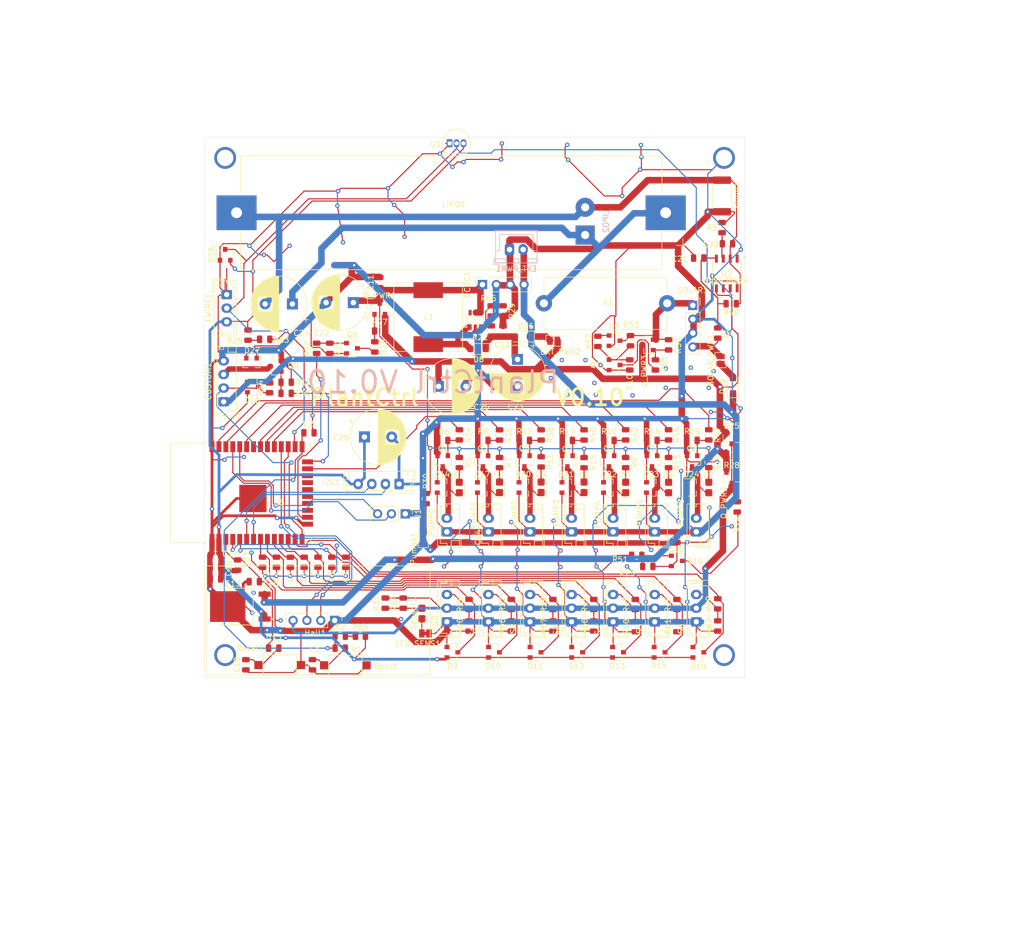
<source format=kicad_pcb>
(kicad_pcb (version 20171130) (host pcbnew 5.1.10)
  (layers (0 F.Cu signal) (31 B.Cu signal) (34 B.Paste user) (35 F.Paste user) (36 B.SilkS user) (37 F.SilkS user) (38 B.Mask user) (39 F.Mask user) (44 Edge.Cuts user))
  (net 0 "")
  (net 1 PLANT1_PUMP)
  (net 2 PLANT2_PUMP)
  (net 3 PLANT3_PUMP)
  (net 4 PLANT4_PUMP)
  (net 5 PLANT5_PUMP)
  (net 6 PLANT6_PUMP)
  (net 7 GND)
  (net 8 PLANT6_MOIST)
  (net 9 PLANT5_MOIST)
  (net 10 PLANT4_MOIST)
  (net 11 PLANT3_MOIST)
  (net 12 PLANT2_MOIST)
  (net 13 PLANT1_MOIST)
  (net 14 PLANT_CTRL_PUMP_0)
  (net 15 PUMP_PWR)
  (net 16 PWR_PUMP_CONVERTER)
  (net 17 3_3V)
  (net 18 Temp)
  (net 19 PLANT0_PUMP)
  (net 20 PWR_SENSORS)
  (net 21 PLANT0_MOIST)
  (net 22 PLANT_CTRL_PUMP_1)
  (net 23 "Net-(R37-Pad1)")
  (net 24 PLANT_CTRL_PUMP_2)
  (net 25 "Net-(R39-Pad1)")
  (net 26 PLANT_CTRL_PUMP_3)
  (net 27 "Net-(R41-Pad1)")
  (net 28 PLANT_CTRL_PUMP_4)
  (net 29 "Net-(R43-Pad1)")
  (net 30 PLANT_CTRL_PUMP_5)
  (net 31 "Net-(R45-Pad1)")
  (net 32 PLANT_CTRL_PUMP_6)
  (net 33 "Net-(R49-Pad1)")
  (net 34 PUMP_ENABLE)
  (net 35 SENSORS_ENABLE)
  (net 36 "Net-(C10-Pad2)")
  (net 37 VCC_BATT)
  (net 38 "Net-(D8-Pad2)")
  (net 39 "Net-(R21-Pad2)")
  (net 40 "Net-(D1-Pad2)")
  (net 41 "Net-(D2-Pad2)")
  (net 42 "Net-(D3-Pad2)")
  (net 43 "Net-(D4-Pad2)")
  (net 44 "Net-(D5-Pad2)")
  (net 45 "Net-(D6-Pad2)")
  (net 46 "Net-(D7-Pad2)")
  (net 47 "Net-(Pumps1-Pad2)")
  (net 48 "Net-(Q1-Pad1)")
  (net 49 "Net-(Q2-Pad1)")
  (net 50 "Net-(Q3-Pad1)")
  (net 51 "Net-(Q4-Pad1)")
  (net 52 "Net-(Q5-Pad1)")
  (net 53 "Net-(Q6-Pad1)")
  (net 54 "Net-(Q7-Pad1)")
  (net 55 "Net-(Q8-Pad1)")
  (net 56 "Net-(Q9-Pad3)")
  (net 57 "Net-(Q9-Pad1)")
  (net 58 "Net-(Q10-Pad3)")
  (net 59 "Net-(Q10-Pad1)")
  (net 60 "Net-(Q_PWR1-Pad1)")
  (net 61 "Net-(Q_PWR2-Pad1)")
  (net 62 "Net-(R31-Pad1)")
  (net 63 "Net-(C12-Pad1)")
  (net 64 "Net-(C19-Pad2)")
  (net 65 VCC)
  (net 66 "Net-(C18-Pad2)")
  (net 67 "Net-(Q_PWR3-Pad1)")
  (net 68 SOLAR_IN)
  (net 69 "Net-(C2-Pad2)")
  (net 70 "Net-(C20-Pad1)")
  (net 71 "Net-(D18-Pad2)")
  (net 72 "Net-(I2C1-Pad3)")
  (net 73 "Net-(I2C1-Pad2)")
  (net 74 "Net-(C21-Pad1)")
  (net 75 "Net-(CUSTOM1-Pad3)")
  (net 76 "Net-(LED_SENS1-Pad1)")
  (net 77 Rsense+)
  (net 78 HALL_TX)
  (net 79 ESP_RX)
  (net 80 ESP_TX)
  (net 81 "Net-(Boot1-Pad2)")
  (net 82 CUSTOM_GPIO1)
  (net 83 VCC_FUSED_ALWAYS)
  (net 84 HALL_RX)
  (net 85 "Net-(Q11-Pad3)")
  (net 86 GPIO2)
  (net 87 "Net-(R52-Pad2)")
  (net 88 "Net-(R20-Pad2)")
  (net 89 "Net-(R26-Pad1)")
  (net 90 "Net-(R29-Pad1)")
  (net 91 "Net-(R2-Pad2)")
  (module Resistor_SMD:R_0805_2012Metric (layer F.Cu) (at 198.78 132.17)
    (fp_text reference R66 (at 0 -1.65) (layer F.SilkS))
    (fp_text value 1k)
    (pad 2 smd roundrect (at 0.9125 0) (size 1.025 1.4) (layers F.Cu F.Paste F.Mask) (roundrect_rratio 0.243902) (net 17 3_3V))
    (pad 1 smd roundrect (at -0.9125 0) (size 1.025 1.4) (layers F.Cu F.Paste F.Mask) (roundrect_rratio 0.243902) (net 91 "Net-(R2-Pad2)"))
  )
  (module Resistor_SMD:R_0805_2012Metric (layer F.Cu) (at 224.917 72.517 270)
    (fp_text reference R29 (at 0 -1.65 90) (layer F.SilkS))
    (fp_text value 1k)
    (pad 2 smd roundrect (at 0.9375 0 270) (size 0.975 1.4) (layers F.Cu F.Paste F.Mask) (net 7 GND))
    (pad 1 smd roundrect (at -0.9375 0 270) (size 0.975 1.4) (layers F.Cu F.Paste F.Mask) (net 90 "Net-(R29-Pad1)"))
  )
  (module Resistor_SMD:R_0805_2012Metric (layer F.Cu) (at 222.758 72.517 90)
    (fp_text reference R65 (at 2.286 -0.508 180) (layer F.SilkS))
    (fp_text value 10k)
    (pad 2 smd roundrect (at 0.9375 0 90) (size 0.975 1.4) (layers F.Cu F.Paste F.Mask) (net 90 "Net-(R29-Pad1)"))
    (pad 1 smd roundrect (at -0.9375 0 90) (size 0.975 1.4) (layers F.Cu F.Paste F.Mask) (net 39 "Net-(R21-Pad2)"))
  )
  (module Resistor_SMD:R_0805_2012Metric (layer F.Cu) (at 222.758 76.2 90)
    (fp_text reference R21 (at -1.143 -2.032 180) (layer F.SilkS))
    (fp_text value 10k)
    (pad 2 smd roundrect (at 0.9375 0 90) (size 0.975 1.4) (layers F.Cu F.Paste F.Mask) (net 39 "Net-(R21-Pad2)"))
    (pad 1 smd roundrect (at -0.9375 0 90) (size 0.975 1.4) (layers F.Cu F.Paste F.Mask) (net 63 "Net-(C12-Pad1)"))
  )
  (module Resistor_SMD:R_0805_2012Metric (layer F.Cu) (at 206.629 126.111 90)
    (fp_text reference R64 (at 0 -1.65 90) (layer F.SilkS))
    (fp_text value 10k)
    (pad 2 smd roundrect (at 0.9375 0 90) (size 0.975 1.4) (layers F.Cu F.Paste F.Mask) (net 20 PWR_SENSORS))
    (pad 1 smd roundrect (at -0.9375 0 90) (size 0.975 1.4) (layers F.Cu F.Paste F.Mask) (net 62 "Net-(R31-Pad1)"))
  )
  (module Resistor_SMD:R_0805_2012Metric (layer F.Cu) (at 181.229 77.724)
    (fp_text reference R63 (at 3.048 0.127) (layer F.SilkS))
    (fp_text value 1k)
    (pad 2 smd roundrect (at 0.9375 0) (size 0.975 1.4) (layers F.Cu F.Paste F.Mask) (net 18 Temp))
    (pad 1 smd roundrect (at -0.9375 0) (size 0.975 1.4) (layers F.Cu F.Paste F.Mask) (net 89 "Net-(R26-Pad1)"))
  )
  (module Resistor_SMD:R_0805_2012Metric (layer F.Cu) (at 203.327 126.111 90)
    (fp_text reference R31 (at 0 -1.65 90) (layer F.SilkS))
    (fp_text value 10k)
    (pad 2 smd roundrect (at 0.9375 0 90) (size 0.975 1.4) (layers F.Cu F.Paste F.Mask) (net 20 PWR_SENSORS))
    (pad 1 smd roundrect (at -0.9375 0 90) (size 0.975 1.4) (layers F.Cu F.Paste F.Mask) (net 62 "Net-(R31-Pad1)"))
  )
  (module Resistor_SMD:R_0805_2012Metric (layer F.Cu) (at 178.181 76.962 90)
    (fp_text reference R26 (at -1.016 -2.413 180) (layer F.SilkS))
    (fp_text value 1k)
    (pad 2 smd roundrect (at 0.9375 0 90) (size 0.975 1.4) (layers F.Cu F.Paste F.Mask) (net 17 3_3V))
    (pad 1 smd roundrect (at -0.9375 0 90) (size 0.975 1.4) (layers F.Cu F.Paste F.Mask) (net 89 "Net-(R26-Pad1)"))
  )
  (module Resistor_SMD:R_0805_2012Metric (layer F.Cu) (at 264.287 130.302 90)
    (fp_text reference R62 (at 0 -1.65 90) (layer F.SilkS))
    (fp_text value 100k)
    (pad 2 smd roundrect (at 0.9375 0 90) (size 0.975 1.4) (layers F.Cu F.Paste F.Mask) (net 33 "Net-(R49-Pad1)"))
    (pad 1 smd roundrect (at -0.9375 0 90) (size 0.975 1.4) (layers F.Cu F.Paste F.Mask) (net 7 GND))
  )
  (module Resistor_SMD:R_0805_2012Metric (layer F.Cu) (at 256.794 130.429 90)
    (fp_text reference R61 (at 0 -1.65 90) (layer F.SilkS))
    (fp_text value 100k)
    (pad 2 smd roundrect (at 0.9375 0 90) (size 0.975 1.4) (layers F.Cu F.Paste F.Mask) (net 31 "Net-(R45-Pad1)"))
    (pad 1 smd roundrect (at -0.9375 0 90) (size 0.975 1.4) (layers F.Cu F.Paste F.Mask) (net 7 GND))
  )
  (module Resistor_SMD:R_0805_2012Metric (layer F.Cu) (at 249.174 130.429 90)
    (fp_text reference R60 (at 0 -1.65 90) (layer F.SilkS))
    (fp_text value 100k)
    (pad 2 smd roundrect (at 0.9375 0 90) (size 0.975 1.4) (layers F.Cu F.Paste F.Mask) (net 29 "Net-(R43-Pad1)"))
    (pad 1 smd roundrect (at -0.9375 0 90) (size 0.975 1.4) (layers F.Cu F.Paste F.Mask) (net 7 GND))
  )
  (module Resistor_SMD:R_0805_2012Metric (layer F.Cu) (at 241.554 130.302 90)
    (fp_text reference R58 (at 0 -1.65 90) (layer F.SilkS))
    (fp_text value 100k)
    (pad 2 smd roundrect (at 0.9375 0 90) (size 0.975 1.4) (layers F.Cu F.Paste F.Mask) (net 27 "Net-(R41-Pad1)"))
    (pad 1 smd roundrect (at -0.9375 0 90) (size 0.975 1.4) (layers F.Cu F.Paste F.Mask) (net 7 GND))
  )
  (module Resistor_SMD:R_0805_2012Metric (layer F.Cu) (at 234.061 130.302 90)
    (fp_text reference R57 (at 0 -1.65 90) (layer F.SilkS))
    (fp_text value 100k)
    (pad 2 smd roundrect (at 0.9375 0 90) (size 0.975 1.4) (layers F.Cu F.Paste F.Mask) (net 25 "Net-(R39-Pad1)"))
    (pad 1 smd roundrect (at -0.9375 0 90) (size 0.975 1.4) (layers F.Cu F.Paste F.Mask) (net 7 GND))
  )
  (module Resistor_SMD:R_0805_2012Metric (layer F.Cu) (at 226.441 130.302 90)
    (fp_text reference R56 (at 0 -1.65 90) (layer F.SilkS))
    (fp_text value 100k)
    (pad 2 smd roundrect (at 0.9375 0 90) (size 0.975 1.4) (layers F.Cu F.Paste F.Mask) (net 23 "Net-(R37-Pad1)"))
    (pad 1 smd roundrect (at -0.9375 0 90) (size 0.975 1.4) (layers F.Cu F.Paste F.Mask) (net 7 GND))
  )
  (module Resistor_SMD:R_0805_2012Metric (layer F.Cu) (at 218.694 130.302 90)
    (fp_text reference R20 (at 0 -1.65 90) (layer F.SilkS))
    (fp_text value 100k)
    (pad 2 smd roundrect (at 0.9375 0 90) (size 0.975 1.4) (layers F.Cu F.Paste F.Mask) (net 88 "Net-(R20-Pad2)"))
    (pad 1 smd roundrect (at -0.9375 0 90) (size 0.975 1.4) (layers F.Cu F.Paste F.Mask) (net 7 GND))
  )
  (module Connector_JST:JST_EH_B3B-EH-A_1x03_P2.50mm_Vertical (layer F.Cu) (at 222.25 129.54 90)
    (fp_text reference S1 (at -1.778 -2.794 90) (layer F.SilkS))
    (fp_text value Conn_01x03_Male)
    (pad 3 thru_hole oval (at 5 0 90) (size 1.7 1.95) (drill 0.95) (layers *.Cu *.Mask) (net 23 "Net-(R37-Pad1)"))
    (pad 2 thru_hole oval (at 2.5 0 90) (size 1.7 1.95) (drill 0.95) (layers *.Cu *.Mask) (net 20 PWR_SENSORS))
    (pad 1 thru_hole roundrect (at 0 0 90) (size 1.7 1.95) (drill 0.95) (layers *.Cu *.Mask) (roundrect_rratio 0.147059) (net 7 GND))
  )
  (module Connector_PinHeader_2.54mm:PinHeader_1x03_P2.54mm_Vertical (layer F.Cu) (at 207.01 109.728 270)
    (fp_text reference J1 (at 0 -2.33 90) (layer F.SilkS))
    (fp_text value Conn_01x03_Female)
    (pad 3 thru_hole oval (at 0 5.08 270) (size 1.7 1.7) (drill 1) (layers *.Cu *.Mask) (net 79 ESP_RX))
    (pad 2 thru_hole oval (at 0 2.54 270) (size 1.7 1.7) (drill 1) (layers *.Cu *.Mask) (net 80 ESP_TX))
    (pad 1 thru_hole rect (at 0 0 270) (size 1.7 1.7) (drill 1) (layers *.Cu *.Mask) (net 7 GND))
  )
  (module Resistor_SMD:R_0805_2012Metric (layer F.Cu) (at 182.118 86.614 90)
    (fp_text reference R54 (at 0 -1.65 90) (layer F.SilkS))
    (fp_text value 10k)
    (pad 2 smd roundrect (at 0.9125 0 90) (size 1.025 1.4) (layers F.Cu F.Paste F.Mask) (roundrect_rratio 0.243902) (net 7 GND))
    (pad 1 smd roundrect (at -0.9125 0 90) (size 1.025 1.4) (layers F.Cu F.Paste F.Mask) (roundrect_rratio 0.243902) (net 82 CUSTOM_GPIO1))
  )
  (module Button_Switch_SMD:SW_SPST_CK_RS282G05A3 (layer F.Cu) (at 183.98 137.47 180)
    (fp_text reference Reset1 (at 5.418 3.104) (layer F.SilkS))
    (fp_text value SW_Push)
    (pad 2 smd rect (at 3.9 0 180) (size 1.5 1.5) (layers F.Cu F.Paste F.Mask) (net 66 "Net-(C18-Pad2)"))
    (pad 1 smd rect (at -3.9 0 180) (size 1.5 1.5) (layers F.Cu F.Paste F.Mask) (net 7 GND))
  )
  (module Button_Switch_SMD:SW_SPST_CK_RS282G05A3 (layer F.Cu) (at 196.0245 137.5156 180)
    (fp_text reference Boot1 (at -7.4295 -0.1524) (layer F.SilkS))
    (fp_text value Boot)
    (pad 2 smd rect (at 3.9 0 180) (size 1.5 1.5) (layers F.Cu F.Paste F.Mask) (net 81 "Net-(Boot1-Pad2)"))
    (pad 1 smd rect (at -3.9 0 180) (size 1.5 1.5) (layers F.Cu F.Paste F.Mask) (net 7 GND))
  )
  (module Capacitor_THT:CP_Radial_D10.0mm_P5.00mm (layer F.Cu) (at 213.106 86.36)
    (fp_text reference C26 (at 7.874 3.81) (layer F.SilkS))
    (fp_text value 1000uF)
    (pad 2 thru_hole circle (at 5 0) (size 2 2) (drill 1) (layers *.Cu *.Mask) (net 7 GND))
    (pad 1 thru_hole rect (at 0 0) (size 2 2) (drill 1) (layers *.Cu *.Mask) (net 65 VCC))
  )
  (module Package_TO_SOT_SMD:SOT-23 (layer F.Cu) (at 173.99 62.23 90)
    (fp_text reference D28 (at 0 -2.5 90) (layer F.SilkS))
    (fp_text value BAS40-04)
    (pad 3 smd rect (at 1 0 90) (size 0.9 0.8) (layers F.Cu F.Paste F.Mask) (net 18 Temp))
    (pad 2 smd rect (at -1 0.95 90) (size 0.9 0.8) (layers F.Cu F.Paste F.Mask) (net 17 3_3V))
    (pad 1 smd rect (at -1 -0.95 90) (size 0.9 0.8) (layers F.Cu F.Paste F.Mask) (net 7 GND))
  )
  (module Jumper:SolderJumper-2_P1.3mm_Open_Pad1.0x1.5mm (layer F.Cu) (at 264.795 81.534 90)
    (fp_text reference SOLAR_PWR1 (at 0 -1.8 90) (layer F.SilkS))
    (fp_text value NC)
    (pad 1 smd rect (at -0.65 0 90) (size 1 1.5) (layers F.Cu F.Mask) (net 71 "Net-(D18-Pad2)"))
    (pad 2 smd rect (at 0.65 0 90) (size 1 1.5) (layers F.Cu F.Mask) (net 68 SOLAR_IN))
  )
  (module Connector_PinSocket_2.54mm:PinSocket_1x04_P2.54mm_Vertical (layer F.Cu) (at 259.715 71.501)
    (fp_text reference SOLAR1 (at 0 -2.77) (layer F.SilkS))
    (fp_text value Conn_01x04)
    (pad 4 thru_hole oval (at 0 7.62) (size 1.7 1.7) (drill 1) (layers *.Cu *.Mask) (net 68 SOLAR_IN))
    (pad 3 thru_hole oval (at 0 5.08) (size 1.7 1.7) (drill 1) (layers *.Cu *.Mask) (net 7 GND))
    (pad 2 thru_hole oval (at 0 2.54) (size 1.7 1.7) (drill 1) (layers *.Cu *.Mask) (net 7 GND))
    (pad 1 thru_hole rect (at 0 0) (size 1.7 1.7) (drill 1) (layers *.Cu *.Mask) (net 83 VCC_FUSED_ALWAYS))
  )
  (module Resistor_SMD:R_0805_2012Metric (layer F.Cu) (at 252.857 82.423 270)
    (fp_text reference R55 (at 0 -1.65 90) (layer F.SilkS))
    (fp_text value 1k)
    (pad 2 smd roundrect (at 0.9375 0 270) (size 0.975 1.4) (layers F.Cu F.Paste F.Mask) (net 85 "Net-(Q11-Pad3)"))
    (pad 1 smd roundrect (at -0.9375 0 270) (size 0.975 1.4) (layers F.Cu F.Paste F.Mask) (net 67 "Net-(Q_PWR3-Pad1)"))
  )
  (module Resistor_SMD:R_0805_2012Metric (layer F.Cu) (at 248.285 77.978 270)
    (fp_text reference R53 (at -2.921 -0.127 180) (layer F.SilkS))
    (fp_text value 100k)
    (pad 2 smd roundrect (at 0.9375 0 270) (size 0.975 1.4) (layers F.Cu F.Paste F.Mask) (net 36 "Net-(C10-Pad2)"))
    (pad 1 smd roundrect (at -0.9375 0 270) (size 0.975 1.4) (layers F.Cu F.Paste F.Mask) (net 83 VCC_FUSED_ALWAYS))
  )
  (module Resistor_SMD:R_0805_2012Metric (layer F.Cu) (at 242.316 78.105 90)
    (fp_text reference R52 (at 0 -1.65 90) (layer F.SilkS))
    (fp_text value 1k)
    (pad 2 smd roundrect (at 0.9375 0 90) (size 0.975 1.4) (layers F.Cu F.Paste F.Mask) (net 87 "Net-(R52-Pad2)"))
    (pad 1 smd roundrect (at -0.9375 0 90) (size 0.975 1.4) (layers F.Cu F.Paste F.Mask) (net 36 "Net-(C10-Pad2)"))
  )
  (module Resistor_SMD:R_0805_2012Metric (layer F.Cu) (at 201.422 79.121 270)
    (fp_text reference R25 (at 0 -1.65 90) (layer F.SilkS))
    (fp_text value 1k)
    (pad 2 smd roundrect (at 0.9375 0 270) (size 0.975 1.4) (layers F.Cu F.Paste F.Mask) (net 56 "Net-(Q9-Pad3)"))
    (pad 1 smd roundrect (at -0.9375 0 270) (size 0.975 1.4) (layers F.Cu F.Paste F.Mask) (net 60 "Net-(Q_PWR1-Pad1)"))
  )
  (module Resistor_SMD:R_0805_2012Metric (layer F.Cu) (at 267.843 108.458 270)
    (fp_text reference R24 (at 3.175 0 90) (layer F.SilkS))
    (fp_text value 1k)
    (pad 2 smd roundrect (at 0.9375 0 270) (size 0.975 1.4) (layers F.Cu F.Paste F.Mask) (net 58 "Net-(Q10-Pad3)"))
    (pad 1 smd roundrect (at -0.9375 0 270) (size 0.975 1.4) (layers F.Cu F.Paste F.Mask) (net 61 "Net-(Q_PWR2-Pad1)"))
  )
  (module Package_TO_SOT_SMD:SOT-23 (layer F.Cu) (at 245.364 82.423)
    (fp_text reference Q11 (at -3.048 0) (layer F.SilkS))
    (fp_text value "N-channel 30V 5A")
    (pad 3 smd rect (at 1 0) (size 0.9 0.8) (layers F.Cu F.Paste F.Mask) (net 85 "Net-(Q11-Pad3)"))
    (pad 2 smd rect (at -1 0.95) (size 0.9 0.8) (layers F.Cu F.Paste F.Mask) (net 7 GND))
    (pad 1 smd rect (at -1 -0.95) (size 0.9 0.8) (layers F.Cu F.Paste F.Mask) (net 36 "Net-(C10-Pad2)"))
  )
  (module Package_TO_SOT_SMD:SOT-23 (layer F.Cu) (at 178.816 82.169 270)
    (fp_text reference D27 (at -2.413 -0.127 180) (layer F.SilkS))
    (fp_text value BAS40-04)
    (pad 3 smd rect (at 1 0 270) (size 0.9 0.8) (layers F.Cu F.Paste F.Mask) (net 75 "Net-(CUSTOM1-Pad3)"))
    (pad 2 smd rect (at -1 0.95 270) (size 0.9 0.8) (layers F.Cu F.Paste F.Mask) (net 65 VCC))
    (pad 1 smd rect (at -1 -0.95 270) (size 0.9 0.8) (layers F.Cu F.Paste F.Mask) (net 7 GND))
  )
  (module Capacitor_THT:CP_Radial_D10.0mm_P5.00mm (layer F.Cu) (at 199.517 95.631)
    (fp_text reference C25 (at -4.318 0.127) (layer F.SilkS))
    (fp_text value 1000uF)
    (pad 2 thru_hole circle (at 5 0) (size 2 2) (drill 1) (layers *.Cu *.Mask) (net 7 GND))
    (pad 1 thru_hole rect (at 0 0) (size 2 2) (drill 1) (layers *.Cu *.Mask) (net 17 3_3V))
  )
  (module Capacitor_SMD:C_0805_2012Metric (layer F.Cu) (at 248.158 82.423 90)
    (fp_text reference C10 (at -3.175 0 90) (layer F.SilkS))
    (fp_text value 100n)
    (pad 2 smd roundrect (at 0.9375 0 90) (size 0.975 1.4) (layers F.Cu F.Paste F.Mask) (net 36 "Net-(C10-Pad2)"))
    (pad 1 smd roundrect (at -0.9375 0 90) (size 0.975 1.4) (layers F.Cu F.Paste F.Mask) (net 7 GND))
  )
  (module LED_SMD:LED_0805_2012Metric_Castellated (layer F.Cu) (at 210.058 128.016 90)
    (fp_text reference Sensor1 (at 0 -1.6 90) (layer F.SilkS))
    (fp_text value LED_green)
    (pad 2 smd roundrect (at 0.9625 0 90) (size 1.325 1.3) (layers F.Cu F.Paste F.Mask) (roundrect_rratio 0.192308) (net 62 "Net-(R31-Pad1)"))
    (pad 1 smd roundrect (at -0.9625 0 90) (size 1.325 1.3) (layers F.Cu F.Paste F.Mask) (roundrect_rratio 0.192308) (net 76 "Net-(LED_SENS1-Pad1)"))
  )
  (module Resistor_SMD:R_0805_2012Metric (layer F.Cu) (at 255.27 78.74 90)
    (fp_text reference R59 (at -0.127 1.778 90) (layer F.SilkS))
    (fp_text value 10k)
    (pad 2 smd roundrect (at 0.9375 0 90) (size 0.975 1.4) (layers F.Cu F.Paste F.Mask) (net 83 VCC_FUSED_ALWAYS))
    (pad 1 smd roundrect (at -0.9375 0 90) (size 0.975 1.4) (layers F.Cu F.Paste F.Mask) (net 67 "Net-(Q_PWR3-Pad1)"))
  )
  (module Resistor_SMD:R_0805_2012Metric (layer F.Cu) (at 249.428 117.348 180)
    (fp_text reference R51 (at 3.048 -0.762) (layer F.SilkS))
    (fp_text value 1k)
    (pad 2 smd roundrect (at 0.9375 0 180) (size 0.975 1.4) (layers F.Cu F.Paste F.Mask) (net 35 SENSORS_ENABLE))
    (pad 1 smd roundrect (at -0.9375 0 180) (size 0.975 1.4) (layers F.Cu F.Paste F.Mask) (net 59 "Net-(Q10-Pad1)"))
  )
  (module Resistor_SMD:R_0805_2012Metric (layer F.Cu) (at 190.754 79.375 270)
    (fp_text reference R50 (at 0 1.651 90) (layer F.SilkS))
    (fp_text value 1k)
    (pad 2 smd roundrect (at 0.9375 0 270) (size 0.975 1.4) (layers F.Cu F.Paste F.Mask) (net 34 PUMP_ENABLE))
    (pad 1 smd roundrect (at -0.9375 0 270) (size 0.975 1.4) (layers F.Cu F.Paste F.Mask) (net 57 "Net-(Q9-Pad1)"))
  )
  (module Resistor_SMD:R_0805_2012Metric (layer F.Cu) (at 264.287 126.238 90)
    (fp_text reference R49 (at 0 -1.65 90) (layer F.SilkS))
    (fp_text value 1k)
    (pad 2 smd roundrect (at 0.9375 0 90) (size 0.975 1.4) (layers F.Cu F.Paste F.Mask) (net 8 PLANT6_MOIST))
    (pad 1 smd roundrect (at -0.9375 0 90) (size 0.975 1.4) (layers F.Cu F.Paste F.Mask) (net 33 "Net-(R49-Pad1)"))
  )
  (module Resistor_SMD:R_0805_2012Metric (layer F.Cu) (at 266.7508 71.1962 180)
    (fp_text reference R48 (at 0 -1.65) (layer F.SilkS))
    (fp_text value 1k)
    (pad 2 smd roundrect (at 0.9375 0 180) (size 0.975 1.4) (layers F.Cu F.Paste F.Mask) (net 74 "Net-(C21-Pad1)"))
    (pad 1 smd roundrect (at -0.9375 0 180) (size 0.975 1.4) (layers F.Cu F.Paste F.Mask) (net 77 Rsense+))
  )
  (module Resistor_SMD:R_0805_2012Metric (layer F.Cu) (at 262.636 95.25 270)
    (fp_text reference R47 (at 0 -1.65 90) (layer F.SilkS))
    (fp_text value 1k)
    (pad 2 smd roundrect (at 0.9375 0 270) (size 0.975 1.4) (layers F.Cu F.Paste F.Mask) (net 55 "Net-(Q8-Pad1)"))
    (pad 1 smd roundrect (at -0.9375 0 270) (size 0.975 1.4) (layers F.Cu F.Paste F.Mask) (net 32 PLANT_CTRL_PUMP_6))
  )
  (module Resistor_SMD:R_0805_2012Metric (layer F.Cu) (at 185.166 87.63)
    (fp_text reference R46 (at 3.175 0) (layer F.SilkS))
    (fp_text value 1k)
    (pad 2 smd roundrect (at 0.9375 0) (size 0.975 1.4) (layers F.Cu F.Paste F.Mask) (net 86 GPIO2))
    (pad 1 smd roundrect (at -0.9375 0) (size 0.975 1.4) (layers F.Cu F.Paste F.Mask) (net 53 "Net-(Q6-Pad1)"))
  )
  (module Resistor_SMD:R_0805_2012Metric (layer F.Cu) (at 256.794 126.365 90)
    (fp_text reference R45 (at 0 -1.65 90) (layer F.SilkS))
    (fp_text value 1k)
    (pad 2 smd roundrect (at 0.9375 0 90) (size 0.975 1.4) (layers F.Cu F.Paste F.Mask) (net 9 PLANT5_MOIST))
    (pad 1 smd roundrect (at -0.9375 0 90) (size 0.975 1.4) (layers F.Cu F.Paste F.Mask) (net 31 "Net-(R45-Pad1)"))
  )
  (module Resistor_SMD:R_0805_2012Metric (layer F.Cu) (at 255.27 95.25 270)
    (fp_text reference R44 (at 0 -1.65 90) (layer F.SilkS))
    (fp_text value 1k)
    (pad 2 smd roundrect (at 0.9375 0 270) (size 0.975 1.4) (layers F.Cu F.Paste F.Mask) (net 52 "Net-(Q5-Pad1)"))
    (pad 1 smd roundrect (at -0.9375 0 270) (size 0.975 1.4) (layers F.Cu F.Paste F.Mask) (net 30 PLANT_CTRL_PUMP_5))
  )
  (module Resistor_SMD:R_0805_2012Metric (layer F.Cu) (at 249.174 126.365 90)
    (fp_text reference R43 (at 0 -1.65 90) (layer F.SilkS))
    (fp_text value 1k)
    (pad 2 smd roundrect (at 0.9375 0 90) (size 0.975 1.4) (layers F.Cu F.Paste F.Mask) (net 10 PLANT4_MOIST))
    (pad 1 smd roundrect (at -0.9375 0 90) (size 0.975 1.4) (layers F.Cu F.Paste F.Mask) (net 29 "Net-(R43-Pad1)"))
  )
  (module Resistor_SMD:R_0805_2012Metric (layer F.Cu) (at 247.396 95.25 270)
    (fp_text reference R42 (at 0 -1.65 90) (layer F.SilkS))
    (fp_text value 1k)
    (pad 2 smd roundrect (at 0.9375 0 270) (size 0.975 1.4) (layers F.Cu F.Paste F.Mask) (net 50 "Net-(Q3-Pad1)"))
    (pad 1 smd roundrect (at -0.9375 0 270) (size 0.975 1.4) (layers F.Cu F.Paste F.Mask) (net 28 PLANT_CTRL_PUMP_4))
  )
  (module Resistor_SMD:R_0805_2012Metric (layer F.Cu) (at 241.554 126.365 90)
    (fp_text reference R41 (at 0 -1.65 90) (layer F.SilkS))
    (fp_text value 1k)
    (pad 2 smd roundrect (at 0.9375 0 90) (size 0.975 1.4) (layers F.Cu F.Paste F.Mask) (net 11 PLANT3_MOIST))
    (pad 1 smd roundrect (at -0.9375 0 90) (size 0.975 1.4) (layers F.Cu F.Paste F.Mask) (net 27 "Net-(R41-Pad1)"))
  )
  (module Resistor_SMD:R_0805_2012Metric (layer F.Cu) (at 239.776 95.266 270)
    (fp_text reference R40 (at 0 -1.65 90) (layer F.SilkS))
    (fp_text value 1k)
    (pad 2 smd roundrect (at 0.9375 0 270) (size 0.975 1.4) (layers F.Cu F.Paste F.Mask) (net 54 "Net-(Q7-Pad1)"))
    (pad 1 smd roundrect (at -0.9375 0 270) (size 0.975 1.4) (layers F.Cu F.Paste F.Mask) (net 26 PLANT_CTRL_PUMP_3))
  )
  (module Resistor_SMD:R_0805_2012Metric (layer F.Cu) (at 234.061 126.365 90)
    (fp_text reference R39 (at 0 -1.65 90) (layer F.SilkS))
    (fp_text value 1k)
    (pad 2 smd roundrect (at 0.9375 0 90) (size 0.975 1.4) (layers F.Cu F.Paste F.Mask) (net 12 PLANT2_MOIST))
    (pad 1 smd roundrect (at -0.9375 0 90) (size 0.975 1.4) (layers F.Cu F.Paste F.Mask) (net 25 "Net-(R39-Pad1)"))
  )
  (module Resistor_SMD:R_0805_2012Metric (layer F.Cu) (at 231.902 95.266 270)
    (fp_text reference R38 (at 0 -1.65 90) (layer F.SilkS))
    (fp_text value 1k)
    (pad 2 smd roundrect (at 0.9375 0 270) (size 0.975 1.4) (layers F.Cu F.Paste F.Mask) (net 51 "Net-(Q4-Pad1)"))
    (pad 1 smd roundrect (at -0.9375 0 270) (size 0.975 1.4) (layers F.Cu F.Paste F.Mask) (net 24 PLANT_CTRL_PUMP_2))
  )
  (module Resistor_SMD:R_0805_2012Metric (layer F.Cu) (at 226.441 126.349 90)
    (fp_text reference R37 (at 0 -1.65 90) (layer F.SilkS))
    (fp_text value 1k)
    (pad 2 smd roundrect (at 0.9375 0 90) (size 0.975 1.4) (layers F.Cu F.Paste F.Mask) (net 13 PLANT1_MOIST))
    (pad 1 smd roundrect (at -0.9375 0 90) (size 0.975 1.4) (layers F.Cu F.Paste F.Mask) (net 23 "Net-(R37-Pad1)"))
  )
  (module Resistor_SMD:R_0805_2012Metric (layer F.Cu) (at 224.282 95.266 270)
    (fp_text reference R36 (at 0 -1.65 90) (layer F.SilkS))
    (fp_text value 1k)
    (pad 2 smd roundrect (at 0.9375 0 270) (size 0.975 1.4) (layers F.Cu F.Paste F.Mask) (net 49 "Net-(Q2-Pad1)"))
    (pad 1 smd roundrect (at -0.9375 0 270) (size 0.975 1.4) (layers F.Cu F.Paste F.Mask) (net 22 PLANT_CTRL_PUMP_1))
  )
  (module Resistor_SMD:R_0805_2012Metric (layer F.Cu) (at 218.694 126.349 90)
    (fp_text reference R35 (at 0 -1.65 90) (layer F.SilkS))
    (fp_text value 1k)
    (pad 2 smd roundrect (at 0.9375 0 90) (size 0.975 1.4) (layers F.Cu F.Paste F.Mask) (net 21 PLANT0_MOIST))
    (pad 1 smd roundrect (at -0.9375 0 90) (size 0.975 1.4) (layers F.Cu F.Paste F.Mask) (net 88 "Net-(R20-Pad2)"))
  )
  (module Resistor_SMD:R_0805_2012Metric (layer F.Cu) (at 216.916 95.25 270)
    (fp_text reference R34 (at 0 -1.65 90) (layer F.SilkS))
    (fp_text value 1k)
    (pad 2 smd roundrect (at 0.9375 0 270) (size 0.975 1.4) (layers F.Cu F.Paste F.Mask) (net 48 "Net-(Q1-Pad1)"))
    (pad 1 smd roundrect (at -0.9375 0 270) (size 0.975 1.4) (layers F.Cu F.Paste F.Mask) (net 14 PLANT_CTRL_PUMP_0))
  )
  (module Resistor_SMD:R_0805_2012Metric (layer F.Cu) (at 176.276 119.126 270)
    (fp_text reference R33 (at -1.016 -1.651 90) (layer F.SilkS))
    (fp_text value 10k)
    (pad 2 smd roundrect (at 0.9375 0 270) (size 0.975 1.4) (layers F.Cu F.Paste F.Mask) (net 17 3_3V))
    (pad 1 smd roundrect (at -0.9375 0 270) (size 0.975 1.4) (layers F.Cu F.Paste F.Mask) (net 64 "Net-(C19-Pad2)"))
  )
  (module Resistor_SMD:R_0805_2012Metric (layer F.Cu) (at 182.88 134.366)
    (fp_text reference R32 (at 0 -1.65) (layer F.SilkS))
    (fp_text value 1k)
    (pad 2 smd roundrect (at 0.9375 0) (size 0.975 1.4) (layers F.Cu F.Paste F.Mask) (net 66 "Net-(C18-Pad2)"))
    (pad 1 smd roundrect (at -0.9375 0) (size 0.975 1.4) (layers F.Cu F.Paste F.Mask) (net 64 "Net-(C19-Pad2)"))
  )
  (module Resistor_SMD:R_0805_2012Metric (layer F.Cu) (at 210.82 106.934 270)
    (fp_text reference R30 (at -3.175 0 90) (layer F.SilkS))
    (fp_text value 270)
    (pad 2 smd roundrect (at 0.9375 0 270) (size 0.975 1.4) (layers F.Cu F.Paste F.Mask) (net 47 "Net-(Pumps1-Pad2)"))
    (pad 1 smd roundrect (at -0.9375 0 270) (size 0.975 1.4) (layers F.Cu F.Paste F.Mask) (net 16 PWR_PUMP_CONVERTER))
  )
  (module Resistor_SMD:R_0805_2012Metric (layer F.Cu) (at 266.827 99.187 180)
    (fp_text reference R28 (at 0 -1.65) (layer F.SilkS))
    (fp_text value 10k)
    (pad 2 smd roundrect (at 0.9375 0 180) (size 0.975 1.4) (layers F.Cu F.Paste F.Mask) (net 65 VCC))
    (pad 1 smd roundrect (at -0.9375 0 180) (size 0.975 1.4) (layers F.Cu F.Paste F.Mask) (net 61 "Net-(Q_PWR2-Pad1)"))
  )
  (module Resistor_SMD:R_0805_2012Metric (layer F.Cu) (at 202.311 76.2)
    (fp_text reference R27 (at 0 -1.65) (layer F.SilkS))
    (fp_text value 10k)
    (pad 2 smd roundrect (at 0.9375 0) (size 0.975 1.4) (layers F.Cu F.Paste F.Mask) (net 65 VCC))
    (pad 1 smd roundrect (at -0.9375 0) (size 0.975 1.4) (layers F.Cu F.Paste F.Mask) (net 60 "Net-(Q_PWR1-Pad1)"))
  )
  (module Resistor_SMD:R_0805_2012Metric (layer F.Cu) (at 251.46 119.38)
    (fp_text reference R23 (at -3.81 1.27) (layer F.SilkS))
    (fp_text value 10k)
    (pad 2 smd roundrect (at 0.9375 0) (size 0.975 1.4) (layers F.Cu F.Paste F.Mask) (net 7 GND))
    (pad 1 smd roundrect (at -0.9375 0) (size 0.975 1.4) (layers F.Cu F.Paste F.Mask) (net 59 "Net-(Q10-Pad1)"))
  )
  (module Resistor_SMD:R_0805_2012Metric (layer F.Cu) (at 193.167 79.375 270)
    (fp_text reference R22 (at 0 -1.65 90) (layer F.SilkS))
    (fp_text value 10k)
    (pad 2 smd roundrect (at 0.9375 0 270) (size 0.975 1.4) (layers F.Cu F.Paste F.Mask) (net 7 GND))
    (pad 1 smd roundrect (at -0.9375 0 270) (size 0.975 1.4) (layers F.Cu F.Paste F.Mask) (net 57 "Net-(Q9-Pad1)"))
  )
  (module Resistor_SMD:R_0805_2012Metric (layer F.Cu) (at 259.572 96.266 180)
    (fp_text reference R19 (at -0.016 1.651) (layer F.SilkS))
    (fp_text value 10k)
    (pad 2 smd roundrect (at 0.9375 0 180) (size 0.975 1.4) (layers F.Cu F.Paste F.Mask) (net 7 GND))
    (pad 1 smd roundrect (at -0.9375 0 180) (size 0.975 1.4) (layers F.Cu F.Paste F.Mask) (net 55 "Net-(Q8-Pad1)"))
  )
  (module Resistor_SMD:R_0805_2012Metric (layer F.Cu) (at 262.636 100.314 270)
    (fp_text reference R18 (at 0 -1.65 90) (layer F.SilkS))
    (fp_text value 270)
    (pad 2 smd roundrect (at 0.9375 0 270) (size 0.975 1.4) (layers F.Cu F.Paste F.Mask) (net 46 "Net-(D7-Pad2)"))
    (pad 1 smd roundrect (at -0.9375 0 270) (size 0.975 1.4) (layers F.Cu F.Paste F.Mask) (net 16 PWR_PUMP_CONVERTER))
  )
  (module Resistor_SMD:R_0805_2012Metric (layer F.Cu) (at 236.712 96.266 180)
    (fp_text reference R17 (at -0.016 1.651) (layer F.SilkS))
    (fp_text value 10K)
    (pad 2 smd roundrect (at 0.9375 0 180) (size 0.975 1.4) (layers F.Cu F.Paste F.Mask) (net 7 GND))
    (pad 1 smd roundrect (at -0.9375 0 180) (size 0.975 1.4) (layers F.Cu F.Paste F.Mask) (net 54 "Net-(Q7-Pad1)"))
  )
  (module Resistor_SMD:R_0805_2012Metric (layer F.Cu) (at 185.166 85.598)
    (fp_text reference R16 (at 3.175 0) (layer F.SilkS))
    (fp_text value 10k)
    (pad 2 smd roundrect (at 0.9375 0) (size 0.975 1.4) (layers F.Cu F.Paste F.Mask) (net 7 GND))
    (pad 1 smd roundrect (at -0.9375 0) (size 0.975 1.4) (layers F.Cu F.Paste F.Mask) (net 53 "Net-(Q6-Pad1)"))
  )
  (module Resistor_SMD:R_0805_2012Metric (layer F.Cu) (at 239.776 100.346 270)
    (fp_text reference R15 (at 0 -1.65 90) (layer F.SilkS))
    (fp_text value 270)
    (pad 2 smd roundrect (at 0.9375 0 270) (size 0.975 1.4) (layers F.Cu F.Paste F.Mask) (net 45 "Net-(D6-Pad2)"))
    (pad 1 smd roundrect (at -0.9375 0 270) (size 0.975 1.4) (layers F.Cu F.Paste F.Mask) (net 16 PWR_PUMP_CONVERTER))
  )
  (module Resistor_SMD:R_0805_2012Metric (layer F.Cu) (at 252.222 96.266 180)
    (fp_text reference R14 (at 0 1.651) (layer F.SilkS))
    (fp_text value 10k)
    (pad 2 smd roundrect (at 0.9375 0 180) (size 0.975 1.4) (layers F.Cu F.Paste F.Mask) (net 7 GND))
    (pad 1 smd roundrect (at -0.9375 0 180) (size 0.975 1.4) (layers F.Cu F.Paste F.Mask) (net 52 "Net-(Q5-Pad1)"))
  )
  (module Resistor_SMD:R_0805_2012Metric (layer F.Cu) (at 255.27 100.33 270)
    (fp_text reference R13 (at 0 -1.65 90) (layer F.SilkS))
    (fp_text value 270)
    (pad 2 smd roundrect (at 0.9375 0 270) (size 0.975 1.4) (layers F.Cu F.Paste F.Mask) (net 44 "Net-(D5-Pad2)"))
    (pad 1 smd roundrect (at -0.9375 0 270) (size 0.975 1.4) (layers F.Cu F.Paste F.Mask) (net 16 PWR_PUMP_CONVERTER))
  )
  (module Resistor_SMD:R_0805_2012Metric (layer F.Cu) (at 228.838 96.266 180)
    (fp_text reference R12 (at 0 1.651) (layer F.SilkS))
    (fp_text value 10k)
    (pad 2 smd roundrect (at 0.9375 0 180) (size 0.975 1.4) (layers F.Cu F.Paste F.Mask) (net 7 GND))
    (pad 1 smd roundrect (at -0.9375 0 180) (size 0.975 1.4) (layers F.Cu F.Paste F.Mask) (net 51 "Net-(Q4-Pad1)"))
  )
  (module Resistor_SMD:R_0805_2012Metric (layer F.Cu) (at 231.902 100.203 270)
    (fp_text reference R11 (at 0 -1.65 90) (layer F.SilkS))
    (fp_text value 270)
    (pad 2 smd roundrect (at 0.9375 0 270) (size 0.975 1.4) (layers F.Cu F.Paste F.Mask) (net 43 "Net-(D4-Pad2)"))
    (pad 1 smd roundrect (at -0.9375 0 270) (size 0.975 1.4) (layers F.Cu F.Paste F.Mask) (net 16 PWR_PUMP_CONVERTER))
  )
  (module Resistor_SMD:R_0805_2012Metric (layer F.Cu) (at 244.348 96.266 180)
    (fp_text reference R10 (at 0 1.651) (layer F.SilkS))
    (fp_text value 10K)
    (pad 2 smd roundrect (at 0.9375 0 180) (size 0.975 1.4) (layers F.Cu F.Paste F.Mask) (net 7 GND))
    (pad 1 smd roundrect (at -0.9375 0 180) (size 0.975 1.4) (layers F.Cu F.Paste F.Mask) (net 50 "Net-(Q3-Pad1)"))
  )
  (module Resistor_SMD:R_0805_2012Metric (layer F.Cu) (at 247.396 100.33 270)
    (fp_text reference R9 (at 0 -1.65 90) (layer F.SilkS))
    (fp_text value 270)
    (pad 2 smd roundrect (at 0.9375 0 270) (size 0.975 1.4) (layers F.Cu F.Paste F.Mask) (net 42 "Net-(D3-Pad2)"))
    (pad 1 smd roundrect (at -0.9375 0 270) (size 0.975 1.4) (layers F.Cu F.Paste F.Mask) (net 16 PWR_PUMP_CONVERTER))
  )
  (module Resistor_SMD:R_0805_2012Metric (layer F.Cu) (at 221.234 96.266)
    (fp_text reference R8 (at 0 -1.65) (layer F.SilkS))
    (fp_text value 10k)
    (pad 2 smd roundrect (at 0.9375 0) (size 0.975 1.4) (layers F.Cu F.Paste F.Mask) (net 49 "Net-(Q2-Pad1)"))
    (pad 1 smd roundrect (at -0.9375 0) (size 0.975 1.4) (layers F.Cu F.Paste F.Mask) (net 7 GND))
  )
  (module Resistor_SMD:R_0805_2012Metric (layer F.Cu) (at 224.282 100.33 270)
    (fp_text reference R7 (at 0 -1.65 90) (layer F.SilkS))
    (fp_text value 270)
    (pad 2 smd roundrect (at 0.9375 0 270) (size 0.975 1.4) (layers F.Cu F.Paste F.Mask) (net 41 "Net-(D2-Pad2)"))
    (pad 1 smd roundrect (at -0.9375 0 270) (size 0.975 1.4) (layers F.Cu F.Paste F.Mask) (net 16 PWR_PUMP_CONVERTER))
  )
  (module Resistor_SMD:R_0805_2012Metric (layer F.Cu) (at 213.868 96.266 180)
    (fp_text reference R6 (at -0.254 1.524) (layer F.SilkS))
    (fp_text value 10k)
    (pad 2 smd roundrect (at 0.9375 0 180) (size 0.975 1.4) (layers F.Cu F.Paste F.Mask) (net 7 GND))
    (pad 1 smd roundrect (at -0.9375 0 180) (size 0.975 1.4) (layers F.Cu F.Paste F.Mask) (net 48 "Net-(Q1-Pad1)"))
  )
  (module Resistor_SMD:R_0805_2012Metric (layer F.Cu) (at 216.916 100.33 270)
    (fp_text reference R5 (at 0 -1.65 90) (layer F.SilkS))
    (fp_text value 270)
    (pad 2 smd roundrect (at 0.9375 0 270) (size 0.975 1.4) (layers F.Cu F.Paste F.Mask) (net 40 "Net-(D1-Pad2)"))
    (pad 1 smd roundrect (at -0.9375 0 270) (size 0.975 1.4) (layers F.Cu F.Paste F.Mask) (net 16 PWR_PUMP_CONVERTER))
  )
  (module Resistor_SMD:R_0805_2012Metric (layer F.Cu) (at 264.287 76.581 270)
    (fp_text reference R4 (at 0 -1.65 90) (layer F.SilkS))
    (fp_text value 10k)
    (pad 2 smd roundrect (at 0.9375 0 270) (size 0.975 1.4) (layers F.Cu F.Paste F.Mask) (net 68 SOLAR_IN))
    (pad 1 smd roundrect (at -0.9375 0 270) (size 0.975 1.4) (layers F.Cu F.Paste F.Mask) (net 74 "Net-(C21-Pad1)"))
  )
  (module Resistor_SMD:R_0805_2012Metric (layer F.Cu) (at 265.0744 57.2352 270)
    (fp_text reference R3 (at 0.0418 1.9304 180) (layer F.SilkS))
    (fp_text value 100k)
    (pad 2 smd roundrect (at 0.9375 0 270) (size 0.975 1.4) (layers F.Cu F.Paste F.Mask) (net 70 "Net-(C20-Pad1)"))
    (pad 1 smd roundrect (at -0.9375 0 270) (size 0.975 1.4) (layers F.Cu F.Paste F.Mask) (net 7 GND))
  )
  (module Resistor_SMD:R_0805_2012Metric (layer F.Cu) (at 195.08 132.17)
    (fp_text reference R2 (at 0 -1.65) (layer F.SilkS))
    (fp_text value 1k)
    (pad 2 smd roundrect (at 0.9375 0) (size 0.975 1.4) (layers F.Cu F.Paste F.Mask) (net 91 "Net-(R2-Pad2)"))
    (pad 1 smd roundrect (at -0.9375 0) (size 0.975 1.4) (layers F.Cu F.Paste F.Mask) (net 69 "Net-(C2-Pad2)"))
  )
  (module Resistor_SMD:R_0805_2012Metric (layer F.Cu) (at 195.072 134.366)
    (fp_text reference R1 (at 3.048 0.254) (layer F.SilkS))
    (fp_text value 1k)
    (pad 2 smd roundrect (at 0.9375 0) (size 0.975 1.4) (layers F.Cu F.Paste F.Mask) (net 81 "Net-(Boot1-Pad2)"))
    (pad 1 smd roundrect (at -0.9375 0) (size 0.975 1.4) (layers F.Cu F.Paste F.Mask) (net 69 "Net-(C2-Pad2)"))
  )
  (module Package_TO_SOT_SMD:SOT-23 (layer F.Cu) (at 251.46 78.74 180)
    (fp_text reference Q_PWR3 (at 0.635 -4.826 90) (layer F.SilkS))
    (fp_text value "P-channel 50v 4A")
    (pad 3 smd rect (at 1 0 180) (size 0.9 0.8) (layers F.Cu F.Paste F.Mask) (net 65 VCC))
    (pad 2 smd rect (at -1 0.95 180) (size 0.9 0.8) (layers F.Cu F.Paste F.Mask) (net 83 VCC_FUSED_ALWAYS))
    (pad 1 smd rect (at -1 -0.95 180) (size 0.9 0.8) (layers F.Cu F.Paste F.Mask) (net 67 "Net-(Q_PWR3-Pad1)"))
  )
  (module Package_TO_SOT_SMD:SOT-23 (layer F.Cu) (at 266.827 103.124 270)
    (fp_text reference Q_PWR2 (at 4.572 1.397 90) (layer F.SilkS))
    (fp_text value "P-channel 50v 4A")
    (pad 3 smd rect (at 1 0 270) (size 0.9 0.8) (layers F.Cu F.Paste F.Mask) (net 20 PWR_SENSORS))
    (pad 2 smd rect (at -1 0.95 270) (size 0.9 0.8) (layers F.Cu F.Paste F.Mask) (net 65 VCC))
    (pad 1 smd rect (at -1 -0.95 270) (size 0.9 0.8) (layers F.Cu F.Paste F.Mask) (net 61 "Net-(Q_PWR2-Pad1)"))
  )
  (module Package_TO_SOT_SMD:SOT-23 (layer F.Cu) (at 202.311 72.136 90)
    (fp_text reference Q_PWR1 (at 2.413 0 180) (layer F.SilkS))
    (fp_text value "P-channel 50v 4A")
    (pad 3 smd rect (at 1 0 90) (size 0.9 0.8) (layers F.Cu F.Paste F.Mask) (net 16 PWR_PUMP_CONVERTER))
    (pad 2 smd rect (at -1 0.95 90) (size 0.9 0.8) (layers F.Cu F.Paste F.Mask) (net 65 VCC))
    (pad 1 smd rect (at -1 -0.95 90) (size 0.9 0.8) (layers F.Cu F.Paste F.Mask) (net 60 "Net-(Q_PWR1-Pad1)"))
  )
  (module Package_TO_SOT_SMD:SOT-23 (layer F.Cu) (at 256.794 118.364)
    (fp_text reference Q10 (at 3.302 0) (layer F.SilkS))
    (fp_text value "N-channel 30V 5A")
    (pad 3 smd rect (at 1 0) (size 0.9 0.8) (layers F.Cu F.Paste F.Mask) (net 58 "Net-(Q10-Pad3)"))
    (pad 2 smd rect (at -1 0.95) (size 0.9 0.8) (layers F.Cu F.Paste F.Mask) (net 7 GND))
    (pad 1 smd rect (at -1 -0.95) (size 0.9 0.8) (layers F.Cu F.Paste F.Mask) (net 59 "Net-(Q10-Pad1)"))
  )
  (module Package_TO_SOT_SMD:SOT-23 (layer F.Cu) (at 197.231 79.375)
    (fp_text reference Q9 (at 0 -2.5) (layer F.SilkS))
    (fp_text value "N-channel 30V 5A")
    (pad 3 smd rect (at 1 0) (size 0.9 0.8) (layers F.Cu F.Paste F.Mask) (net 56 "Net-(Q9-Pad3)"))
    (pad 2 smd rect (at -1 0.95) (size 0.9 0.8) (layers F.Cu F.Paste F.Mask) (net 7 GND))
    (pad 1 smd rect (at -1 -0.95) (size 0.9 0.8) (layers F.Cu F.Paste F.Mask) (net 57 "Net-(Q9-Pad1)"))
  )
  (module Package_TO_SOT_SMD:SOT-23 (layer F.Cu) (at 259.588 100.076 270)
    (fp_text reference Q8 (at -2.286 0 180) (layer F.SilkS))
    (fp_text value "N-channel 30V 5A")
    (pad 3 smd rect (at 1 0 270) (size 0.9 0.8) (layers F.Cu F.Paste F.Mask) (net 6 PLANT6_PUMP))
    (pad 2 smd rect (at -1 0.95 270) (size 0.9 0.8) (layers F.Cu F.Paste F.Mask) (net 7 GND))
    (pad 1 smd rect (at -1 -0.95 270) (size 0.9 0.8) (layers F.Cu F.Paste F.Mask) (net 55 "Net-(Q8-Pad1)"))
  )
  (module Package_TO_SOT_SMD:SOT-23 (layer F.Cu) (at 236.728 100.076 270)
    (fp_text reference Q7 (at -2.159 0 180) (layer F.SilkS))
    (fp_text value "N-channel 30V 5A")
    (pad 3 smd rect (at 1 0 270) (size 0.9 0.8) (layers F.Cu F.Paste F.Mask) (net 3 PLANT3_PUMP))
    (pad 2 smd rect (at -1 0.95 270) (size 0.9 0.8) (layers F.Cu F.Paste F.Mask) (net 7 GND))
    (pad 1 smd rect (at -1 -0.95 270) (size 0.9 0.8) (layers F.Cu F.Paste F.Mask) (net 54 "Net-(Q7-Pad1)"))
  )
  (module Package_TO_SOT_SMD:SOT-23 (layer F.Cu) (at 183.261 82.677 180)
    (fp_text reference Q6 (at -3.175 0.127) (layer F.SilkS))
    (fp_text value "N-channel 30V 5A")
    (pad 3 smd rect (at 1 0 180) (size 0.9 0.8) (layers F.Cu F.Paste F.Mask) (net 75 "Net-(CUSTOM1-Pad3)"))
    (pad 2 smd rect (at -1 0.95 180) (size 0.9 0.8) (layers F.Cu F.Paste F.Mask) (net 7 GND))
    (pad 1 smd rect (at -1 -0.95 180) (size 0.9 0.8) (layers F.Cu F.Paste F.Mask) (net 53 "Net-(Q6-Pad1)"))
  )
  (module Package_TO_SOT_SMD:SOT-23 (layer F.Cu) (at 252.222 100.076 270)
    (fp_text reference Q5 (at -2.286 0 180) (layer F.SilkS))
    (fp_text value "N-channel 30V 5A")
    (pad 3 smd rect (at 1 0 270) (size 0.9 0.8) (layers F.Cu F.Paste F.Mask) (net 5 PLANT5_PUMP))
    (pad 2 smd rect (at -1 0.95 270) (size 0.9 0.8) (layers F.Cu F.Paste F.Mask) (net 7 GND))
    (pad 1 smd rect (at -1 -0.95 270) (size 0.9 0.8) (layers F.Cu F.Paste F.Mask) (net 52 "Net-(Q5-Pad1)"))
  )
  (module Package_TO_SOT_SMD:SOT-23 (layer F.Cu) (at 228.854 100.076 270)
    (fp_text reference Q4 (at -2.286 0 180) (layer F.SilkS))
    (fp_text value "N-channel 30V 5A")
    (pad 3 smd rect (at 1 0 270) (size 0.9 0.8) (layers F.Cu F.Paste F.Mask) (net 2 PLANT2_PUMP))
    (pad 2 smd rect (at -1 0.95 270) (size 0.9 0.8) (layers F.Cu F.Paste F.Mask) (net 7 GND))
    (pad 1 smd rect (at -1 -0.95 270) (size 0.9 0.8) (layers F.Cu F.Paste F.Mask) (net 51 "Net-(Q4-Pad1)"))
  )
  (module Package_TO_SOT_SMD:SOT-23 (layer F.Cu) (at 244.348 100.076 270)
    (fp_text reference Q3 (at -2.286 0 180) (layer F.SilkS))
    (fp_text value "N-channel 30V 5A")
    (pad 3 smd rect (at 1 0 270) (size 0.9 0.8) (layers F.Cu F.Paste F.Mask) (net 4 PLANT4_PUMP))
    (pad 2 smd rect (at -1 0.95 270) (size 0.9 0.8) (layers F.Cu F.Paste F.Mask) (net 7 GND))
    (pad 1 smd rect (at -1 -0.95 270) (size 0.9 0.8) (layers F.Cu F.Paste F.Mask) (net 50 "Net-(Q3-Pad1)"))
  )
  (module Package_TO_SOT_SMD:SOT-23 (layer F.Cu) (at 221.234 100.076 270)
    (fp_text reference Q2 (at -2.286 0 180) (layer F.SilkS))
    (fp_text value "N-channel 30V 5A")
    (pad 3 smd rect (at 1 0 270) (size 0.9 0.8) (layers F.Cu F.Paste F.Mask) (net 1 PLANT1_PUMP))
    (pad 2 smd rect (at -1 0.95 270) (size 0.9 0.8) (layers F.Cu F.Paste F.Mask) (net 7 GND))
    (pad 1 smd rect (at -1 -0.95 270) (size 0.9 0.8) (layers F.Cu F.Paste F.Mask) (net 49 "Net-(Q2-Pad1)"))
  )
  (module Package_TO_SOT_SMD:SOT-23 (layer F.Cu) (at 213.868 100.076 270)
    (fp_text reference Q1 (at -2.286 -0.127 180) (layer F.SilkS))
    (fp_text value "N-channel 30V 5A")
    (pad 3 smd rect (at 1 0 270) (size 0.9 0.8) (layers F.Cu F.Paste F.Mask) (net 19 PLANT0_PUMP))
    (pad 2 smd rect (at -1 0.95 270) (size 0.9 0.8) (layers F.Cu F.Paste F.Mask) (net 7 GND))
    (pad 1 smd rect (at -1 -0.95 270) (size 0.9 0.8) (layers F.Cu F.Paste F.Mask) (net 48 "Net-(Q1-Pad1)"))
  )
  (module LED_SMD:LED_0805_2012Metric_Castellated (layer F.Cu) (at 210.312 114.046 90)
    (fp_text reference Pumps1 (at -2.032 -1.778 270) (layer F.SilkS))
    (fp_text value LED_red)
    (pad 2 smd roundrect (at 0.9625 0 90) (size 1.325 1.3) (layers F.Cu F.Paste F.Mask) (roundrect_rratio 0.192308) (net 47 "Net-(Pumps1-Pad2)"))
    (pad 1 smd roundrect (at -0.9625 0 90) (size 1.325 1.3) (layers F.Cu F.Paste F.Mask) (roundrect_rratio 0.192308) (net 7 GND))
  )
  (module LED_SMD:LED_0805_2012Metric_Castellated (layer F.Cu) (at 262.636 104.902 90)
    (fp_text reference D7 (at 2.286 0 180) (layer F.SilkS))
    (fp_text value LED_Blue)
    (pad 2 smd roundrect (at 0.9625 0 90) (size 1.325 1.3) (layers F.Cu F.Paste F.Mask) (roundrect_rratio 0.192308) (net 46 "Net-(D7-Pad2)"))
    (pad 1 smd roundrect (at -0.9625 0 90) (size 1.325 1.3) (layers F.Cu F.Paste F.Mask) (roundrect_rratio 0.192308) (net 6 PLANT6_PUMP))
  )
  (module LED_SMD:LED_0805_2012Metric_Castellated (layer F.Cu) (at 239.776 104.8655 90)
    (fp_text reference D6 (at 2.2495 0 180) (layer F.SilkS))
    (fp_text value LED)
    (pad 2 smd roundrect (at 0.9625 0 90) (size 1.325 1.3) (layers F.Cu F.Paste F.Mask) (roundrect_rratio 0.192308) (net 45 "Net-(D6-Pad2)"))
    (pad 1 smd roundrect (at -0.9625 0 90) (size 1.325 1.3) (layers F.Cu F.Paste F.Mask) (roundrect_rratio 0.192308) (net 3 PLANT3_PUMP))
  )
  (module LED_SMD:LED_0805_2012Metric_Castellated (layer F.Cu) (at 255.27 104.902 90)
    (fp_text reference D5 (at 2.286 -0.127 180) (layer F.SilkS))
    (fp_text value LED)
    (pad 2 smd roundrect (at 0.9625 0 90) (size 1.325 1.3) (layers F.Cu F.Paste F.Mask) (roundrect_rratio 0.192308) (net 44 "Net-(D5-Pad2)"))
    (pad 1 smd roundrect (at -0.9625 0 90) (size 1.325 1.3) (layers F.Cu F.Paste F.Mask) (roundrect_rratio 0.192308) (net 5 PLANT5_PUMP))
  )
  (module LED_SMD:LED_0805_2012Metric_Castellated (layer F.Cu) (at 231.902 104.8655 90)
    (fp_text reference D4 (at 2.3765 0 180) (layer F.SilkS))
    (fp_text value LED_Blue)
    (pad 2 smd roundrect (at 0.9625 0 90) (size 1.325 1.3) (layers F.Cu F.Paste F.Mask) (roundrect_rratio 0.192308) (net 43 "Net-(D4-Pad2)"))
    (pad 1 smd roundrect (at -0.9625 0 90) (size 1.325 1.3) (layers F.Cu F.Paste F.Mask) (roundrect_rratio 0.192308) (net 2 PLANT2_PUMP))
  )
  (module LED_SMD:LED_0805_2012Metric_Castellated (layer F.Cu) (at 247.396 104.902 90)
    (fp_text reference D3 (at 2.286 -0.127 180) (layer F.SilkS))
    (fp_text value LED_Blue)
    (pad 2 smd roundrect (at 0.9625 0 90) (size 1.325 1.3) (layers F.Cu F.Paste F.Mask) (roundrect_rratio 0.192308) (net 42 "Net-(D3-Pad2)"))
    (pad 1 smd roundrect (at -0.9625 0 90) (size 1.325 1.3) (layers F.Cu F.Paste F.Mask) (roundrect_rratio 0.192308) (net 4 PLANT4_PUMP))
  )
  (module LED_SMD:LED_0805_2012Metric_Castellated (layer F.Cu) (at 224.282 104.8655 90)
    (fp_text reference D2 (at 2.3765 -0.127 180) (layer F.SilkS))
    (fp_text value LED)
    (pad 2 smd roundrect (at 0.9625 0 90) (size 1.325 1.3) (layers F.Cu F.Paste F.Mask) (roundrect_rratio 0.192308) (net 41 "Net-(D2-Pad2)"))
    (pad 1 smd roundrect (at -0.9625 0 90) (size 1.325 1.3) (layers F.Cu F.Paste F.Mask) (roundrect_rratio 0.192308) (net 1 PLANT1_PUMP))
  )
  (module LED_SMD:LED_0805_2012Metric_Castellated (layer F.Cu) (at 216.916 104.902 90)
    (fp_text reference D1 (at 2.286 -0.127 180) (layer F.SilkS))
    (fp_text value LED_Blue)
    (pad 2 smd roundrect (at 0.9625 0 90) (size 1.325 1.3) (layers F.Cu F.Paste F.Mask) (roundrect_rratio 0.192308) (net 40 "Net-(D1-Pad2)"))
    (pad 1 smd roundrect (at -0.9625 0 90) (size 1.325 1.3) (layers F.Cu F.Paste F.Mask) (roundrect_rratio 0.192308) (net 19 PLANT0_PUMP))
  )
  (module Capacitor_SMD:C_0805_2012Metric (layer F.Cu) (at 260.7908 62.8142 180)
    (fp_text reference C21 (at 3.4888 -0.1778) (layer F.SilkS))
    (fp_text value 100n)
    (pad 2 smd roundrect (at 0.9375 0 180) (size 0.975 1.4) (layers F.Cu F.Paste F.Mask) (net 7 GND))
    (pad 1 smd roundrect (at -0.9375 0 180) (size 0.975 1.4) (layers F.Cu F.Paste F.Mask) (net 74 "Net-(C21-Pad1)"))
  )
  (module Capacitor_SMD:C_0805_2012Metric (layer F.Cu) (at 266.065 60.198)
    (fp_text reference C20 (at -3.048 0.127) (layer F.SilkS))
    (fp_text value 100n)
    (pad 2 smd roundrect (at 0.9375 0) (size 0.975 1.4) (layers F.Cu F.Paste F.Mask) (net 77 Rsense+))
    (pad 1 smd roundrect (at -0.9375 0) (size 0.975 1.4) (layers F.Cu F.Paste F.Mask) (net 70 "Net-(C20-Pad1)"))
  )
  (module Capacitor_SMD:C_0805_2012Metric (layer F.Cu) (at 179.324 122.174)
    (fp_text reference C19 (at 3.048 0.635) (layer F.SilkS))
    (fp_text value 22uf)
    (pad 2 smd roundrect (at 0.9375 0) (size 0.975 1.4) (layers F.Cu F.Paste F.Mask) (net 64 "Net-(C19-Pad2)"))
    (pad 1 smd roundrect (at -0.9375 0) (size 0.975 1.4) (layers F.Cu F.Paste F.Mask) (net 7 GND))
  )
  (module Capacitor_SMD:C_0805_2012Metric (layer F.Cu) (at 177.78 137.414 90)
    (fp_text reference C18 (at 0 -1.65 90) (layer F.SilkS))
    (fp_text value 100n)
    (pad 2 smd roundrect (at 0.9375 0 90) (size 0.975 1.4) (layers F.Cu F.Paste F.Mask) (net 66 "Net-(C18-Pad2)"))
    (pad 1 smd roundrect (at -0.9375 0 90) (size 0.975 1.4) (layers F.Cu F.Paste F.Mask) (net 7 GND))
  )
  (module Capacitor_SMD:C_0805_2012Metric (layer F.Cu) (at 172.212 117.348)
    (fp_text reference C17 (at 2.667 -0.254) (layer F.SilkS))
    (fp_text value 100n)
    (pad 2 smd roundrect (at 0.9375 0) (size 0.975 1.4) (layers F.Cu F.Paste F.Mask) (net 17 3_3V))
    (pad 1 smd roundrect (at -0.9375 0) (size 0.975 1.4) (layers F.Cu F.Paste F.Mask) (net 7 GND))
  )
  (module Capacitor_SMD:C_0805_2012Metric (layer F.Cu) (at 256.794 114.046 270)
    (fp_text reference C16 (at 2.159 0.127 180) (layer F.SilkS))
    (fp_text value 22uf)
    (pad 2 smd roundrect (at 0.9375 0 270) (size 0.975 1.4) (layers F.Cu F.Paste F.Mask) (net 7 GND))
    (pad 1 smd roundrect (at -0.9375 0 270) (size 0.975 1.4) (layers F.Cu F.Paste F.Mask) (net 15 PUMP_PWR))
  )
  (module Capacitor_SMD:C_0805_2012Metric (layer F.Cu) (at 172.212 119.507 180)
    (fp_text reference C15 (at -2.413 -0.254 90) (layer F.SilkS))
    (fp_text value 22uf)
    (pad 2 smd roundrect (at 0.9375 0 180) (size 0.975 1.4) (layers F.Cu F.Paste F.Mask) (net 7 GND))
    (pad 1 smd roundrect (at -0.9375 0 180) (size 0.975 1.4) (layers F.Cu F.Paste F.Mask) (net 17 3_3V))
  )
  (module Capacitor_SMD:C_0805_2012Metric (layer F.Cu) (at 218.694 114.046 270)
    (fp_text reference C14 (at 0 -1.65 90) (layer F.SilkS))
    (fp_text value 22uf)
    (pad 2 smd roundrect (at 0.9375 0 270) (size 0.975 1.4) (layers F.Cu F.Paste F.Mask) (net 7 GND))
    (pad 1 smd roundrect (at -0.9375 0 270) (size 0.975 1.4) (layers F.Cu F.Paste F.Mask) (net 15 PUMP_PWR))
  )
  (module Capacitor_SMD:C_0805_2012Metric (layer F.Cu) (at 172.212 121.666 180)
    (fp_text reference C13 (at -3.175 -0.889) (layer F.SilkS))
    (fp_text value 22uf)
    (pad 2 smd roundrect (at 0.9375 0 180) (size 0.975 1.4) (layers F.Cu F.Paste F.Mask) (net 7 GND))
    (pad 1 smd roundrect (at -0.9375 0 180) (size 0.975 1.4) (layers F.Cu F.Paste F.Mask) (net 17 3_3V))
  )
  (module Capacitor_SMD:C_0805_2012Metric (layer F.Cu) (at 224.917 76.2 90)
    (fp_text reference C12 (at -2.54 -0.127 180) (layer F.SilkS))
    (fp_text value 22uf)
    (pad 2 smd roundrect (at 0.9375 0 90) (size 0.975 1.4) (layers F.Cu F.Paste F.Mask) (net 7 GND))
    (pad 1 smd roundrect (at -0.9375 0 90) (size 0.975 1.4) (layers F.Cu F.Paste F.Mask) (net 63 "Net-(C12-Pad1)"))
  )
  (module Capacitor_SMD:C_0805_2012Metric (layer F.Cu) (at 202.311 67.31 90)
    (fp_text reference C11 (at 0 -1.65 90) (layer F.SilkS))
    (fp_text value 22uf)
    (pad 2 smd roundrect (at 0.9375 0 90) (size 0.975 1.4) (layers F.Cu F.Paste F.Mask) (net 7 GND))
    (pad 1 smd roundrect (at -0.9375 0 90) (size 0.975 1.4) (layers F.Cu F.Paste F.Mask) (net 16 PWR_PUMP_CONVERTER))
  )
  (module Capacitor_SMD:C_0805_2012Metric (layer F.Cu) (at 196.088 118.618 90)
    (fp_text reference C9 (at -2.667 0 90) (layer F.SilkS))
    (fp_text value 100n)
    (pad 2 smd roundrect (at 0.9375 0 90) (size 0.975 1.4) (layers F.Cu F.Paste F.Mask) (net 8 PLANT6_MOIST))
    (pad 1 smd roundrect (at -0.9375 0 90) (size 0.975 1.4) (layers F.Cu F.Paste F.Mask) (net 7 GND))
  )
  (module Capacitor_SMD:C_0805_2012Metric (layer F.Cu) (at 193.548 118.618 90)
    (fp_text reference C8 (at -2.667 0 90) (layer F.SilkS))
    (fp_text value 100n)
    (pad 2 smd roundrect (at 0.9375 0 90) (size 0.975 1.4) (layers F.Cu F.Paste F.Mask) (net 9 PLANT5_MOIST))
    (pad 1 smd roundrect (at -0.9375 0 90) (size 0.975 1.4) (layers F.Cu F.Paste F.Mask) (net 7 GND))
  )
  (module Capacitor_SMD:C_0805_2012Metric (layer F.Cu) (at 191.008 118.618 90)
    (fp_text reference C7 (at -2.794 0 90) (layer F.SilkS))
    (fp_text value 100n)
    (pad 2 smd roundrect (at 0.9375 0 90) (size 0.975 1.4) (layers F.Cu F.Paste F.Mask) (net 10 PLANT4_MOIST))
    (pad 1 smd roundrect (at -0.9375 0 90) (size 0.975 1.4) (layers F.Cu F.Paste F.Mask) (net 7 GND))
  )
  (module Capacitor_SMD:C_0805_2012Metric (layer F.Cu) (at 188.468 118.618 90)
    (fp_text reference C6 (at -2.794 0 90) (layer F.SilkS))
    (fp_text value 100n)
    (pad 2 smd roundrect (at 0.9375 0 90) (size 0.975 1.4) (layers F.Cu F.Paste F.Mask) (net 11 PLANT3_MOIST))
    (pad 1 smd roundrect (at -0.9375 0 90) (size 0.975 1.4) (layers F.Cu F.Paste F.Mask) (net 7 GND))
  )
  (module Capacitor_SMD:C_0805_2012Metric (layer F.Cu) (at 185.928 118.627 90)
    (fp_text reference C5 (at -2.658 0 90) (layer F.SilkS))
    (fp_text value 100n)
    (pad 2 smd roundrect (at 0.9375 0 90) (size 0.975 1.4) (layers F.Cu F.Paste F.Mask) (net 12 PLANT2_MOIST))
    (pad 1 smd roundrect (at -0.9375 0 90) (size 0.975 1.4) (layers F.Cu F.Paste F.Mask) (net 7 GND))
  )
  (module Capacitor_SMD:C_0805_2012Metric (layer F.Cu) (at 183.388 118.618 90)
    (fp_text reference C4 (at -2.667 0 90) (layer F.SilkS))
    (fp_text value 100n)
    (pad 2 smd roundrect (at 0.9375 0 90) (size 0.975 1.4) (layers F.Cu F.Paste F.Mask) (net 13 PLANT1_MOIST))
    (pad 1 smd roundrect (at -0.9375 0 90) (size 0.975 1.4) (layers F.Cu F.Paste F.Mask) (net 7 GND))
  )
  (module Capacitor_SMD:C_0805_2012Metric (layer F.Cu) (at 180.848 118.618 90)
    (fp_text reference C3 (at -2.54 0.762 90) (layer F.SilkS))
    (fp_text value 100n)
    (pad 2 smd roundrect (at 0.9375 0 90) (size 0.975 1.4) (layers F.Cu F.Paste F.Mask) (net 21 PLANT0_MOIST))
    (pad 1 smd roundrect (at -0.9375 0 90) (size 0.975 1.4) (layers F.Cu F.Paste F.Mask) (net 7 GND))
  )
  (module Capacitor_SMD:C_0805_2012Metric (layer F.Cu) (at 189.357 94.869 180)
    (fp_text reference C2 (at 0.127 1.651) (layer F.SilkS))
    (fp_text value 22uf)
    (pad 2 smd roundrect (at 0.9375 0 180) (size 0.975 1.4) (layers F.Cu F.Paste F.Mask) (net 69 "Net-(C2-Pad2)"))
    (pad 1 smd roundrect (at -0.9375 0 180) (size 0.975 1.4) (layers F.Cu F.Paste F.Mask) (net 7 GND))
  )
  (module Capacitor_SMD:C_0805_2012Metric (layer F.Cu) (at 189.992 137.414 90)
    (fp_text reference C1 (at 2.794 0.508 180) (layer F.SilkS))
    (fp_text value 100n)
    (pad 2 smd roundrect (at 0.9375 0 90) (size 0.975 1.4) (layers F.Cu F.Paste F.Mask) (net 81 "Net-(Boot1-Pad2)"))
    (pad 1 smd roundrect (at -0.9375 0 90) (size 0.975 1.4) (layers F.Cu F.Paste F.Mask) (net 7 GND))
  )
  (module Package_TO_SOT_SMD:SOT-23 (layer F.Cu) (at 245.364 77.978)
    (fp_text reference U6 (at -0.127 -2.794) (layer F.SilkS))
    (fp_text value CN61CN33)
    (pad 3 smd rect (at 1 0) (size 0.9 0.8) (layers F.Cu F.Paste F.Mask) (net 83 VCC_FUSED_ALWAYS))
    (pad 2 smd rect (at -1 0.95) (size 0.9 0.8) (layers F.Cu F.Paste F.Mask) (net 7 GND))
    (pad 1 smd rect (at -1 -0.95) (size 0.9 0.8) (layers F.Cu F.Paste F.Mask) (net 87 "Net-(R52-Pad2)"))
  )
  (module Capacitor_THT:CP_Radial_D10.0mm_P5.00mm (layer F.Cu) (at 186.309 71.247 180)
    (fp_text reference C24 (at -1.651 -5.334) (layer F.SilkS))
    (fp_text value 1000uF)
    (pad 2 thru_hole circle (at 5 0 180) (size 2 2) (drill 1) (layers *.Cu *.Mask) (net 77 Rsense+))
    (pad 1 thru_hole rect (at 0 0 180) (size 2 2) (drill 1) (layers *.Cu *.Mask) (net 37 VCC_BATT))
  )
  (module Capacitor_THT:CP_Radial_D10.0mm_P5.00mm (layer F.Cu) (at 227.584 81.407 270)
    (fp_text reference C23 (at 8.763 0.381 180) (layer F.SilkS))
    (fp_text value 1000uF)
    (pad 2 thru_hole circle (at 5 0 270) (size 2 2) (drill 1) (layers *.Cu *.Mask) (net 7 GND))
    (pad 1 thru_hole rect (at 0 0 270) (size 2 2) (drill 1) (layers *.Cu *.Mask) (net 63 "Net-(C12-Pad1)"))
  )
  (module Capacitor_THT:CP_Radial_D10.0mm_P5.00mm (layer F.Cu) (at 197.485 70.993 180)
    (fp_text reference C22 (at 5.842 -5.588) (layer F.SilkS))
    (fp_text value 1000uF)
    (pad 2 thru_hole circle (at 5 0 180) (size 2 2) (drill 1) (layers *.Cu *.Mask) (net 7 GND))
    (pad 1 thru_hole rect (at 0 0 180) (size 2 2) (drill 1) (layers *.Cu *.Mask) (net 16 PWR_PUMP_CONVERTER))
  )
  (module Connector_Wire:SolderWirePad_1x02_P5.08mm_Drill1.5mm (layer B.Cu) (at 239.9792 58.5978 90)
    (fp_text reference LIPO2 (at 2.54 3.81 -90) (layer B.SilkS) (effects (justify mirror)))
    (fp_text value Conn_01x02_Female)
    (pad 2 thru_hole circle (at 5.08 0 90) (size 3.50012 3.50012) (drill 1.50114) (layers *.Cu *.Mask) (net 77 Rsense+))
    (pad 1 thru_hole rect (at 0 0 90) (size 3.50012 3.50012) (drill 1.50114) (layers *.Cu *.Mask) (net 37 VCC_BATT))
  )
  (module misc_footprints:BatteryHolder_Keystone_1042_1x18650 (layer F.Cu) (at 215.4066 54.5084 180)
    (fp_text reference LIPO1 (at -0.4934 1.524) (layer F.SilkS))
    (fp_text value Conn_01x02_Female)
    (pad 1 thru_hole rect (at -39.33 0 180) (size 7.34 6.35) (drill 2) (layers *.Cu *.Mask) (net 37 VCC_BATT))
    (pad 2 thru_hole rect (at 39.33 0 180) (size 7.34 6.35) (drill 2) (layers *.Cu *.Mask) (net 77 Rsense+))
    (pad "" np_thru_hole circle (at 27.6 -8 180) (size 3.45 3.45) (drill 3.45) (layers *.Cu *.Mask))
    (pad "" np_thru_hole circle (at -27.6 8 180) (size 3.45 3.45) (drill 3.45) (layers *.Cu *.Mask))
    (pad "" np_thru_hole circle (at -35.93 -8 180) (size 2.39 2.39) (drill 2.39) (layers *.Cu *.Mask))
  )
  (module Jumper:SolderJumper-2_P1.3mm_Bridged_Pad1.0x1.5mm (layer F.Cu) (at 210.693 131.6736)
    (fp_text reference LED_SENS1 (at -1.3716 1.8796) (layer F.SilkS))
    (fp_text value NC)
    (fp_poly (pts (xy -0.25 -0.3) (xy 0.25 -0.3) (xy 0.25 0.3) (xy -0.25 0.3)) (layer F.Cu) (width 0))
    (pad 2 smd rect (at 0.65 0) (size 1 1.5) (layers F.Cu F.Mask) (net 7 GND))
    (pad 1 smd rect (at -0.65 0) (size 1 1.5) (layers F.Cu F.Mask) (net 76 "Net-(LED_SENS1-Pad1)"))
  )
  (module Jumper:SolderJumper-2_P1.3mm_Open_Pad1.0x1.5mm (layer F.Cu) (at 234.188 77.978)
    (fp_text reference EXT_PWR2 (at 1.27 2.032) (layer F.SilkS))
    (fp_text value SolderJumper_2_Open)
    (pad 1 smd rect (at -0.65 0) (size 1 1.5) (layers F.Cu F.Mask) (net 15 PUMP_PWR))
    (pad 2 smd rect (at 0.65 0) (size 1 1.5) (layers F.Cu F.Mask) (net 65 VCC))
  )
  (module Connector_JST:JST_XH_B2B-XH-A_1x02_P2.50mm_Vertical (layer B.Cu) (at 226.1108 61.2648)
    (fp_text reference EXT_PWR1 (at 1.25 3.55) (layer B.SilkS) (effects (justify mirror)))
    (fp_text value Conn_01x02)
    (pad 2 thru_hole oval (at 2.5 0) (size 1.7 2) (drill 1) (layers *.Cu *.Mask) (net 15 PUMP_PWR))
    (pad 1 thru_hole roundrect (at 0 0) (size 1.7 2) (drill 1) (layers *.Cu *.Mask) (roundrect_rratio 0.147059) (net 7 GND))
  )
  (module Connector_PinSocket_2.54mm:PinSocket_1x04_P2.54mm_Vertical (layer F.Cu) (at 221.1578 67.691 90)
    (fp_text reference DCDC1 (at 0 -2.77 90) (layer F.SilkS))
    (fp_text value Conn_01x04)
    (pad 4 thru_hole oval (at 0 7.62 90) (size 1.7 1.7) (drill 1) (layers *.Cu *.Mask) (net 15 PUMP_PWR))
    (pad 3 thru_hole oval (at 0 5.08 90) (size 1.7 1.7) (drill 1) (layers *.Cu *.Mask) (net 7 GND))
    (pad 2 thru_hole oval (at 0 2.54 90) (size 1.7 1.7) (drill 1) (layers *.Cu *.Mask) (net 7 GND))
    (pad 1 thru_hole rect (at 0 0 90) (size 1.7 1.7) (drill 1) (layers *.Cu *.Mask) (net 16 PWR_PUMP_CONVERTER))
  )
  (module Connector_JST:JST_EH_B4B-EH-A_1x04_P2.50mm_Vertical (layer F.Cu) (at 173.7106 89.1794 90)
    (fp_text reference CUSTOM1 (at 3.75 -2.8 90) (layer F.SilkS))
    (fp_text value Conn_01x04)
    (pad 4 thru_hole oval (at 7.5 0 90) (size 1.7 1.95) (drill 0.95) (layers *.Cu *.Mask) (net 7 GND))
    (pad 3 thru_hole oval (at 5 0 90) (size 1.7 1.95) (drill 0.95) (layers *.Cu *.Mask) (net 75 "Net-(CUSTOM1-Pad3)"))
    (pad 2 thru_hole oval (at 2.5 0 90) (size 1.7 1.95) (drill 0.95) (layers *.Cu *.Mask) (net 82 CUSTOM_GPIO1))
    (pad 1 thru_hole roundrect (at 0 0 90) (size 1.7 1.95) (drill 0.95) (layers *.Cu *.Mask) (roundrect_rratio 0.147059) (net 65 VCC))
  )
  (module Connector_JST:JST_EH_B3B-EH-A_1x03_P2.50mm_Vertical (layer F.Cu) (at 174.2694 69.5198 270)
    (fp_text reference 1WIRE1 (at 2.4892 3.302 90) (layer F.SilkS))
    (fp_text value Conn_01x03)
    (pad 3 thru_hole oval (at 5 0 270) (size 1.7 1.95) (drill 0.95) (layers *.Cu *.Mask) (net 17 3_3V))
    (pad 2 thru_hole oval (at 2.5 0 270) (size 1.7 1.95) (drill 0.95) (layers *.Cu *.Mask) (net 18 Temp))
    (pad 1 thru_hole roundrect (at 0 0 270) (size 1.7 1.95) (drill 0.95) (layers *.Cu *.Mask) (roundrect_rratio 0.147059) (net 7 GND))
  )
  (module misc_footprints:ds2438az&plus_ (layer F.Cu) (at 265.938 65.659 270)
    (fp_text reference U2 (at 0 0 180) (layer F.SilkS))
    (fp_text value ds2438az+ (at 1.2954 0 180) (layer F.SilkS))
    (fp_text user * (at -2.97815 -3.5814 90) (layer F.SilkS))
    (fp_text user * (at -2.97815 -3.5814 90) (layer F.SilkS))
    (pad 8 smd rect (at 2.72415 -1.905 270) (size 1.4605 0.5334) (layers F.Cu F.Paste F.Mask) (net 18 Temp))
    (pad 7 smd rect (at 2.72415 -0.635 270) (size 1.4605 0.5334) (layers F.Cu F.Paste F.Mask))
    (pad 6 smd rect (at 2.72415 0.635 270) (size 1.4605 0.5334) (layers F.Cu F.Paste F.Mask))
    (pad 5 smd rect (at 2.72415 1.905 270) (size 1.4605 0.5334) (layers F.Cu F.Paste F.Mask) (net 65 VCC))
    (pad 4 smd rect (at -2.72415 1.905 270) (size 1.4605 0.5334) (layers F.Cu F.Paste F.Mask) (net 74 "Net-(C21-Pad1)"))
    (pad 3 smd rect (at -2.72415 0.635 270) (size 1.4605 0.5334) (layers F.Cu F.Paste F.Mask) (net 70 "Net-(C20-Pad1)"))
    (pad 2 smd rect (at -2.72415 -0.635 270) (size 1.4605 0.5334) (layers F.Cu F.Paste F.Mask) (net 77 Rsense+))
    (pad 1 smd rect (at -2.72415 -1.905 270) (size 1.4605 0.5334) (layers F.Cu F.Paste F.Mask) (net 7 GND))
  )
  (module Resistor_SMD:R_2512_6332Metric (layer F.Cu) (at 265.049 51.435 270)
    (fp_text reference Shunt1 (at 0 -2.62 90) (layer F.SilkS))
    (fp_text value 0.025)
    (pad 1 smd roundrect (at -2.9 0 270) (size 1.35 3.35) (layers F.Cu F.Paste F.Mask) (roundrect_rratio 0.185185) (net 77 Rsense+))
    (pad 2 smd roundrect (at 2.9 0 270) (size 1.35 3.35) (layers F.Cu F.Paste F.Mask) (roundrect_rratio 0.185185) (net 7 GND))
  )
  (module Connector_JST:JST_EH_B4B-EH-A_1x04_P2.50mm_Vertical (layer F.Cu) (at 205.867 104.267 180)
    (fp_text reference I2C1 (at 12.446 0.381) (layer F.SilkS))
    (fp_text value Conn_01x04_Female)
    (pad 4 thru_hole oval (at 7.5 0 180) (size 1.7 1.95) (drill 0.95) (layers *.Cu *.Mask) (net 17 3_3V))
    (pad 3 thru_hole oval (at 5 0 180) (size 1.7 1.95) (drill 0.95) (layers *.Cu *.Mask) (net 72 "Net-(I2C1-Pad3)"))
    (pad 2 thru_hole oval (at 2.5 0 180) (size 1.7 1.95) (drill 0.95) (layers *.Cu *.Mask) (net 73 "Net-(I2C1-Pad2)"))
    (pad 1 thru_hole roundrect (at 0 0 180) (size 1.7 1.95) (drill 0.95) (layers *.Cu *.Mask) (roundrect_rratio 0.147059) (net 7 GND))
  )
  (module Diode_SMD:D_SOD-123F (layer F.Cu) (at 267.081 86.233 90)
    (fp_text reference D18 (at -0.127 -1.905 90) (layer F.SilkS))
    (fp_text value "40V >2A")
    (pad 2 smd rect (at 1.4 0 90) (size 1.1 1.1) (layers F.Cu F.Paste F.Mask) (net 71 "Net-(D18-Pad2)"))
    (pad 1 smd rect (at -1.4 0 90) (size 1.1 1.1) (layers F.Cu F.Paste F.Mask) (net 15 PUMP_PWR))
  )
  (module misc_footprints:SOT-23-6 (layer F.Cu) (at 219.837 74.168 90)
    (fp_text reference U4 (at 0.076237 -0.079439 270) (layer F.SilkS) (effects (font (size 0.600291 0.600291) (thickness 0.015))))
    (fp_text value SX1308)
    (pad 5 smd rect (at 1.35 0 90) (size 1 0.55) (layers F.Cu F.Paste F.Mask) (net 16 PWR_PUMP_CONVERTER))
    (pad 6 smd rect (at 1.35 -0.95 90) (size 1 0.55) (layers F.Cu F.Paste F.Mask))
    (pad 4 smd rect (at 1.35 0.95 90) (size 1 0.55) (layers F.Cu F.Paste F.Mask) (net 16 PWR_PUMP_CONVERTER))
    (pad 3 smd rect (at -1.35 0.95 90) (size 1 0.55) (layers F.Cu F.Paste F.Mask) (net 90 "Net-(R29-Pad1)"))
    (pad 1 smd rect (at -1.35 -0.95 90) (size 1 0.55) (layers F.Cu F.Paste F.Mask) (net 38 "Net-(D8-Pad2)"))
    (pad 2 smd rect (at -1.35 0 90) (size 1 0.55) (layers F.Cu F.Paste F.Mask) (net 7 GND))
  )
  (module ESP32:DPAK457P991X255-3N (layer F.Cu) (at 176.784 126.746 180)
    (fp_text reference U3 (at -2.825 -4.635) (layer F.SilkS) (effects (font (thickness 0.015))))
    (fp_text value LP38690DT-3.3)
    (pad 4 smd rect (at 2.32 0 180) (size 6.49 5.63) (layers F.Cu F.Mask) (net 7 GND))
    (pad 3 smd rect (at -4.45 2.285 180) (size 2.22 0.96) (layers F.Cu F.Paste F.Mask) (net 65 VCC))
    (pad 1 smd rect (at -4.45 -2.285 180) (size 2.22 0.96) (layers F.Cu F.Paste F.Mask) (net 17 3_3V))
  )
  (module Inductor_SMD:L_12x12mm_H4.5mm (layer F.Cu) (at 211.201 73.66 270)
    (fp_text reference L1 (at 0 -0.127 180) (layer F.SilkS))
    (fp_text value "4A 5-22uH min DCR")
    (pad 2 smd rect (at 4.95 0 270) (size 2.9 5.4) (layers F.Cu F.Paste F.Mask) (net 38 "Net-(D8-Pad2)"))
    (pad 1 smd rect (at -4.95 0 270) (size 2.9 5.4) (layers F.Cu F.Paste F.Mask) (net 16 PWR_PUMP_CONVERTER))
  )
  (module ESP32:SR04M-2PinHeader_1x04_P2.54mm_Vertical (layer F.Cu) (at 194.056 129.286 270)
    (fp_text reference Hall1 (at 2.286 3.556 180) (layer F.SilkS))
    (fp_text value Conn_01x04)
    (pad 4 thru_hole oval (at 0 7.62 270) (size 1.7 1.7) (drill 1) (layers *.Cu *.Mask) (net 20 PWR_SENSORS))
    (pad 3 thru_hole oval (at 0 5.08 270) (size 1.7 1.7) (drill 1) (layers *.Cu *.Mask) (net 84 HALL_RX))
    (pad 2 thru_hole oval (at 0 2.54 270) (size 1.7 1.7) (drill 1) (layers *.Cu *.Mask) (net 78 HALL_TX))
    (pad 1 thru_hole rect (at 0 0 270) (size 1.7 1.7) (drill 1) (layers *.Cu *.Mask) (net 7 GND))
  )
  (module Diode_SMD:D_SOD-123F (layer F.Cu) (at 228.473 77.216 180)
    (fp_text reference D26 (at -0.635 1.905) (layer F.SilkS))
    (fp_text value "40V >2A")
    (pad 2 smd rect (at 1.4 0 180) (size 1.1 1.1) (layers F.Cu F.Paste F.Mask) (net 63 "Net-(C12-Pad1)"))
    (pad 1 smd rect (at -1.4 0 180) (size 1.1 1.1) (layers F.Cu F.Paste F.Mask) (net 15 PUMP_PWR))
  )
  (module Package_TO_SOT_SMD:SOT-23 (layer F.Cu) (at 266.827 95.885 270)
    (fp_text reference D25 (at -2.286 0 180) (layer F.SilkS))
    (fp_text value BAS40-04)
    (pad 3 smd rect (at 1 0 270) (size 0.9 0.8) (layers F.Cu F.Paste F.Mask) (net 20 PWR_SENSORS))
    (pad 2 smd rect (at -1 0.95 270) (size 0.9 0.8) (layers F.Cu F.Paste F.Mask) (net 65 VCC))
    (pad 1 smd rect (at -1 -0.95 270) (size 0.9 0.8) (layers F.Cu F.Paste F.Mask) (net 7 GND))
  )
  (module Package_TO_SOT_SMD:SOT-23 (layer F.Cu) (at 179.07 86.487)
    (fp_text reference D16 (at -0.127 2.413) (layer F.SilkS))
    (fp_text value BAS40-04)
    (pad 3 smd rect (at 1 0) (size 0.9 0.8) (layers F.Cu F.Paste F.Mask) (net 82 CUSTOM_GPIO1))
    (pad 2 smd rect (at -1 0.95) (size 0.9 0.8) (layers F.Cu F.Paste F.Mask) (net 17 3_3V))
    (pad 1 smd rect (at -1 -0.95) (size 0.9 0.8) (layers F.Cu F.Paste F.Mask) (net 7 GND))
  )
  (module Diode_SMD:D_SOD-123F (layer F.Cu) (at 220.345 79.502 180)
    (fp_text reference D8 (at -0.127 -1.905) (layer F.SilkS))
    (fp_text value "40V >2A")
    (pad 2 smd rect (at 1.4 0 180) (size 1.1 1.1) (layers F.Cu F.Paste F.Mask) (net 38 "Net-(D8-Pad2)"))
    (pad 1 smd rect (at -1.4 0 180) (size 1.1 1.1) (layers F.Cu F.Paste F.Mask) (net 63 "Net-(C12-Pad1)"))
  )
  (module Fuse:Fuseholder_Cylinder-5x20mm_Stelvio-Kontek_PTF78_Horizontal_Open (layer F.Cu) (at 255.016 71.12 180)
    (fp_text reference F1 (at 10.795 0) (layer F.SilkS))
    (fp_text value Fuse)
    (pad 2 thru_hole circle (at 22.6 0 180) (size 3 3) (drill 1.5) (layers *.Cu *.Mask) (net 37 VCC_BATT))
    (pad 1 thru_hole circle (at 0 0 180) (size 3 3) (drill 1.5) (layers *.Cu *.Mask) (net 83 VCC_FUSED_ALWAYS))
  )
  (module Package_TO_SOT_SMD:SOT-23 (layer F.Cu) (at 260.731 135.128)
    (fp_text reference D19 (at 0 2.667) (layer F.SilkS))
    (fp_text value BAS40-04)
    (pad 3 smd rect (at 1 0) (size 0.9 0.8) (layers F.Cu F.Paste F.Mask) (net 8 PLANT6_MOIST))
    (pad 2 smd rect (at -1 0.95) (size 0.9 0.8) (layers F.Cu F.Paste F.Mask) (net 17 3_3V))
    (pad 1 smd rect (at -1 -0.95) (size 0.9 0.8) (layers F.Cu F.Paste F.Mask) (net 7 GND))
  )
  (module Package_TO_SOT_SMD:SOT-23 (layer F.Cu) (at 253.619 135.128)
    (fp_text reference D15 (at -0.127 2.413) (layer F.SilkS))
    (fp_text value BAS40-04)
    (pad 3 smd rect (at 1 0) (size 0.9 0.8) (layers F.Cu F.Paste F.Mask) (net 9 PLANT5_MOIST))
    (pad 2 smd rect (at -1 0.95) (size 0.9 0.8) (layers F.Cu F.Paste F.Mask) (net 17 3_3V))
    (pad 1 smd rect (at -1 -0.95) (size 0.9 0.8) (layers F.Cu F.Paste F.Mask) (net 7 GND))
  )
  (module Package_TO_SOT_SMD:SOT-23 (layer F.Cu) (at 245.999 135.128)
    (fp_text reference D13 (at -0.127 2.54) (layer F.SilkS))
    (fp_text value BAS40-04)
    (pad 3 smd rect (at 1 0) (size 0.9 0.8) (layers F.Cu F.Paste F.Mask) (net 10 PLANT4_MOIST))
    (pad 2 smd rect (at -1 0.95) (size 0.9 0.8) (layers F.Cu F.Paste F.Mask) (net 17 3_3V))
    (pad 1 smd rect (at -1 -0.95) (size 0.9 0.8) (layers F.Cu F.Paste F.Mask) (net 7 GND))
  )
  (module Package_TO_SOT_SMD:SOT-23 (layer F.Cu) (at 238.506 135.128)
    (fp_text reference D12 (at -0.127 2.54) (layer F.SilkS))
    (fp_text value BAS40-04)
    (pad 3 smd rect (at 1 0) (size 0.9 0.8) (layers F.Cu F.Paste F.Mask) (net 11 PLANT3_MOIST))
    (pad 2 smd rect (at -1 0.95) (size 0.9 0.8) (layers F.Cu F.Paste F.Mask) (net 17 3_3V))
    (pad 1 smd rect (at -1 -0.95) (size 0.9 0.8) (layers F.Cu F.Paste F.Mask) (net 7 GND))
  )
  (module Package_TO_SOT_SMD:SOT-23 (layer F.Cu) (at 230.886 135.128)
    (fp_text reference D11 (at 0 2.54) (layer F.SilkS))
    (fp_text value BAS40-04)
    (pad 3 smd rect (at 1 0) (size 0.9 0.8) (layers F.Cu F.Paste F.Mask) (net 12 PLANT2_MOIST))
    (pad 2 smd rect (at -1 0.95) (size 0.9 0.8) (layers F.Cu F.Paste F.Mask) (net 17 3_3V))
    (pad 1 smd rect (at -1 -0.95) (size 0.9 0.8) (layers F.Cu F.Paste F.Mask) (net 7 GND))
  )
  (module Package_TO_SOT_SMD:SOT-23 (layer F.Cu) (at 223.266 135.128)
    (fp_text reference D10 (at -0.127 2.54) (layer F.SilkS))
    (fp_text value BAS40-04)
    (pad 3 smd rect (at 1 0) (size 0.9 0.8) (layers F.Cu F.Paste F.Mask) (net 13 PLANT1_MOIST))
    (pad 2 smd rect (at -1 0.95) (size 0.9 0.8) (layers F.Cu F.Paste F.Mask) (net 17 3_3V))
    (pad 1 smd rect (at -1 -0.95) (size 0.9 0.8) (layers F.Cu F.Paste F.Mask) (net 7 GND))
  )
  (module Package_TO_SOT_SMD:SOT-23 (layer F.Cu) (at 215.646 135.128)
    (fp_text reference D9 (at 0 2.54) (layer F.SilkS))
    (fp_text value BAS40-04)
    (pad 3 smd rect (at 1 0) (size 0.9 0.8) (layers F.Cu F.Paste F.Mask) (net 21 PLANT0_MOIST))
    (pad 2 smd rect (at -1 0.95) (size 0.9 0.8) (layers F.Cu F.Paste F.Mask) (net 17 3_3V))
    (pad 1 smd rect (at -1 -0.95) (size 0.9 0.8) (layers F.Cu F.Paste F.Mask) (net 7 GND))
  )
  (module Package_TO_SOT_THT:TO-92_Inline (layer F.Cu) (at 215.138 41.783)
    (fp_text reference U1 (at -2.54 0.127) (layer F.SilkS))
    (fp_text value DS18B20)
    (pad 1 thru_hole rect (at 0 0) (size 1.05 1.5) (drill 0.75) (layers *.Cu *.Mask) (net 7 GND))
    (pad 3 thru_hole oval (at 2.54 0) (size 1.05 1.5) (drill 0.75) (layers *.Cu *.Mask) (net 17 3_3V))
    (pad 2 thru_hole oval (at 1.27 0) (size 1.05 1.5) (drill 0.75) (layers *.Cu *.Mask) (net 18 Temp))
  )
  (module Connector_JST:JST_EH_B3B-EH-A_1x03_P2.50mm_Vertical (layer F.Cu) (at 260.35 129.54 90)
    (fp_text reference S6 (at -1.27 -2.794 90) (layer F.SilkS))
    (fp_text value Conn_01x03_Male)
    (pad 3 thru_hole oval (at 5 0 90) (size 1.7 1.95) (drill 0.95) (layers *.Cu *.Mask) (net 33 "Net-(R49-Pad1)"))
    (pad 2 thru_hole oval (at 2.5 0 90) (size 1.7 1.95) (drill 0.95) (layers *.Cu *.Mask) (net 20 PWR_SENSORS))
    (pad 1 thru_hole roundrect (at 0 0 90) (size 1.7 1.95) (drill 0.95) (layers *.Cu *.Mask) (roundrect_rratio 0.147059) (net 7 GND))
  )
  (module Connector_JST:JST_EH_B3B-EH-A_1x03_P2.50mm_Vertical (layer F.Cu) (at 252.73 129.54 90)
    (fp_text reference S5 (at -1.27 -2.794 90) (layer F.SilkS))
    (fp_text value Conn_01x03_Male)
    (pad 3 thru_hole oval (at 5 0 90) (size 1.7 1.95) (drill 0.95) (layers *.Cu *.Mask) (net 31 "Net-(R45-Pad1)"))
    (pad 2 thru_hole oval (at 2.5 0 90) (size 1.7 1.95) (drill 0.95) (layers *.Cu *.Mask) (net 20 PWR_SENSORS))
    (pad 1 thru_hole roundrect (at 0 0 90) (size 1.7 1.95) (drill 0.95) (layers *.Cu *.Mask) (roundrect_rratio 0.147059) (net 7 GND))
  )
  (module Connector_JST:JST_EH_B3B-EH-A_1x03_P2.50mm_Vertical (layer F.Cu) (at 245.11 129.54 90)
    (fp_text reference S4 (at -1.524 -2.794 90) (layer F.SilkS))
    (fp_text value Conn_01x03_Male)
    (pad 3 thru_hole oval (at 5 0 90) (size 1.7 1.95) (drill 0.95) (layers *.Cu *.Mask) (net 29 "Net-(R43-Pad1)"))
    (pad 2 thru_hole oval (at 2.5 0 90) (size 1.7 1.95) (drill 0.95) (layers *.Cu *.Mask) (net 20 PWR_SENSORS))
    (pad 1 thru_hole roundrect (at 0 0 90) (size 1.7 1.95) (drill 0.95) (layers *.Cu *.Mask) (roundrect_rratio 0.147059) (net 7 GND))
  )
  (module Connector_JST:JST_EH_B3B-EH-A_1x03_P2.50mm_Vertical (layer F.Cu) (at 237.49 129.54 90)
    (fp_text reference S3 (at -1.524 -2.8 90) (layer F.SilkS))
    (fp_text value Conn_01x03_Male)
    (pad 3 thru_hole oval (at 5 0 90) (size 1.7 1.95) (drill 0.95) (layers *.Cu *.Mask) (net 27 "Net-(R41-Pad1)"))
    (pad 2 thru_hole oval (at 2.5 0 90) (size 1.7 1.95) (drill 0.95) (layers *.Cu *.Mask) (net 20 PWR_SENSORS))
    (pad 1 thru_hole roundrect (at 0 0 90) (size 1.7 1.95) (drill 0.95) (layers *.Cu *.Mask) (roundrect_rratio 0.147059) (net 7 GND))
  )
  (module Connector_JST:JST_EH_B3B-EH-A_1x03_P2.50mm_Vertical (layer F.Cu) (at 229.87 129.54 90)
    (fp_text reference S2 (at -1.27 -3.048 90) (layer F.SilkS))
    (fp_text value Conn_01x03_Male)
    (pad 3 thru_hole oval (at 5 0 90) (size 1.7 1.95) (drill 0.95) (layers *.Cu *.Mask) (net 25 "Net-(R39-Pad1)"))
    (pad 2 thru_hole oval (at 2.5 0 90) (size 1.7 1.95) (drill 0.95) (layers *.Cu *.Mask) (net 20 PWR_SENSORS))
    (pad 1 thru_hole roundrect (at 0 0 90) (size 1.7 1.95) (drill 0.95) (layers *.Cu *.Mask) (roundrect_rratio 0.147059) (net 7 GND))
  )
  (module Connector_JST:JST_EH_B3B-EH-A_1x03_P2.50mm_Vertical (layer F.Cu) (at 214.63 129.54 90)
    (fp_text reference S0 (at 0.254 -2.286 90) (layer F.SilkS))
    (fp_text value Conn_01x03_Male)
    (pad 3 thru_hole oval (at 5 0 90) (size 1.7 1.95) (drill 0.95) (layers *.Cu *.Mask) (net 88 "Net-(R20-Pad2)"))
    (pad 2 thru_hole oval (at 2.5 0 90) (size 1.7 1.95) (drill 0.95) (layers *.Cu *.Mask) (net 20 PWR_SENSORS))
    (pad 1 thru_hole roundrect (at 0 0 90) (size 1.7 1.95) (drill 0.95) (layers *.Cu *.Mask) (roundrect_rratio 0.147059) (net 7 GND))
  )
  (module Connector_JST:JST_EH_B2B-EH-A_1x02_P2.50mm_Vertical (layer F.Cu) (at 260.35 113.03 90)
    (fp_text reference PUMP6 (at 3.429 -2.8 90) (layer F.SilkS))
    (fp_text value Conn_01x02_Female)
    (pad 2 thru_hole oval (at 2.5 0 90) (size 1.7 2) (drill 1) (layers *.Cu *.Mask) (net 6 PLANT6_PUMP))
    (pad 1 thru_hole roundrect (at 0 0 90) (size 1.7 2) (drill 1) (layers *.Cu *.Mask) (roundrect_rratio 0.147059) (net 15 PUMP_PWR))
  )
  (module Connector_JST:JST_EH_B2B-EH-A_1x02_P2.50mm_Vertical (layer F.Cu) (at 252.73 113.03 90)
    (fp_text reference PUMP5 (at 3.429 -2.794 90) (layer F.SilkS))
    (fp_text value Conn_01x02_Female)
    (pad 2 thru_hole oval (at 2.5 0 90) (size 1.7 2) (drill 1) (layers *.Cu *.Mask) (net 5 PLANT5_PUMP))
    (pad 1 thru_hole roundrect (at 0 0 90) (size 1.7 2) (drill 1) (layers *.Cu *.Mask) (roundrect_rratio 0.147059) (net 15 PUMP_PWR))
  )
  (module Connector_JST:JST_EH_B2B-EH-A_1x02_P2.50mm_Vertical (layer F.Cu) (at 245.11 113.03 90)
    (fp_text reference PUMP4 (at 3.175 -2.8 90) (layer F.SilkS))
    (fp_text value Conn_01x02_Female)
    (pad 2 thru_hole oval (at 2.5 0 90) (size 1.7 2) (drill 1) (layers *.Cu *.Mask) (net 4 PLANT4_PUMP))
    (pad 1 thru_hole roundrect (at 0 0 90) (size 1.7 2) (drill 1) (layers *.Cu *.Mask) (roundrect_rratio 0.147059) (net 15 PUMP_PWR))
  )
  (module Connector_JST:JST_EH_B2B-EH-A_1x02_P2.50mm_Vertical (layer F.Cu) (at 237.49 113.03 90)
    (fp_text reference PUMP3 (at 3.429 -2.8 90) (layer F.SilkS))
    (fp_text value Conn_01x02_Female)
    (pad 2 thru_hole oval (at 2.5 0 90) (size 1.7 2) (drill 1) (layers *.Cu *.Mask) (net 3 PLANT3_PUMP))
    (pad 1 thru_hole roundrect (at 0 0 90) (size 1.7 2) (drill 1) (layers *.Cu *.Mask) (roundrect_rratio 0.147059) (net 15 PUMP_PWR))
  )
  (module Connector_JST:JST_EH_B2B-EH-A_1x02_P2.50mm_Vertical (layer F.Cu) (at 229.87 113.03 90)
    (fp_text reference PUMP2 (at 3.175 -2.8 90) (layer F.SilkS))
    (fp_text value Conn_01x02_Female)
    (pad 2 thru_hole oval (at 2.5 0 90) (size 1.7 2) (drill 1) (layers *.Cu *.Mask) (net 2 PLANT2_PUMP))
    (pad 1 thru_hole roundrect (at 0 0 90) (size 1.7 2) (drill 1) (layers *.Cu *.Mask) (roundrect_rratio 0.147059) (net 15 PUMP_PWR))
  )
  (module Connector_JST:JST_EH_B2B-EH-A_1x02_P2.50mm_Vertical (layer F.Cu) (at 222.25 113.03 90)
    (fp_text reference PUMP1 (at 3.048 -2.667 90) (layer F.SilkS))
    (fp_text value Conn_01x02_Female)
    (pad 2 thru_hole oval (at 2.5 0 90) (size 1.7 2) (drill 1) (layers *.Cu *.Mask) (net 1 PLANT1_PUMP))
    (pad 1 thru_hole roundrect (at 0 0 90) (size 1.7 2) (drill 1) (layers *.Cu *.Mask) (roundrect_rratio 0.147059) (net 15 PUMP_PWR))
  )
  (module Connector_JST:JST_EH_B2B-EH-A_1x02_P2.50mm_Vertical (layer F.Cu) (at 214.63 113.03 90)
    (fp_text reference PUMP0 (at 1.778 -2.794 270) (layer F.SilkS))
    (fp_text value Conn_01x02_Female)
    (pad 2 thru_hole oval (at 2.5 0 90) (size 1.7 2) (drill 1) (layers *.Cu *.Mask) (net 19 PLANT0_PUMP))
    (pad 1 thru_hole roundrect (at 0 0 90) (size 1.7 2) (drill 1) (layers *.Cu *.Mask) (roundrect_rratio 0.147059) (net 15 PUMP_PWR))
  )
  (module Package_TO_SOT_SMD:SOT-23 (layer F.Cu) (at 213.868 104.902)
    (fp_text reference D14 (at -0.127 -2.413) (layer F.SilkS))
    (fp_text value BAS40-04)
    (pad 3 smd rect (at 1 0) (size 0.9 0.8) (layers F.Cu F.Paste F.Mask) (net 19 PLANT0_PUMP))
    (pad 2 smd rect (at -1 0.95) (size 0.9 0.8) (layers F.Cu F.Paste F.Mask) (net 15 PUMP_PWR))
    (pad 1 smd rect (at -1 -0.95) (size 0.9 0.8) (layers F.Cu F.Paste F.Mask) (net 7 GND))
  )
  (module Package_TO_SOT_SMD:SOT-23 (layer F.Cu) (at 221.234 104.902)
    (fp_text reference D17 (at -0.127 -2.413 180) (layer F.SilkS))
    (fp_text value BAS40-04)
    (pad 1 smd rect (at -1 -0.95) (size 0.9 0.8) (layers F.Cu F.Paste F.Mask) (net 7 GND))
    (pad 2 smd rect (at -1 0.95) (size 0.9 0.8) (layers F.Cu F.Paste F.Mask) (net 15 PUMP_PWR))
    (pad 3 smd rect (at 1 0) (size 0.9 0.8) (layers F.Cu F.Paste F.Mask) (net 1 PLANT1_PUMP))
  )
  (module Package_TO_SOT_SMD:SOT-23 (layer F.Cu) (at 228.854 104.902)
    (fp_text reference D20 (at -0.254 -2.413) (layer F.SilkS))
    (fp_text value BAS40-04)
    (pad 3 smd rect (at 1 0) (size 0.9 0.8) (layers F.Cu F.Paste F.Mask) (net 2 PLANT2_PUMP))
    (pad 2 smd rect (at -1 0.95) (size 0.9 0.8) (layers F.Cu F.Paste F.Mask) (net 15 PUMP_PWR))
    (pad 1 smd rect (at -1 -0.95) (size 0.9 0.8) (layers F.Cu F.Paste F.Mask) (net 7 GND))
  )
  (module Package_TO_SOT_SMD:SOT-23 (layer F.Cu) (at 236.728 104.902)
    (fp_text reference D21 (at -0.254 -2.413) (layer F.SilkS))
    (fp_text value BAS40-04)
    (pad 3 smd rect (at 1 0) (size 0.9 0.8) (layers F.Cu F.Paste F.Mask) (net 3 PLANT3_PUMP))
    (pad 2 smd rect (at -1 0.95) (size 0.9 0.8) (layers F.Cu F.Paste F.Mask) (net 15 PUMP_PWR))
    (pad 1 smd rect (at -1 -0.95) (size 0.9 0.8) (layers F.Cu F.Paste F.Mask) (net 7 GND))
  )
  (module Package_TO_SOT_SMD:SOT-23 (layer F.Cu) (at 244.348 104.902)
    (fp_text reference D22 (at 0 -2.413) (layer F.SilkS))
    (fp_text value BAS40-04)
    (pad 1 smd rect (at -1 -0.95) (size 0.9 0.8) (layers F.Cu F.Paste F.Mask) (net 7 GND))
    (pad 2 smd rect (at -1 0.95) (size 0.9 0.8) (layers F.Cu F.Paste F.Mask) (net 15 PUMP_PWR))
    (pad 3 smd rect (at 1 0) (size 0.9 0.8) (layers F.Cu F.Paste F.Mask) (net 4 PLANT4_PUMP))
  )
  (module Package_TO_SOT_SMD:SOT-23 (layer F.Cu) (at 252.222 104.902)
    (fp_text reference D23 (at -0.127 -2.413) (layer F.SilkS))
    (fp_text value BAS40-04)
    (pad 1 smd rect (at -1 -0.95) (size 0.9 0.8) (layers F.Cu F.Paste F.Mask) (net 7 GND))
    (pad 2 smd rect (at -1 0.95) (size 0.9 0.8) (layers F.Cu F.Paste F.Mask) (net 15 PUMP_PWR))
    (pad 3 smd rect (at 1 0) (size 0.9 0.8) (layers F.Cu F.Paste F.Mask) (net 5 PLANT5_PUMP))
  )
  (module Package_TO_SOT_SMD:SOT-23 (layer F.Cu) (at 259.588 104.902)
    (fp_text reference D24 (at -0.127 -2.413) (layer F.SilkS))
    (fp_text value BAS40-04)
    (pad 1 smd rect (at -1 -0.95) (size 0.9 0.8) (layers F.Cu F.Paste F.Mask) (net 7 GND))
    (pad 2 smd rect (at -1 0.95) (size 0.9 0.8) (layers F.Cu F.Paste F.Mask) (net 15 PUMP_PWR))
    (pad 3 smd rect (at 1 0) (size 0.9 0.8) (layers F.Cu F.Paste F.Mask) (net 6 PLANT6_PUMP))
  )
  (module RF_Module:ESP32-WROOM-32 (layer F.Cu) (at 179.832 105.918 90)
    (fp_text reference U5 (at -1.778 4.064) (layer F.SilkS))
    (fp_text value ESP32-WROOM-32D)
    (pad 39 smd rect (at -1 -0.755 90) (size 5 5) (layers F.Cu F.Paste F.Mask) (net 7 GND))
    (pad 1 smd rect (at -8.5 -8.255 90) (size 2 0.9) (layers F.Cu F.Paste F.Mask) (net 7 GND))
    (pad 2 smd rect (at -8.5 -6.985 90) (size 2 0.9) (layers F.Cu F.Paste F.Mask) (net 17 3_3V))
    (pad 3 smd rect (at -8.5 -5.715 90) (size 2 0.9) (layers F.Cu F.Paste F.Mask) (net 64 "Net-(C19-Pad2)"))
    (pad 4 smd rect (at -8.5 -4.445 90) (size 2 0.9) (layers F.Cu F.Paste F.Mask) (net 8 PLANT6_MOIST))
    (pad 5 smd rect (at -8.5 -3.175 90) (size 2 0.9) (layers F.Cu F.Paste F.Mask) (net 9 PLANT5_MOIST))
    (pad 6 smd rect (at -8.5 -1.905 90) (size 2 0.9) (layers F.Cu F.Paste F.Mask) (net 72 "Net-(I2C1-Pad3)"))
    (pad 7 smd rect (at -8.5 -0.635 90) (size 2 0.9) (layers F.Cu F.Paste F.Mask) (net 73 "Net-(I2C1-Pad2)"))
    (pad 8 smd rect (at -8.5 0.635 90) (size 2 0.9) (layers F.Cu F.Paste F.Mask) (net 21 PLANT0_MOIST))
    (pad 9 smd rect (at -8.5 1.905 90) (size 2 0.9) (layers F.Cu F.Paste F.Mask) (net 13 PLANT1_MOIST))
    (pad 10 smd rect (at -8.5 3.175 90) (size 2 0.9) (layers F.Cu F.Paste F.Mask) (net 12 PLANT2_MOIST))
    (pad 11 smd rect (at -8.5 4.445 90) (size 2 0.9) (layers F.Cu F.Paste F.Mask) (net 11 PLANT3_MOIST))
    (pad 12 smd rect (at -8.5 5.715 90) (size 2 0.9) (layers F.Cu F.Paste F.Mask) (net 10 PLANT4_MOIST))
    (pad 13 smd rect (at -8.5 6.985 90) (size 2 0.9) (layers F.Cu F.Paste F.Mask) (net 35 SENSORS_ENABLE))
    (pad 14 smd rect (at -8.5 8.255 90) (size 2 0.9) (layers F.Cu F.Paste F.Mask) (net 82 CUSTOM_GPIO1))
    (pad 15 smd rect (at -5.715 9.255 180) (size 2 0.9) (layers F.Cu F.Paste F.Mask) (net 7 GND))
    (pad 16 smd rect (at -4.445 9.255 180) (size 2 0.9) (layers F.Cu F.Paste F.Mask) (net 34 PUMP_ENABLE))
    (pad 17 smd rect (at -3.175 9.255 180) (size 2 0.9) (layers F.Cu F.Paste F.Mask))
    (pad 18 smd rect (at -1.905 9.255 180) (size 2 0.9) (layers F.Cu F.Paste F.Mask))
    (pad 19 smd rect (at -0.635 9.255 180) (size 2 0.9) (layers F.Cu F.Paste F.Mask))
    (pad 20 smd rect (at 0.635 9.255 180) (size 2 0.9) (layers F.Cu F.Paste F.Mask))
    (pad 21 smd rect (at 1.905 9.255 180) (size 2 0.9) (layers F.Cu F.Paste F.Mask))
    (pad 22 smd rect (at 3.175 9.255 180) (size 2 0.9) (layers F.Cu F.Paste F.Mask))
    (pad 23 smd rect (at 4.445 9.255 180) (size 2 0.9) (layers F.Cu F.Paste F.Mask) (net 14 PLANT_CTRL_PUMP_0))
    (pad 24 smd rect (at 5.715 9.255 180) (size 2 0.9) (layers F.Cu F.Paste F.Mask) (net 86 GPIO2))
    (pad 25 smd rect (at 8.5 8.255 90) (size 2 0.9) (layers F.Cu F.Paste F.Mask) (net 69 "Net-(C2-Pad2)"))
    (pad 26 smd rect (at 8.5 6.985 90) (size 2 0.9) (layers F.Cu F.Paste F.Mask) (net 18 Temp))
    (pad 27 smd rect (at 8.5 5.715 90) (size 2 0.9) (layers F.Cu F.Paste F.Mask) (net 78 HALL_TX))
    (pad 28 smd rect (at 8.5 4.445 90) (size 2 0.9) (layers F.Cu F.Paste F.Mask) (net 84 HALL_RX))
    (pad 29 smd rect (at 8.5 3.175 90) (size 2 0.9) (layers F.Cu F.Paste F.Mask) (net 22 PLANT_CTRL_PUMP_1))
    (pad 30 smd rect (at 8.5 1.905 90) (size 2 0.9) (layers F.Cu F.Paste F.Mask) (net 24 PLANT_CTRL_PUMP_2))
    (pad 31 smd rect (at 8.5 0.635 90) (size 2 0.9) (layers F.Cu F.Paste F.Mask) (net 26 PLANT_CTRL_PUMP_3))
    (pad 32 smd rect (at 8.5 -0.635 90) (size 2 0.9) (layers F.Cu F.Paste F.Mask))
    (pad 33 smd rect (at 8.5 -1.905 90) (size 2 0.9) (layers F.Cu F.Paste F.Mask) (net 28 PLANT_CTRL_PUMP_4))
    (pad 34 smd rect (at 8.5 -3.175 90) (size 2 0.9) (layers F.Cu F.Paste F.Mask) (net 79 ESP_RX))
    (pad 35 smd rect (at 8.5 -4.445 90) (size 2 0.9) (layers F.Cu F.Paste F.Mask) (net 80 ESP_TX))
    (pad 36 smd rect (at 8.5 -5.715 90) (size 2 0.9) (layers F.Cu F.Paste F.Mask) (net 30 PLANT_CTRL_PUMP_5))
    (pad 37 smd rect (at 8.5 -6.985 90) (size 2 0.9) (layers F.Cu F.Paste F.Mask) (net 32 PLANT_CTRL_PUMP_6))
    (pad 38 smd rect (at 8.5 -8.255 90) (size 2 0.9) (layers F.Cu F.Paste F.Mask) (net 7 GND))
  )
  (gr_text "PlantCtrl V0.10" (at 212.09 85.598) (layer B.SilkS) (effects (font (size 4 4) (thickness 0.5)) (justify mirror)))
  (gr_text "PlantCtrl           V0.10\n" (at 218.38 88.37) (layer F.SilkS) (effects (font (size 3 3) (thickness 0.5))))
  (gr_line (start 170.18 40.64) (end 269.24 40.64) (layer Edge.Cuts) (width 0.05))
  (gr_line (start 170.18 43.18) (end 170.18 40.64) (layer Edge.Cuts) (width 0.05))
  (gr_line (start 170.18 139.7) (end 170.18 43.18) (layer Edge.Cuts) (width 0.05))
  (gr_line (start 269.24 139.7) (end 269.24 40.64) (layer Edge.Cuts) (width 0.05))
  (gr_line (start 170.18 139.7) (end 269.24 139.7) (layer Edge.Cuts) (width 0.05))
  (via (at 173.99 135.636) (size 4) (drill 3) (layers F.Cu B.Cu) (net 0))
  (via (at 265.43 135.636) (size 4) (drill 3) (layers F.Cu B.Cu) (net 0))
  (via (at 173.99 44.45) (size 4) (drill 3) (layers F.Cu B.Cu) (net 0))
  (segment (start 223.685 106.353) (end 222.234 104.902) (width 0.2) (layer F.Cu) (net 1))
  (segment (start 224.282 106.353) (end 223.685 106.353) (width 0.2) (layer F.Cu) (net 1))
  (segment (start 222.25 104.918) (end 222.234 104.902) (width 1) (layer F.Cu) (net 1))
  (segment (start 222.25 110.53) (end 222.25 104.918) (width 1) (layer F.Cu) (net 1))
  (segment (start 222.234 102.576) (end 221.234 101.576) (width 1) (layer F.Cu) (net 1))
  (segment (start 222.234 104.902) (end 222.234 102.576) (width 1) (layer F.Cu) (net 1))
  (segment (start 229.87 104.918) (end 229.854 104.902) (width 1) (layer F.Cu) (net 2))
  (segment (start 229.87 110.53) (end 229.87 104.918) (width 1) (layer F.Cu) (net 2))
  (segment (start 229.854 102.576) (end 229.854 104.902) (width 1) (layer F.Cu) (net 2))
  (segment (start 228.854 101.576) (end 229.854 102.576) (width 1) (layer F.Cu) (net 2))
  (segment (start 231.305 106.353) (end 229.854 104.902) (width 0.2) (layer F.Cu) (net 2))
  (segment (start 231.902 106.353) (end 231.305 106.353) (width 0.2) (layer F.Cu) (net 2))
  (segment (start 239.179 106.353) (end 237.728 104.902) (width 0.2) (layer F.Cu) (net 3))
  (segment (start 239.776 106.353) (end 239.179 106.353) (width 0.2) (layer F.Cu) (net 3))
  (segment (start 237.49 102.338) (end 237.49 110.53) (width 1) (layer F.Cu) (net 3))
  (segment (start 236.728 101.576) (end 237.49 102.338) (width 1) (layer F.Cu) (net 3))
  (segment (start 246.8355 106.3895) (end 245.348 104.902) (width 0.2) (layer F.Cu) (net 4))
  (segment (start 247.396 106.3895) (end 246.8355 106.3895) (width 0.2) (layer F.Cu) (net 4))
  (segment (start 245.348 102.576) (end 245.348 104.902) (width 1) (layer F.Cu) (net 4))
  (segment (start 244.348 101.576) (end 245.348 102.576) (width 1) (layer F.Cu) (net 4))
  (segment (start 245.348 110.292) (end 245.11 110.53) (width 1) (layer F.Cu) (net 4))
  (segment (start 245.348 104.902) (end 245.348 110.292) (width 1) (layer F.Cu) (net 4))
  (segment (start 252.73 105.394) (end 253.222 104.902) (width 1) (layer F.Cu) (net 5))
  (segment (start 252.73 110.53) (end 252.73 105.394) (width 1) (layer F.Cu) (net 5))
  (segment (start 253.222 102.576) (end 253.222 104.902) (width 1) (layer F.Cu) (net 5))
  (segment (start 252.222 101.576) (end 253.222 102.576) (width 1) (layer F.Cu) (net 5))
  (segment (start 253.7825 104.902) (end 255.27 106.3895) (width 0.2) (layer F.Cu) (net 5))
  (segment (start 253.222 104.902) (end 253.7825 104.902) (width 0.2) (layer F.Cu) (net 5))
  (segment (start 261.1485 104.902) (end 262.636 106.3895) (width 0.2) (layer F.Cu) (net 6))
  (segment (start 260.588 104.902) (end 261.1485 104.902) (width 0.2) (layer F.Cu) (net 6))
  (segment (start 260.588 102.576) (end 260.588 104.902) (width 1) (layer F.Cu) (net 6))
  (segment (start 259.588 101.576) (end 260.588 102.576) (width 1) (layer F.Cu) (net 6))
  (segment (start 260.588 110.292) (end 260.35 110.53) (width 1) (layer F.Cu) (net 6))
  (segment (start 260.588 104.902) (end 260.588 110.292) (width 1) (layer F.Cu) (net 6))
  (via (at 265.43 44.45) (size 4) (drill 3) (layers F.Cu B.Cu) (net 7))
  (segment (start 260.255 129.635) (end 260.35 129.54) (width 0.2) (layer F.Cu) (net 7))
  (segment (start 212.918 103.902) (end 212.868 103.952) (width 0.2) (layer F.Cu) (net 7))
  (segment (start 212.918 98.576) (end 212.918 103.902) (width 0.2) (layer F.Cu) (net 7))
  (segment (start 220.284 103.902) (end 220.234 103.952) (width 0.2) (layer F.Cu) (net 7))
  (segment (start 220.284 98.576) (end 220.284 103.902) (width 0.2) (layer F.Cu) (net 7))
  (segment (start 227.904 103.902) (end 227.854 103.952) (width 0.2) (layer F.Cu) (net 7))
  (segment (start 227.904 98.576) (end 227.904 103.902) (width 0.2) (layer F.Cu) (net 7))
  (segment (start 235.778 103.902) (end 235.728 103.952) (width 0.2) (layer F.Cu) (net 7))
  (segment (start 235.778 98.576) (end 235.778 103.902) (width 0.2) (layer F.Cu) (net 7))
  (segment (start 243.398 103.902) (end 243.348 103.952) (width 0.2) (layer F.Cu) (net 7))
  (segment (start 243.398 98.576) (end 243.398 103.902) (width 0.2) (layer F.Cu) (net 7))
  (segment (start 220.284 98.576) (end 220.284 92.268) (width 1) (layer F.Cu) (net 7))
  (via (at 220.284 92.268) (size 0.8) (drill 0.4) (layers F.Cu B.Cu) (net 7))
  (segment (start 220.218 92.202) (end 220.284 92.268) (width 1) (layer B.Cu) (net 7))
  (segment (start 258.588 98.626) (end 258.638 98.576) (width 0.2) (layer F.Cu) (net 7))
  (segment (start 258.588 103.952) (end 258.588 98.626) (width 0.2) (layer F.Cu) (net 7))
  (segment (start 227.904 96.332) (end 227.838 96.266) (width 1) (layer F.Cu) (net 7))
  (segment (start 227.904 98.576) (end 227.904 96.332) (width 1) (layer F.Cu) (net 7))
  (via (at 257.744 92.268) (size 0.8) (drill 0.4) (layers F.Cu B.Cu) (net 7))
  (segment (start 257.744 92.268) (end 258.572 93.096) (width 1) (layer F.Cu) (net 7))
  (segment (start 258.572 93.096) (end 258.572 96.266) (width 1) (layer F.Cu) (net 7))
  (segment (start 258.572 98.51) (end 258.638 98.576) (width 1) (layer F.Cu) (net 7))
  (segment (start 258.572 96.266) (end 258.572 98.51) (width 1) (layer F.Cu) (net 7))
  (segment (start 251.272 96.316) (end 251.222 96.266) (width 1) (layer F.Cu) (net 7))
  (segment (start 251.272 98.576) (end 251.272 96.316) (width 1) (layer F.Cu) (net 7))
  (segment (start 251.222 92.604) (end 250.886 92.268) (width 1) (layer F.Cu) (net 7))
  (via (at 250.886 92.268) (size 0.8) (drill 0.4) (layers F.Cu B.Cu) (net 7))
  (segment (start 251.222 96.266) (end 251.222 92.604) (width 1) (layer F.Cu) (net 7))
  (segment (start 243.398 96.316) (end 243.348 96.266) (width 1) (layer F.Cu) (net 7))
  (segment (start 243.398 98.576) (end 243.398 96.316) (width 1) (layer F.Cu) (net 7))
  (via (at 242.25 92.268) (size 0.8) (drill 0.4) (layers F.Cu B.Cu) (net 7))
  (segment (start 243.348 96.266) (end 243.348 93.366) (width 1) (layer F.Cu) (net 7))
  (segment (start 242.25 92.268) (end 250.886 92.268) (width 1) (layer B.Cu) (net 7))
  (segment (start 243.348 93.366) (end 242.25 92.268) (width 1) (layer F.Cu) (net 7))
  (via (at 235.016 92.268) (size 0.8) (drill 0.4) (layers F.Cu B.Cu) (net 7))
  (segment (start 235.778 93.03) (end 235.016 92.268) (width 1) (layer F.Cu) (net 7))
  (segment (start 235.778 98.576) (end 235.778 93.03) (width 1) (layer F.Cu) (net 7))
  (segment (start 235.016 92.268) (end 242.25 92.268) (width 1) (layer B.Cu) (net 7))
  (via (at 227.396 92.268) (size 0.8) (drill 0.4) (layers F.Cu B.Cu) (net 7))
  (segment (start 227.838 92.71) (end 227.396 92.268) (width 1) (layer F.Cu) (net 7))
  (segment (start 227.838 96.266) (end 227.838 92.71) (width 1) (layer F.Cu) (net 7))
  (segment (start 227.396 92.268) (end 235.016 92.268) (width 1) (layer B.Cu) (net 7))
  (segment (start 220.284 92.268) (end 227.396 92.268) (width 1) (layer B.Cu) (net 7))
  (segment (start 251.222 98.626) (end 251.272 98.576) (width 0.2) (layer F.Cu) (net 7))
  (segment (start 251.222 103.952) (end 251.222 98.626) (width 0.2) (layer F.Cu) (net 7))
  (segment (start 214.63 129.54) (end 260.35 129.54) (width 1) (layer B.Cu) (net 7))
  (segment (start 214.63 134.162) (end 214.646 134.178) (width 0.2) (layer F.Cu) (net 7))
  (segment (start 214.63 129.54) (end 214.63 134.162) (width 0.2) (layer F.Cu) (net 7))
  (segment (start 222.25 134.162) (end 222.266 134.178) (width 0.2) (layer F.Cu) (net 7))
  (segment (start 222.25 129.54) (end 222.25 134.162) (width 0.2) (layer F.Cu) (net 7))
  (segment (start 229.87 129.54) (end 229.87 133.858) (width 0.2) (layer F.Cu) (net 7))
  (segment (start 229.886 133.874) (end 229.886 134.178) (width 0.2) (layer F.Cu) (net 7))
  (segment (start 229.87 133.858) (end 229.886 133.874) (width 0.2) (layer F.Cu) (net 7))
  (segment (start 237.49 134.162) (end 237.506 134.178) (width 0.2) (layer F.Cu) (net 7))
  (segment (start 237.49 129.54) (end 237.49 134.162) (width 0.2) (layer F.Cu) (net 7))
  (segment (start 245.11 134.067) (end 244.999 134.178) (width 0.2) (layer F.Cu) (net 7))
  (segment (start 245.11 129.54) (end 245.11 134.067) (width 0.2) (layer F.Cu) (net 7))
  (segment (start 252.73 134.067) (end 252.619 134.178) (width 0.2) (layer F.Cu) (net 7))
  (segment (start 252.73 129.54) (end 252.73 134.067) (width 0.2) (layer F.Cu) (net 7))
  (segment (start 260.35 133.559) (end 259.731 134.178) (width 0.2) (layer F.Cu) (net 7))
  (segment (start 260.35 129.54) (end 260.35 133.559) (width 0.2) (layer F.Cu) (net 7))
  (segment (start 212.486 131.684) (end 214.63 129.54) (width 0.2) (layer F.Cu) (net 7))
  (segment (start 211.328 131.684) (end 212.486 131.684) (width 0.2) (layer F.Cu) (net 7))
  (segment (start 256.474 92.268) (end 257.744 92.268) (width 1) (layer B.Cu) (net 7))
  (segment (start 250.886 92.268) (end 256.474 92.268) (width 1) (layer B.Cu) (net 7))
  (segment (start 227.584 92.08) (end 227.396 92.268) (width 0.2) (layer B.Cu) (net 7))
  (segment (start 258.488002 92.268) (end 257.744 92.268) (width 1) (layer B.Cu) (net 7))
  (segment (start 260.35 129.54) (end 261.325 129.54) (width 1) (layer B.Cu) (net 7))
  (segment (start 189.767 138.214) (end 189.992 138.439) (width 0.5) (layer F.Cu) (net 7))
  (segment (start 174.464 126.746) (end 174.464 126.526) (width 0.5) (layer F.Cu) (net 7))
  (segment (start 174.464 126.526) (end 177.292 123.698) (width 0.5) (layer F.Cu) (net 7))
  (segment (start 177.724 122.174) (end 178.299 122.174) (width 0.5) (layer F.Cu) (net 7))
  (segment (start 177.292 122.606) (end 177.724 122.174) (width 0.5) (layer F.Cu) (net 7))
  (segment (start 177.292 123.698) (end 177.292 122.606) (width 0.5) (layer F.Cu) (net 7))
  (segment (start 214.63 129.54) (end 214.63 131.318) (width 1) (layer F.Cu) (net 7))
  (via (at 181.356 121.158) (size 0.8) (drill 0.4) (layers F.Cu B.Cu) (net 7))
  (segment (start 180.848 119.643) (end 180.848 120.65) (width 0.2) (layer F.Cu) (net 7))
  (segment (start 180.848 120.65) (end 181.356 121.158) (width 0.2) (layer F.Cu) (net 7))
  (via (at 185.928 121.158) (size 0.8) (drill 0.4) (layers F.Cu B.Cu) (net 7))
  (segment (start 185.928 119.652) (end 185.928 121.158) (width 0.2) (layer F.Cu) (net 7))
  (segment (start 183.388 121.158) (end 185.928 121.158) (width 0.2) (layer B.Cu) (net 7))
  (via (at 183.388 121.158) (size 0.8) (drill 0.4) (layers F.Cu B.Cu) (net 7))
  (segment (start 183.388 119.643) (end 183.388 121.158) (width 0.2) (layer F.Cu) (net 7))
  (segment (start 185.928 121.158) (end 188.468 121.158) (width 0.2) (layer B.Cu) (net 7))
  (via (at 188.468 121.158) (size 0.8) (drill 0.4) (layers F.Cu B.Cu) (net 7))
  (segment (start 188.468 120.151) (end 188.468 121.158) (width 0.2) (layer F.Cu) (net 7))
  (segment (start 188.468 121.158) (end 191.008 121.158) (width 0.2) (layer B.Cu) (net 7))
  (via (at 191.008 121.158) (size 0.8) (drill 0.4) (layers F.Cu B.Cu) (net 7))
  (segment (start 191.008 120.151) (end 191.008 121.158) (width 0.2) (layer F.Cu) (net 7))
  (segment (start 191.008 121.158) (end 193.548 121.158) (width 0.2) (layer B.Cu) (net 7))
  (via (at 193.548 121.158) (size 0.8) (drill 0.4) (layers F.Cu B.Cu) (net 7))
  (segment (start 193.548 120.151) (end 193.548 121.158) (width 0.2) (layer F.Cu) (net 7))
  (via (at 196.088 121.158) (size 0.8) (drill 0.4) (layers F.Cu B.Cu) (net 7))
  (segment (start 193.548 121.158) (end 196.088 121.158) (width 0.2) (layer B.Cu) (net 7))
  (segment (start 196.088 120.151) (end 196.088 121.158) (width 0.2) (layer F.Cu) (net 7))
  (segment (start 183.388 121.158) (end 181.356 121.158) (width 0.2) (layer B.Cu) (net 7))
  (segment (start 194.056 129.286) (end 195.906 129.286) (width 1) (layer F.Cu) (net 7))
  (segment (start 181.356 121.723685) (end 183.134 123.501685) (width 0.2) (layer F.Cu) (net 7))
  (segment (start 181.356 121.158) (end 181.356 121.723685) (width 0.2) (layer F.Cu) (net 7))
  (segment (start 218.694 115.071) (end 256.794 115.071) (width 1) (layer F.Cu) (net 7))
  (segment (start 223.647 67.818) (end 226.187 67.818) (width 1.2) (layer F.Cu) (net 7))
  (segment (start 219.837 76.518) (end 220.027 76.708) (width 0.5) (layer F.Cu) (net 7))
  (segment (start 219.837 75.518) (end 219.837 76.518) (width 0.5) (layer F.Cu) (net 7))
  (via (at 219.837 76.962) (size 0.8) (drill 0.4) (layers F.Cu B.Cu) (net 7))
  (segment (start 219.837 76.518) (end 219.837 76.962) (width 1.2) (layer F.Cu) (net 7))
  (segment (start 223.647 73.152) (end 223.647 67.818) (width 1.2) (layer B.Cu) (net 7))
  (segment (start 219.837 76.962) (end 223.647 73.152) (width 1.2) (layer B.Cu) (net 7))
  (segment (start 226.187 60.96) (end 226.06 60.833) (width 1.2) (layer F.Cu) (net 7))
  (segment (start 226.187 67.818) (end 226.187 60.96) (width 1.2) (layer F.Cu) (net 7))
  (segment (start 215.138 41.783) (end 214.413 41.783) (width 0.2) (layer F.Cu) (net 7))
  (segment (start 173.99 66.675) (end 173.99 69.596) (width 0.2) (layer F.Cu) (net 7))
  (segment (start 171.187 121.666) (end 171.187 119.507) (width 1) (layer F.Cu) (net 7))
  (segment (start 171.187 119.507) (end 171.187 117.348) (width 1) (layer F.Cu) (net 7))
  (segment (start 171.577 116.958) (end 171.187 117.348) (width 1) (layer F.Cu) (net 7))
  (segment (start 171.577 114.418) (end 171.577 116.958) (width 1) (layer F.Cu) (net 7))
  (segment (start 171.187 123.469) (end 171.2425 123.5245) (width 1) (layer F.Cu) (net 7))
  (segment (start 171.187 121.666) (end 171.187 123.469) (width 1) (layer F.Cu) (net 7))
  (segment (start 256.794 118.364) (end 256.794 115.646) (width 0.2) (layer F.Cu) (net 7))
  (segment (start 256.794 115.646) (end 256.794 115.071) (width 0.2) (layer F.Cu) (net 7))
  (segment (start 255.844 119.314) (end 256.794 118.364) (width 0.2) (layer F.Cu) (net 7))
  (segment (start 255.294 119.314) (end 255.844 119.314) (width 0.2) (layer F.Cu) (net 7))
  (segment (start 255.228 119.38) (end 255.294 119.314) (width 0.2) (layer F.Cu) (net 7))
  (segment (start 252.485 119.38) (end 255.228 119.38) (width 0.2) (layer F.Cu) (net 7))
  (segment (start 173.015 69.596) (end 173.99 69.596) (width 0.2) (layer F.Cu) (net 7))
  (segment (start 172.71499 69.89601) (end 173.015 69.596) (width 0.2) (layer F.Cu) (net 7))
  (segment (start 172.71499 79.96399) (end 172.71499 69.89601) (width 0.2) (layer F.Cu) (net 7))
  (segment (start 173.482 80.731) (end 172.71499 79.96399) (width 0.2) (layer F.Cu) (net 7))
  (segment (start 173.482 81.781) (end 173.482 80.731) (width 0.2) (layer F.Cu) (net 7))
  (segment (start 267.777 93.411) (end 267.777 94.885) (width 0.2) (layer F.Cu) (net 7))
  (segment (start 266.766 92.268) (end 257.744 92.268) (width 0.2) (layer B.Cu) (net 7))
  (via (at 266.065 92.202) (size 0.8) (drill 0.4) (layers F.Cu B.Cu) (net 7))
  (segment (start 266.065 92.202) (end 267.777 93.411) (width 0.2) (layer F.Cu) (net 7))
  (segment (start 210.321 115.071) (end 210.2575 115.1345) (width 1.2) (layer F.Cu) (net 7))
  (segment (start 171.577 112.918) (end 171.577 114.418) (width 0.5) (layer F.Cu) (net 7))
  (segment (start 176.077 106.918) (end 171.577 111.418) (width 0.5) (layer F.Cu) (net 7))
  (segment (start 171.577 111.418) (end 171.577 112.918) (width 0.5) (layer F.Cu) (net 7))
  (segment (start 179.077 106.918) (end 176.077 106.918) (width 0.5) (layer F.Cu) (net 7))
  (segment (start 171.577 97.418) (end 171.577 98.918) (width 0.5) (layer F.Cu) (net 7))
  (segment (start 173.482 81.781) (end 173.482 79.731) (width 1.2) (layer B.Cu) (net 7))
  (segment (start 219.837 76.962) (end 220.284 77.409) (width 1.2) (layer B.Cu) (net 7))
  (via (at 197.612 64.135) (size 0.8) (drill 0.4) (layers F.Cu B.Cu) (net 7))
  (segment (start 193.99551 64.135) (end 197.612 64.135) (width 1.2) (layer B.Cu) (net 7))
  (via (at 206.248 129.032) (size 0.8) (drill 0.4) (layers F.Cu B.Cu) (net 7))
  (via (at 243.586 125.857) (size 0.8) (drill 0.4) (layers F.Cu B.Cu) (net 7))
  (via (at 251.079 125.857) (size 0.8) (drill 0.4) (layers F.Cu B.Cu) (net 7))
  (via (at 258.699 125.857) (size 0.8) (drill 0.4) (layers F.Cu B.Cu) (net 7))
  (via (at 258.318 123.19) (size 0.8) (drill 0.4) (layers F.Cu B.Cu) (net 7))
  (via (at 249.936 123.19) (size 0.8) (drill 0.4) (layers F.Cu B.Cu) (net 7))
  (via (at 243.332 123.19) (size 0.8) (drill 0.4) (layers F.Cu B.Cu) (net 7))
  (via (at 218.821 111.125) (size 0.8) (drill 0.4) (layers F.Cu B.Cu) (net 7))
  (via (at 226.441 111.252) (size 0.8) (drill 0.4) (layers F.Cu B.Cu) (net 7))
  (via (at 234.188 110.998) (size 0.8) (drill 0.4) (layers F.Cu B.Cu) (net 7))
  (via (at 249.936 111.379) (size 0.8) (drill 0.4) (layers F.Cu B.Cu) (net 7))
  (via (at 241.808 111.252) (size 0.8) (drill 0.4) (layers F.Cu B.Cu) (net 7))
  (via (at 257.048 111.125) (size 0.8) (drill 0.4) (layers F.Cu B.Cu) (net 7))
  (via (at 262.763 108.585) (size 0.8) (drill 0.4) (layers F.Cu B.Cu) (net 7))
  (via (at 263.144 113.919) (size 0.8) (drill 0.4) (layers F.Cu B.Cu) (net 7))
  (via (at 178.435 60.579) (size 0.8) (drill 0.4) (layers F.Cu B.Cu) (net 7))
  (via (at 181.102 62.23) (size 0.8) (drill 0.4) (layers F.Cu B.Cu) (net 7))
  (via (at 194.691 50.546) (size 0.8) (drill 0.4) (layers F.Cu B.Cu) (net 7))
  (via (at 203.835 50.038) (size 0.8) (drill 0.4) (layers F.Cu B.Cu) (net 7))
  (via (at 217.678 45.212) (size 0.8) (drill 0.4) (layers F.Cu B.Cu) (net 7))
  (via (at 213.36 43.688) (size 0.8) (drill 0.4) (layers F.Cu B.Cu) (net 7))
  (via (at 189.992 91.694) (size 0.8) (drill 0.4) (layers F.Cu B.Cu) (net 7))
  (via (at 183.515 110.49) (size 0.8) (drill 0.4) (layers F.Cu B.Cu) (net 7))
  (via (at 184.15 129.286) (size 0.8) (drill 0.4) (layers F.Cu B.Cu) (net 7))
  (via (at 178.943 127.889) (size 0.8) (drill 0.4) (layers F.Cu B.Cu) (net 7))
  (via (at 250.063 46.609) (size 0.8) (drill 0.4) (layers F.Cu B.Cu) (net 7))
  (via (at 246.761 51.435) (size 0.8) (drill 0.4) (layers F.Cu B.Cu) (net 7))
  (via (at 247.65 119.38) (size 0.8) (drill 0.4) (layers F.Cu B.Cu) (net 7))
  (via (at 178.816 116.84) (size 0.8) (drill 0.4) (layers F.Cu B.Cu) (net 7))
  (via (at 266.827 112.014) (size 0.8) (drill 0.4) (layers F.Cu B.Cu) (net 7))
  (segment (start 171.577 108.839) (end 171.577 111.418) (width 0.5) (layer F.Cu) (net 7))
  (via (at 171.577 108.839) (size 0.8) (drill 0.4) (layers F.Cu B.Cu) (net 7))
  (segment (start 185.801 77.978) (end 185.801 77.724) (width 0.2) (layer B.Cu) (net 7))
  (via (at 210.2575 95.0505) (size 0.8) (drill 0.4) (layers F.Cu B.Cu) (net 7))
  (segment (start 210.2575 95.0505) (end 210.2575 99.5135) (width 1.2) (layer B.Cu) (net 7))
  (via (at 210.2575 99.5135) (size 0.8) (drill 0.4) (layers F.Cu B.Cu) (net 7))
  (segment (start 193.242 80.325) (end 193.167 80.4) (width 0.2) (layer F.Cu) (net 7))
  (segment (start 195.731 80.325) (end 193.242 80.325) (width 0.2) (layer F.Cu) (net 7))
  (segment (start 220.397 84.629) (end 223.393 84.629) (width 1.2) (layer B.Cu) (net 7))
  (segment (start 220.284 84.516) (end 220.397 84.629) (width 1.2) (layer B.Cu) (net 7))
  (segment (start 220.284 84.516) (end 220.284 92.268) (width 1.2) (layer B.Cu) (net 7))
  (segment (start 189.992 94.479) (end 190.382 94.869) (width 0.2) (layer F.Cu) (net 7))
  (segment (start 189.992 91.694) (end 189.992 94.479) (width 0.2) (layer F.Cu) (net 7))
  (segment (start 196.106 129.286) (end 206.9375 118.4545) (width 1.2) (layer B.Cu) (net 7))
  (segment (start 194.056 129.286) (end 196.106 129.286) (width 1.2) (layer B.Cu) (net 7))
  (via (at 214.122 119.38) (size 0.8) (drill 0.4) (layers F.Cu B.Cu) (net 7))
  (via (at 220.853 119.38) (size 0.8) (drill 0.4) (layers F.Cu B.Cu) (net 7))
  (via (at 227.457 119.507) (size 0.8) (drill 0.4) (layers F.Cu B.Cu) (net 7))
  (via (at 235.458 119.507) (size 0.8) (drill 0.4) (layers F.Cu B.Cu) (net 7))
  (via (at 242.062 119.38) (size 0.8) (drill 0.4) (layers F.Cu B.Cu) (net 7))
  (via (at 215.392 116.713) (size 0.8) (drill 0.4) (layers F.Cu B.Cu) (net 7))
  (via (at 220.853 116.586) (size 0.8) (drill 0.4) (layers F.Cu B.Cu) (net 7))
  (via (at 227.584 116.332) (size 0.8) (drill 0.4) (layers F.Cu B.Cu) (net 7))
  (via (at 235.458 116.459) (size 0.8) (drill 0.4) (layers F.Cu B.Cu) (net 7))
  (via (at 241.935 116.459) (size 0.8) (drill 0.4) (layers F.Cu B.Cu) (net 7))
  (via (at 252.095 116.332) (size 0.8) (drill 0.4) (layers F.Cu B.Cu) (net 7))
  (via (at 258.699 114.935) (size 0.8) (drill 0.4) (layers F.Cu B.Cu) (net 7))
  (via (at 257.175 107.188) (size 0.8) (drill 0.4) (layers F.Cu B.Cu) (net 7))
  (via (at 257.556 101.854) (size 0.8) (drill 0.4) (layers F.Cu B.Cu) (net 7))
  (via (at 264.16 100.203) (size 0.8) (drill 0.4) (layers F.Cu B.Cu) (net 7))
  (via (at 263.017 91.059) (size 0.8) (drill 0.4) (layers F.Cu B.Cu) (net 7))
  (via (at 266.954 81.153) (size 0.8) (drill 0.4) (layers F.Cu B.Cu) (net 7))
  (via (at 266.192 76.581) (size 0.8) (drill 0.4) (layers F.Cu B.Cu) (net 7))
  (via (at 263.271 66.04) (size 0.8) (drill 0.4) (layers F.Cu B.Cu) (net 7))
  (segment (start 180.086 62.23) (end 178.435 60.579) (width 0.2) (layer B.Cu) (net 7))
  (segment (start 181.102 62.23) (end 180.086 62.23) (width 0.2) (layer B.Cu) (net 7))
  (via (at 204.978 53.086) (size 0.8) (drill 0.4) (layers F.Cu B.Cu) (net 7))
  (segment (start 203.835 51.943) (end 203.835 50.038) (width 0.2) (layer B.Cu) (net 7))
  (segment (start 204.978 53.086) (end 203.835 51.943) (width 0.2) (layer B.Cu) (net 7))
  (via (at 194.564 53.213) (size 0.8) (drill 0.4) (layers F.Cu B.Cu) (net 7))
  (segment (start 194.564 50.673) (end 194.691 50.546) (width 0.2) (layer B.Cu) (net 7))
  (segment (start 194.564 53.213) (end 194.564 50.673) (width 0.2) (layer B.Cu) (net 7))
  (via (at 215.646 46.101) (size 0.8) (drill 0.4) (layers F.Cu B.Cu) (net 7))
  (segment (start 217.678 45.212) (end 216.535 45.212) (width 0.2) (layer F.Cu) (net 7))
  (segment (start 216.535 45.212) (end 215.646 46.101) (width 0.2) (layer F.Cu) (net 7))
  (segment (start 213.36 43.815) (end 213.36 43.688) (width 0.2) (layer B.Cu) (net 7))
  (segment (start 215.646 46.101) (end 213.36 43.815) (width 0.2) (layer B.Cu) (net 7))
  (segment (start 226.1108 62.2648) (end 226.1108 61.2648) (width 0.2) (layer B.Cu) (net 7))
  (segment (start 226.41081 62.56481) (end 226.1108 62.2648) (width 0.2) (layer B.Cu) (net 7))
  (segment (start 246.761 49.911) (end 250.063 46.609) (width 0.2) (layer F.Cu) (net 7))
  (segment (start 246.761 51.435) (end 246.761 49.911) (width 0.2) (layer F.Cu) (net 7))
  (segment (start 263.271 46.609) (end 265.43 44.45) (width 0.2) (layer F.Cu) (net 7))
  (segment (start 250.063 46.609) (end 263.271 46.609) (width 0.2) (layer F.Cu) (net 7))
  (segment (start 250.444 91.826) (end 250.886 92.268) (width 0.2) (layer B.Cu) (net 7))
  (segment (start 266.954 77.343) (end 266.192 76.581) (width 0.2) (layer B.Cu) (net 7))
  (segment (start 266.954 81.153) (end 266.954 77.343) (width 0.2) (layer B.Cu) (net 7))
  (segment (start 266.827 75.946) (end 266.827 72.771) (width 0.2) (layer B.Cu) (net 7))
  (segment (start 266.192 76.581) (end 266.827 75.946) (width 0.2) (layer B.Cu) (net 7))
  (segment (start 266.827 69.596) (end 263.271 66.04) (width 0.2) (layer B.Cu) (net 7))
  (segment (start 266.827 72.771) (end 266.827 69.596) (width 0.2) (layer B.Cu) (net 7))
  (segment (start 264.922 91.059) (end 266.065 92.202) (width 0.2) (layer B.Cu) (net 7))
  (segment (start 263.017 91.059) (end 264.922 91.059) (width 0.2) (layer B.Cu) (net 7))
  (segment (start 227.584 112.395) (end 227.584 116.332) (width 0.2) (layer B.Cu) (net 7))
  (segment (start 226.441 111.252) (end 227.584 112.395) (width 0.2) (layer B.Cu) (net 7))
  (segment (start 218.821 114.554) (end 220.853 116.586) (width 0.2) (layer B.Cu) (net 7))
  (segment (start 218.821 111.125) (end 218.821 114.554) (width 0.2) (layer B.Cu) (net 7))
  (segment (start 215.392 114.554) (end 218.821 111.125) (width 0.2) (layer B.Cu) (net 7))
  (segment (start 215.392 116.713) (end 215.392 114.554) (width 0.2) (layer B.Cu) (net 7))
  (segment (start 234.188 115.189) (end 234.188 110.998) (width 0.2) (layer B.Cu) (net 7))
  (segment (start 235.458 116.459) (end 234.188 115.189) (width 0.2) (layer B.Cu) (net 7))
  (segment (start 241.408001 115.932001) (end 241.535001 116.059001) (width 0.2) (layer B.Cu) (net 7))
  (segment (start 241.535001 116.059001) (end 241.935 116.459) (width 0.2) (layer B.Cu) (net 7))
  (segment (start 241.408001 111.651999) (end 241.408001 115.932001) (width 0.2) (layer B.Cu) (net 7))
  (segment (start 241.808 111.252) (end 241.408001 111.651999) (width 0.2) (layer B.Cu) (net 7))
  (segment (start 249.936 114.173) (end 252.095 116.332) (width 0.2) (layer B.Cu) (net 7))
  (segment (start 249.936 111.379) (end 249.936 114.173) (width 0.2) (layer B.Cu) (net 7))
  (segment (start 257.048 107.315) (end 257.175 107.188) (width 0.2) (layer B.Cu) (net 7))
  (segment (start 257.048 111.125) (end 257.048 107.315) (width 0.2) (layer B.Cu) (net 7))
  (segment (start 257.556 106.807) (end 257.175 107.188) (width 0.2) (layer B.Cu) (net 7))
  (segment (start 257.556 101.854) (end 257.556 106.807) (width 0.2) (layer B.Cu) (net 7))
  (segment (start 257.048 111.125) (end 254.127 108.204) (width 0.2) (layer B.Cu) (net 7))
  (segment (start 253.111 108.204) (end 249.936 111.379) (width 0.2) (layer B.Cu) (net 7))
  (segment (start 241.808 111.252) (end 241.808 110.617) (width 0.2) (layer B.Cu) (net 7))
  (segment (start 244.221 108.204) (end 253.873 108.204) (width 0.2) (layer B.Cu) (net 7))
  (segment (start 241.808 110.617) (end 244.221 108.204) (width 0.2) (layer B.Cu) (net 7))
  (segment (start 254.127 108.204) (end 253.873 108.204) (width 0.2) (layer B.Cu) (net 7))
  (segment (start 253.873 108.204) (end 253.111 108.204) (width 0.2) (layer B.Cu) (net 7))
  (segment (start 241.935 119.253) (end 242.062 119.38) (width 0.2) (layer F.Cu) (net 7))
  (segment (start 241.935 116.459) (end 241.935 119.253) (width 0.2) (layer F.Cu) (net 7))
  (segment (start 235.058001 116.858999) (end 235.458 116.459) (width 0.2) (layer F.Cu) (net 7))
  (segment (start 235.058001 119.107001) (end 235.058001 116.858999) (width 0.2) (layer F.Cu) (net 7))
  (segment (start 235.458 119.507) (end 235.058001 119.107001) (width 0.2) (layer F.Cu) (net 7))
  (segment (start 227.457 116.459) (end 227.584 116.332) (width 0.2) (layer F.Cu) (net 7))
  (segment (start 227.457 119.507) (end 227.457 116.459) (width 0.2) (layer F.Cu) (net 7))
  (segment (start 221.252999 118.980001) (end 221.252999 116.985999) (width 0.2) (layer F.Cu) (net 7))
  (segment (start 221.252999 116.985999) (end 220.853 116.586) (width 0.2) (layer F.Cu) (net 7))
  (segment (start 220.853 119.38) (end 221.252999 118.980001) (width 0.2) (layer F.Cu) (net 7))
  (segment (start 215.392 118.11) (end 215.392 116.713) (width 0.2) (layer F.Cu) (net 7))
  (segment (start 214.122 119.38) (end 215.392 118.11) (width 0.2) (layer F.Cu) (net 7))
  (via (at 183.515 110.49) (size 0.8) (drill 0.4) (layers F.Cu B.Cu) (net 7))
  (segment (start 183.115001 110.090001) (end 183.515 110.49) (width 0.5) (layer F.Cu) (net 7))
  (segment (start 173.652993 110.090001) (end 183.115001 110.090001) (width 0.5) (layer F.Cu) (net 7))
  (segment (start 171.577 112.165994) (end 173.652993 110.090001) (width 0.5) (layer F.Cu) (net 7))
  (segment (start 171.577 114.418) (end 171.577 112.165994) (width 0.5) (layer F.Cu) (net 7))
  (segment (start 178.816 117.405685) (end 178.816 116.84) (width 0.2) (layer F.Cu) (net 7))
  (segment (start 178.816 118.311) (end 178.816 117.405685) (width 0.2) (layer F.Cu) (net 7))
  (segment (start 180.148 119.643) (end 178.816 118.311) (width 0.2) (layer F.Cu) (net 7))
  (segment (start 180.848 119.643) (end 180.148 119.643) (width 0.2) (layer F.Cu) (net 7))
  (segment (start 249.936 121.666) (end 249.936 123.19) (width 0.2) (layer B.Cu) (net 7))
  (segment (start 247.65 119.38) (end 249.936 121.666) (width 0.2) (layer B.Cu) (net 7))
  (segment (start 243.332 125.603) (end 243.586 125.857) (width 0.2) (layer F.Cu) (net 7))
  (segment (start 243.332 123.19) (end 243.332 125.603) (width 0.2) (layer F.Cu) (net 7))
  (segment (start 251.079 124.333) (end 251.079 125.857) (width 0.2) (layer F.Cu) (net 7))
  (segment (start 249.936 123.19) (end 251.079 124.333) (width 0.2) (layer F.Cu) (net 7))
  (segment (start 243.586 126.422685) (end 243.586 125.857) (width 0.2) (layer F.Cu) (net 7))
  (segment (start 243.586 128.991) (end 243.586 126.422685) (width 0.2) (layer F.Cu) (net 7))
  (segment (start 244.135 129.54) (end 243.586 128.991) (width 0.2) (layer F.Cu) (net 7))
  (segment (start 245.11 129.54) (end 244.135 129.54) (width 0.2) (layer F.Cu) (net 7))
  (segment (start 251.079 128.864) (end 251.079 126.422685) (width 0.2) (layer F.Cu) (net 7))
  (segment (start 251.079 126.422685) (end 251.079 125.857) (width 0.2) (layer F.Cu) (net 7))
  (segment (start 251.755 129.54) (end 251.079 128.864) (width 0.2) (layer F.Cu) (net 7))
  (segment (start 252.73 129.54) (end 251.755 129.54) (width 0.2) (layer F.Cu) (net 7))
  (segment (start 258.699 126.422685) (end 258.699 125.857) (width 0.2) (layer F.Cu) (net 7))
  (segment (start 258.699 128.864) (end 258.699 126.422685) (width 0.2) (layer F.Cu) (net 7))
  (segment (start 259.375 129.54) (end 258.699 128.864) (width 0.2) (layer F.Cu) (net 7))
  (segment (start 260.35 129.54) (end 259.375 129.54) (width 0.2) (layer F.Cu) (net 7))
  (segment (start 258.699 123.571) (end 258.318 123.19) (width 0.2) (layer F.Cu) (net 7))
  (segment (start 258.699 125.857) (end 258.699 123.571) (width 0.2) (layer F.Cu) (net 7))
  (segment (start 262.763 113.538) (end 263.144 113.919) (width 0.2) (layer F.Cu) (net 7))
  (segment (start 262.763 108.585) (end 262.763 113.538) (width 0.2) (layer F.Cu) (net 7))
  (segment (start 265.049 112.014) (end 263.144 113.919) (width 0.2) (layer B.Cu) (net 7))
  (segment (start 266.827 112.014) (end 265.049 112.014) (width 0.2) (layer B.Cu) (net 7))
  (segment (start 258.563 115.071) (end 258.699 114.935) (width 0.2) (layer F.Cu) (net 7))
  (segment (start 256.794 115.071) (end 258.563 115.071) (width 0.2) (layer F.Cu) (net 7))
  (segment (start 262.128 114.935) (end 263.144 113.919) (width 0.2) (layer F.Cu) (net 7))
  (segment (start 258.699 114.935) (end 262.128 114.935) (width 0.2) (layer F.Cu) (net 7))
  (segment (start 258.638 99.726) (end 258.638 98.576) (width 0.2) (layer F.Cu) (net 7))
  (segment (start 259.115 100.203) (end 258.638 99.726) (width 0.2) (layer F.Cu) (net 7))
  (segment (start 264.16 100.203) (end 259.115 100.203) (width 0.2) (layer F.Cu) (net 7))
  (via (at 220.345 83.439) (size 0.8) (drill 0.4) (layers F.Cu B.Cu) (net 7))
  (segment (start 220.284 77.409) (end 220.345 83.439) (width 1.2) (layer B.Cu) (net 7))
  (segment (start 220.345 83.439) (end 220.284 84.516) (width 1.2) (layer B.Cu) (net 7))
  (segment (start 212.843 98.501) (end 212.918 98.576) (width 1.2) (layer F.Cu) (net 7))
  (segment (start 212.843 96.266) (end 212.843 98.501) (width 1.2) (layer F.Cu) (net 7))
  (segment (start 212.843 93.082) (end 212.725 92.964) (width 1.2) (layer F.Cu) (net 7))
  (segment (start 212.843 96.266) (end 212.843 93.082) (width 1.2) (layer F.Cu) (net 7))
  (via (at 212.725 92.964) (size 0.8) (drill 0.4) (layers F.Cu B.Cu) (net 7))
  (segment (start 210.6385 95.0505) (end 212.725 92.964) (width 1.2) (layer B.Cu) (net 7))
  (segment (start 210.2575 95.0505) (end 210.6385 95.0505) (width 1.2) (layer B.Cu) (net 7))
  (segment (start 213.421 92.268) (end 212.725 92.964) (width 1.2) (layer B.Cu) (net 7))
  (segment (start 220.284 92.268) (end 213.421 92.268) (width 1.2) (layer B.Cu) (net 7))
  (segment (start 171.577 99.695) (end 171.577 108.839) (width 0.5) (layer F.Cu) (net 7))
  (segment (start 171.577 98.918) (end 171.577 99.695) (width 0.5) (layer F.Cu) (net 7))
  (segment (start 197.193 66.285) (end 192.485 70.993) (width 1.2) (layer F.Cu) (net 7))
  (segment (start 202.311 66.285) (end 197.193 66.285) (width 1.2) (layer F.Cu) (net 7))
  (segment (start 197.193 64.554) (end 197.612 64.135) (width 1.2) (layer F.Cu) (net 7))
  (segment (start 197.193 66.285) (end 197.193 64.554) (width 1.2) (layer F.Cu) (net 7))
  (segment (start 223.313 86.407) (end 220.345 83.439) (width 1.2) (layer F.Cu) (net 7))
  (segment (start 227.584 86.407) (end 223.313 86.407) (width 1.2) (layer F.Cu) (net 7))
  (segment (start 265.049 54.335) (end 262.4538 54.335) (width 1.2) (layer F.Cu) (net 7))
  (segment (start 224.917 74.6) (end 224.917 75.175) (width 1.2) (layer F.Cu) (net 7))
  (segment (start 230.977327 61.147861) (end 229.262457 59.432991) (width 1.2) (layer F.Cu) (net 7))
  (segment (start 242.369261 61.147861) (end 230.977327 61.147861) (width 1.2) (layer F.Cu) (net 7))
  (segment (start 243.003723 60.513399) (end 242.369261 61.147861) (width 1.2) (layer F.Cu) (net 7))
  (segment (start 262.4538 55.076202) (end 257.016603 60.513399) (width 1.2) (layer F.Cu) (net 7))
  (segment (start 262.4538 54.335) (end 262.4538 55.076202) (width 1.2) (layer F.Cu) (net 7))
  (segment (start 226.1108 59.563) (end 226.1108 61.2648) (width 1.2) (layer F.Cu) (net 7))
  (segment (start 226.240809 59.432991) (end 226.1108 59.563) (width 1.2) (layer F.Cu) (net 7))
  (segment (start 229.262457 59.432991) (end 226.240809 59.432991) (width 1.2) (layer F.Cu) (net 7))
  (segment (start 210.439 76.962) (end 219.837 76.962) (width 1.2) (layer B.Cu) (net 7))
  (segment (start 197.612 64.135) (end 210.439 76.962) (width 1.2) (layer B.Cu) (net 7))
  (segment (start 258.164999 60.513399) (end 257.016603 60.513399) (width 0.2) (layer F.Cu) (net 7))
  (segment (start 259.7658 62.1142) (end 258.164999 60.513399) (width 0.2) (layer F.Cu) (net 7))
  (segment (start 259.7658 62.8142) (end 259.7658 62.1142) (width 0.2) (layer F.Cu) (net 7))
  (via (at 268.478 90.3986) (size 0.8) (drill 0.4) (layers F.Cu B.Cu) (net 7))
  (segment (start 266.954 81.153) (end 266.954 88.8746) (width 0.2) (layer B.Cu) (net 7))
  (segment (start 266.954 88.8746) (end 268.478 90.3986) (width 0.2) (layer B.Cu) (net 7))
  (segment (start 267.240285 92.202) (end 268.478 90.964285) (width 0.2) (layer F.Cu) (net 7))
  (segment (start 268.478 90.964285) (end 268.478 90.3986) (width 0.2) (layer F.Cu) (net 7))
  (segment (start 266.065 92.202) (end 267.240285 92.202) (width 0.2) (layer F.Cu) (net 7))
  (segment (start 265.049 54.335) (end 267.3306 54.335) (width 0.2) (layer F.Cu) (net 7))
  (segment (start 265.7744 56.2102) (end 267.3306 54.654) (width 0.2) (layer F.Cu) (net 7))
  (segment (start 267.3306 54.654) (end 267.3306 54.335) (width 0.2) (layer F.Cu) (net 7))
  (segment (start 265.0744 56.2102) (end 265.7744 56.2102) (width 0.2) (layer F.Cu) (net 7))
  (segment (start 267.843 62.93485) (end 267.843 61.9506) (width 0.2) (layer F.Cu) (net 7))
  (via (at 268.5288 61.2648) (size 0.8) (drill 0.4) (layers F.Cu B.Cu) (net 7))
  (segment (start 267.843 61.9506) (end 268.5288 61.2648) (width 0.2) (layer F.Cu) (net 7))
  (segment (start 263.7536 66.04) (end 263.271 66.04) (width 0.2) (layer B.Cu) (net 7))
  (segment (start 268.5288 61.2648) (end 263.7536 66.04) (width 0.2) (layer B.Cu) (net 7))
  (via (at 262.4538 54.335) (size 0.8) (drill 0.4) (layers F.Cu B.Cu) (net 7))
  (segment (start 268.5288 61.2648) (end 268.5288 60.41) (width 0.2) (layer B.Cu) (net 7))
  (segment (start 268.5288 60.41) (end 262.4538 54.335) (width 0.2) (layer B.Cu) (net 7))
  (segment (start 262.4538 47.4262) (end 265.43 44.45) (width 0.2) (layer B.Cu) (net 7))
  (segment (start 262.4538 54.335) (end 262.4538 47.4262) (width 0.2) (layer B.Cu) (net 7))
  (via (at 224.7138 41.8084) (size 0.8) (drill 0.4) (layers F.Cu B.Cu) (net 7))
  (via (at 224.5614 44.7294) (size 0.8) (drill 0.4) (layers F.Cu B.Cu) (net 7))
  (via (at 236.7026 42.0624) (size 0.8) (drill 0.4) (layers F.Cu B.Cu) (net 7))
  (via (at 236.855 44.8056) (size 0.8) (drill 0.4) (layers F.Cu B.Cu) (net 7))
  (via (at 250.2154 42.0878) (size 0.8) (drill 0.4) (layers F.Cu B.Cu) (net 7))
  (via (at 250.2916 44.2976) (size 0.8) (drill 0.4) (layers F.Cu B.Cu) (net 7))
  (segment (start 250.2154 44.2214) (end 250.2916 44.2976) (width 0.2) (layer F.Cu) (net 7))
  (segment (start 250.2154 42.0878) (end 250.2154 44.2214) (width 0.2) (layer F.Cu) (net 7))
  (segment (start 250.2916 46.3804) (end 250.063 46.609) (width 0.2) (layer F.Cu) (net 7))
  (segment (start 250.2916 44.2976) (end 250.2916 46.3804) (width 0.2) (layer F.Cu) (net 7))
  (segment (start 236.455001 44.405601) (end 236.855 44.8056) (width 0.2) (layer F.Cu) (net 7))
  (segment (start 236.302601 44.253201) (end 236.455001 44.405601) (width 0.2) (layer F.Cu) (net 7))
  (segment (start 236.302601 42.462399) (end 236.302601 44.253201) (width 0.2) (layer F.Cu) (net 7))
  (segment (start 236.7026 42.0624) (end 236.302601 42.462399) (width 0.2) (layer F.Cu) (net 7))
  (segment (start 243.4844 51.435) (end 246.761 51.435) (width 0.2) (layer F.Cu) (net 7))
  (segment (start 236.855 44.8056) (end 243.4844 51.435) (width 0.2) (layer F.Cu) (net 7))
  (segment (start 224.7138 44.577) (end 224.5614 44.7294) (width 0.2) (layer F.Cu) (net 7))
  (segment (start 224.7138 41.8084) (end 224.7138 44.577) (width 0.2) (layer F.Cu) (net 7))
  (segment (start 218.1606 44.7294) (end 217.678 45.212) (width 0.2) (layer F.Cu) (net 7))
  (segment (start 224.5614 44.7294) (end 218.1606 44.7294) (width 0.2) (layer F.Cu) (net 7))
  (segment (start 177.8 126.746) (end 174.464 126.746) (width 0.2) (layer F.Cu) (net 7))
  (segment (start 178.943 127.889) (end 177.8 126.746) (width 0.2) (layer F.Cu) (net 7))
  (segment (start 183.3118 129.286) (end 184.15 129.286) (width 0.2) (layer F.Cu) (net 7))
  (segment (start 183.134 129.1082) (end 183.3118 129.286) (width 0.2) (layer F.Cu) (net 7))
  (segment (start 183.134 123.501685) (end 183.134 129.1082) (width 0.2) (layer F.Cu) (net 7))
  (via (at 186.99705 110.463) (size 0.8) (drill 0.4) (layers F.Cu B.Cu) (net 7))
  (segment (start 189.087 111.633) (end 188.16705 111.633) (width 0.5) (layer F.Cu) (net 7))
  (segment (start 188.16705 111.633) (end 186.99705 110.463) (width 0.5) (layer F.Cu) (net 7))
  (segment (start 183.542 110.463) (end 183.515 110.49) (width 0.5) (layer B.Cu) (net 7))
  (segment (start 186.99705 110.463) (end 183.542 110.463) (width 0.5) (layer B.Cu) (net 7))
  (via (at 194.437 115.57) (size 0.8) (drill 0.4) (layers F.Cu B.Cu) (net 7))
  (segment (start 194.437 120.269) (end 193.548 121.158) (width 0.2) (layer B.Cu) (net 7))
  (segment (start 194.437 115.57) (end 194.437 120.269) (width 0.2) (layer B.Cu) (net 7))
  (segment (start 215.138 41.91) (end 215.138 41.783) (width 0.2) (layer F.Cu) (net 7))
  (segment (start 213.36 43.688) (end 215.138 41.91) (width 0.2) (layer F.Cu) (net 7))
  (segment (start 210.185 43.688) (end 203.835 50.038) (width 0.2) (layer F.Cu) (net 7))
  (segment (start 213.36 43.688) (end 210.185 43.688) (width 0.2) (layer F.Cu) (net 7))
  (segment (start 195.199 50.038) (end 194.691 50.546) (width 0.2) (layer F.Cu) (net 7))
  (segment (start 203.835 50.038) (end 195.199 50.038) (width 0.2) (layer F.Cu) (net 7))
  (segment (start 188.468 50.546) (end 178.435 60.579) (width 0.2) (layer F.Cu) (net 7))
  (segment (start 194.691 50.546) (end 188.468 50.546) (width 0.2) (layer F.Cu) (net 7))
  (segment (start 174.2694 69.5198) (end 174.2694 64.7446) (width 0.2) (layer F.Cu) (net 7))
  (segment (start 185.401001 78.123999) (end 185.801 77.724) (width 1.2) (layer B.Cu) (net 7))
  (segment (start 183.794 79.731) (end 185.401001 78.123999) (width 1.2) (layer B.Cu) (net 7))
  (segment (start 185.801 77.677) (end 192.485 70.993) (width 1.2) (layer B.Cu) (net 7))
  (segment (start 185.801 77.724) (end 185.801 77.677) (width 1.2) (layer B.Cu) (net 7))
  (via (at 185.801 60.579) (size 0.8) (drill 0.4) (layers F.Cu B.Cu) (net 7))
  (segment (start 181.667685 62.23) (end 182.937685 63.5) (width 0.2) (layer F.Cu) (net 7))
  (segment (start 181.102 62.23) (end 181.667685 62.23) (width 0.2) (layer F.Cu) (net 7))
  (segment (start 182.937685 63.442315) (end 185.801 60.579) (width 0.2) (layer F.Cu) (net 7))
  (segment (start 182.937685 63.5) (end 182.937685 63.442315) (width 0.2) (layer F.Cu) (net 7))
  (segment (start 206.883 54.991) (end 204.978 53.086) (width 0.2) (layer F.Cu) (net 7))
  (via (at 206.883 58.928) (size 0.8) (drill 0.4) (layers F.Cu B.Cu) (net 7))
  (segment (start 206.883 58.928) (end 206.883 54.991) (width 0.2) (layer F.Cu) (net 7))
  (segment (start 195.58 59.944) (end 194.564 53.213) (width 0.2) (layer F.Cu) (net 7))
  (via (at 195.58 59.944) (size 0.8) (drill 0.4) (layers F.Cu B.Cu) (net 7))
  (via (at 179.197 124.206) (size 0.8) (drill 0.4) (layers F.Cu B.Cu) (net 7))
  (segment (start 171.2425 123.5245) (end 174.464 126.746) (width 1) (layer F.Cu) (net 7))
  (via (at 171.2425 123.5245) (size 0.8) (drill 0.4) (layers F.Cu B.Cu) (net 7))
  (segment (start 259.842 76.454) (end 259.842 73.914) (width 1.2) (layer F.Cu) (net 7))
  (segment (start 245.014 78.928) (end 244.364 78.928) (width 0.2) (layer F.Cu) (net 7))
  (segment (start 248.477601 60.513399) (end 245.613999 63.377001) (width 0.2) (layer F.Cu) (net 7))
  (segment (start 248.477601 60.513399) (end 243.003723 60.513399) (width 1.2) (layer F.Cu) (net 7))
  (segment (start 257.016603 60.513399) (end 248.477601 60.513399) (width 1.2) (layer F.Cu) (net 7))
  (segment (start 241.31599 76.698516) (end 244.608506 73.406) (width 0.2) (layer F.Cu) (net 7))
  (segment (start 244.608506 73.406) (end 245.618 73.406) (width 0.2) (layer F.Cu) (net 7))
  (segment (start 241.31599 80.97499) (end 241.31599 76.698516) (width 0.2) (layer F.Cu) (net 7))
  (segment (start 243.714 83.373) (end 242.794 82.453) (width 0.2) (layer F.Cu) (net 7))
  (segment (start 244.364 83.373) (end 243.714 83.373) (width 0.2) (layer F.Cu) (net 7))
  (segment (start 245.613999 63.377001) (end 245.618 73.406) (width 0.2) (layer F.Cu) (net 7))
  (segment (start 248.1455 83.373) (end 248.158 83.3605) (width 0.2) (layer F.Cu) (net 7))
  (segment (start 244.364 83.373) (end 248.1455 83.373) (width 0.2) (layer F.Cu) (net 7))
  (via (at 259.334 82.931) (size 0.8) (drill 0.4) (layers F.Cu B.Cu) (net 7))
  (via (at 254.762 83.058) (size 0.8) (drill 0.4) (layers F.Cu B.Cu) (net 7))
  (via (at 240.03 81.534) (size 0.8) (drill 0.4) (layers F.Cu B.Cu) (net 7))
  (via (at 235.712 81.534) (size 0.8) (drill 0.4) (layers F.Cu B.Cu) (net 7))
  (segment (start 242.794 82.453) (end 241.31599 80.97499) (width 0.2) (layer F.Cu) (net 7))
  (via (at 242.794 82.453) (size 0.8) (drill 0.4) (layers F.Cu B.Cu) (net 7))
  (via (at 263.525 83.566) (size 0.8) (drill 0.4) (layers F.Cu B.Cu) (net 7))
  (via (at 262.636 86.614) (size 0.8) (drill 0.4) (layers F.Cu B.Cu) (net 7))
  (via (at 254.762 86.614) (size 0.8) (drill 0.4) (layers F.Cu B.Cu) (net 7))
  (via (at 241.681 85.725) (size 0.8) (drill 0.4) (layers F.Cu B.Cu) (net 7))
  (via (at 233.68 84.836) (size 0.8) (drill 0.4) (layers F.Cu B.Cu) (net 7))
  (via (at 236.728 87.884) (size 0.8) (drill 0.4) (layers F.Cu B.Cu) (net 7))
  (via (at 241.935 87.884) (size 0.8) (drill 0.4) (layers F.Cu B.Cu) (net 7))
  (via (at 248.666 88.011) (size 0.8) (drill 0.4) (layers F.Cu B.Cu) (net 7))
  (segment (start 259.715 76.581) (end 257.683 78.613) (width 1.2) (layer B.Cu) (net 7))
  (via (at 257.683 88.138) (size 0.8) (drill 0.4) (layers F.Cu B.Cu) (net 7))
  (segment (start 257.683 78.613) (end 257.683 88.138) (width 1.2) (layer B.Cu) (net 7))
  (segment (start 257.683 92.207) (end 257.744 92.268) (width 1.2) (layer F.Cu) (net 7))
  (segment (start 257.683 88.138) (end 257.683 92.207) (width 1.2) (layer F.Cu) (net 7))
  (segment (start 257.016603 64.321605) (end 257.016603 60.513399) (width 1.2) (layer F.Cu) (net 7))
  (segment (start 261.365001 68.670003) (end 257.016603 64.321605) (width 1.2) (layer F.Cu) (net 7))
  (segment (start 260.917081 74.041) (end 261.365001 73.59308) (width 1.2) (layer F.Cu) (net 7))
  (segment (start 261.365001 73.59308) (end 261.365001 68.670003) (width 1.2) (layer F.Cu) (net 7))
  (segment (start 259.715 74.041) (end 260.917081 74.041) (width 1.2) (layer F.Cu) (net 7))
  (segment (start 206.9375 118.4545) (end 210.2575 115.1345) (width 1.2) (layer B.Cu) (net 7))
  (segment (start 210.1522 109.6518) (end 207.01 109.6518) (width 1.2) (layer B.Cu) (net 7))
  (segment (start 210.2575 109.5465) (end 210.1522 109.6518) (width 1.2) (layer B.Cu) (net 7))
  (segment (start 210.2575 109.5465) (end 210.2575 115.1345) (width 1.2) (layer B.Cu) (net 7))
  (segment (start 210.203 104.267) (end 205.867 104.267) (width 0.5) (layer B.Cu) (net 7))
  (segment (start 210.2575 104.2125) (end 210.203 104.267) (width 0.5) (layer B.Cu) (net 7))
  (segment (start 210.2575 104.2125) (end 210.2575 109.5465) (width 1.2) (layer B.Cu) (net 7))
  (segment (start 210.2575 99.5135) (end 210.2575 104.2125) (width 1.2) (layer B.Cu) (net 7))
  (segment (start 205.867 96.981) (end 204.517 95.631) (width 0.5) (layer B.Cu) (net 7))
  (segment (start 205.867 104.267) (end 205.867 96.981) (width 0.5) (layer B.Cu) (net 7))
  (segment (start 173.482 79.731) (end 177.317 79.731) (width 1.2) (layer B.Cu) (net 7))
  (via (at 183.794 79.731) (size 0.8) (drill 0.4) (layers F.Cu B.Cu) (net 7))
  (segment (start 184.261 81.727) (end 184.261 80.198) (width 1) (layer F.Cu) (net 7))
  (segment (start 184.261 80.198) (end 183.794 79.731) (width 1) (layer F.Cu) (net 7))
  (via (at 185.928 82.804) (size 0.8) (drill 0.4) (layers F.Cu B.Cu) (net 7))
  (segment (start 184.261 81.727) (end 184.851 81.727) (width 1) (layer F.Cu) (net 7))
  (segment (start 184.851 81.727) (end 185.928 82.804) (width 1) (layer F.Cu) (net 7))
  (segment (start 189.992 86.868) (end 185.928 82.804) (width 0.2) (layer B.Cu) (net 7))
  (segment (start 189.992 91.694) (end 189.992 86.868) (width 0.2) (layer B.Cu) (net 7))
  (segment (start 191.485001 71.992999) (end 192.485 70.993) (width 0.2) (layer F.Cu) (net 7))
  (segment (start 189.75399 73.72401) (end 191.485001 71.992999) (width 0.2) (layer F.Cu) (net 7))
  (segment (start 189.75399 78.906484) (end 189.75399 73.72401) (width 0.2) (layer F.Cu) (net 7))
  (segment (start 190.072516 79.22501) (end 189.75399 78.906484) (width 0.2) (layer F.Cu) (net 7))
  (segment (start 191.37951 79.22501) (end 190.072516 79.22501) (width 0.2) (layer F.Cu) (net 7))
  (segment (start 192.467 80.3125) (end 191.37951 79.22501) (width 0.2) (layer F.Cu) (net 7))
  (segment (start 193.167 80.3125) (end 192.467 80.3125) (width 0.2) (layer F.Cu) (net 7))
  (segment (start 186.1035 82.9795) (end 185.928 82.804) (width 0.2) (layer F.Cu) (net 7))
  (segment (start 186.1035 85.598) (end 186.1035 82.9795) (width 0.2) (layer F.Cu) (net 7))
  (segment (start 171.704 99.822) (end 173.863 99.822) (width 0.2) (layer F.Cu) (net 7))
  (segment (start 171.577 99.695) (end 171.704 99.822) (width 0.2) (layer F.Cu) (net 7))
  (segment (start 177.419 99.314) (end 174.371 99.314) (width 0.2) (layer B.Cu) (net 7))
  (segment (start 174.371 99.314) (end 173.863 99.822) (width 0.2) (layer B.Cu) (net 7))
  (via (at 173.863 99.822) (size 0.8) (drill 0.4) (layers F.Cu B.Cu) (net 7))
  (via (at 177.419 99.314) (size 0.8) (drill 0.4) (layers F.Cu B.Cu) (net 7))
  (segment (start 172.2356 81.6794) (end 173.7106 81.6794) (width 0.5) (layer F.Cu) (net 7))
  (segment (start 171.577 82.338) (end 172.2356 81.6794) (width 0.5) (layer F.Cu) (net 7))
  (segment (start 171.577 97.418) (end 171.577 82.338) (width 0.5) (layer F.Cu) (net 7))
  (segment (start 184.261 82.327) (end 184.261 81.727) (width 0.2) (layer F.Cu) (net 7))
  (segment (start 178.07 85.537) (end 181.051 85.537) (width 0.2) (layer F.Cu) (net 7))
  (segment (start 179.73 79.731) (end 179.705 79.756) (width 0.2) (layer B.Cu) (net 7))
  (segment (start 179.73 79.731) (end 183.794 79.731) (width 1.2) (layer B.Cu) (net 7))
  (via (at 179.705 79.756) (size 0.8) (drill 0.4) (layers F.Cu B.Cu) (net 7))
  (segment (start 177.317 79.731) (end 179.73 79.731) (width 1.2) (layer B.Cu) (net 7))
  (segment (start 179.766 79.817) (end 179.705 79.756) (width 0.2) (layer F.Cu) (net 7))
  (segment (start 179.766 81.169) (end 179.766 79.817) (width 0.2) (layer F.Cu) (net 7))
  (segment (start 245.014 78.928) (end 245.364 78.578) (width 0.2) (layer F.Cu) (net 7))
  (segment (start 245.364 73.66) (end 245.618 73.406) (width 0.2) (layer F.Cu) (net 7))
  (segment (start 245.364 78.578) (end 245.364 73.66) (width 0.2) (layer F.Cu) (net 7))
  (segment (start 173.04 68.2904) (end 174.2694 69.5198) (width 0.2) (layer F.Cu) (net 7))
  (segment (start 173.04 63.23) (end 173.04 68.2904) (width 0.2) (layer F.Cu) (net 7))
  (segment (start 173.04 60.789998) (end 173.04 63.23) (width 0.2) (layer F.Cu) (net 7))
  (segment (start 173.650997 60.179001) (end 173.04 60.789998) (width 0.2) (layer F.Cu) (net 7))
  (segment (start 178.035001 60.179001) (end 173.650997 60.179001) (width 0.2) (layer F.Cu) (net 7))
  (segment (start 178.435 60.579) (end 178.035001 60.179001) (width 0.2) (layer F.Cu) (net 7))
  (via (at 211.582 116.332) (size 0.8) (drill 0.4) (layers F.Cu B.Cu) (net 7))
  (segment (start 212.9305 114.9835) (end 211.582 116.332) (width 1.2) (layer F.Cu) (net 7))
  (segment (start 218.694 114.9835) (end 212.9305 114.9835) (width 1.2) (layer F.Cu) (net 7))
  (segment (start 210.3845 115.1345) (end 210.2575 115.1345) (width 1.2) (layer B.Cu) (net 7))
  (segment (start 211.582 116.332) (end 210.3845 115.1345) (width 1.2) (layer B.Cu) (net 7))
  (segment (start 210.312 115.062) (end 211.582 116.332) (width 0.2) (layer F.Cu) (net 7))
  (segment (start 210.312 115.0085) (end 210.312 115.062) (width 0.2) (layer F.Cu) (net 7))
  (segment (start 218.106 85.678) (end 220.345 83.439) (width 1.2) (layer F.Cu) (net 7))
  (segment (start 218.106 86.36) (end 218.106 85.678) (width 1.2) (layer F.Cu) (net 7))
  (via (at 184.08 131.17) (size 0.8) (drill 0.4) (layers F.Cu B.Cu) (net 7))
  (via (at 181.68 131.07) (size 0.8) (drill 0.4) (layers F.Cu B.Cu) (net 7))
  (segment (start 199.9245 137.5156) (end 199.9245 137.3255) (width 0.2) (layer F.Cu) (net 7))
  (segment (start 189.1105 137.47) (end 189.992 138.3515) (width 0.2) (layer F.Cu) (net 7))
  (segment (start 187.88 137.47) (end 189.1105 137.47) (width 0.2) (layer F.Cu) (net 7))
  (segment (start 189.992 138.3515) (end 190.7105 139.07) (width 0.2) (layer F.Cu) (net 7))
  (segment (start 198.3701 139.07) (end 199.9245 137.5156) (width 0.2) (layer F.Cu) (net 7))
  (segment (start 190.7105 139.07) (end 198.3701 139.07) (width 0.2) (layer F.Cu) (net 7))
  (segment (start 186.512973 138.837027) (end 187.88 137.47) (width 0.2) (layer F.Cu) (net 7))
  (segment (start 178.265527 138.837027) (end 186.512973 138.837027) (width 0.2) (layer F.Cu) (net 7))
  (segment (start 177.78 138.3515) (end 178.265527 138.837027) (width 0.2) (layer F.Cu) (net 7))
  (segment (start 183.134 130.224) (end 184.08 131.17) (width 0.2) (layer F.Cu) (net 7))
  (segment (start 183.134 129.1082) (end 183.134 130.224) (width 0.2) (layer F.Cu) (net 7))
  (segment (start 178.788 131.07) (end 181.68 131.07) (width 1.2) (layer F.Cu) (net 7))
  (segment (start 174.464 126.746) (end 178.788 131.07) (width 1.2) (layer F.Cu) (net 7))
  (segment (start 194.056 129.286) (end 192.172 131.17) (width 1.2) (layer F.Cu) (net 7))
  (segment (start 183.98 131.07) (end 184.08 131.17) (width 1.2) (layer B.Cu) (net 7))
  (segment (start 181.68 131.07) (end 183.98 131.07) (width 1.2) (layer B.Cu) (net 7))
  (segment (start 263.271 70.485) (end 263.271 66.04) (width 0.5) (layer B.Cu) (net 7))
  (segment (start 259.715 74.041) (end 263.271 70.485) (width 0.5) (layer B.Cu) (net 7))
  (segment (start 263.652 74.041) (end 266.192 76.581) (width 0.5) (layer B.Cu) (net 7))
  (segment (start 259.715 74.041) (end 263.652 74.041) (width 0.5) (layer B.Cu) (net 7))
  (segment (start 181.9675 85.7015) (end 181.427 85.161) (width 0.2) (layer F.Cu) (net 7))
  (segment (start 182.118 85.7015) (end 181.9675 85.7015) (width 0.2) (layer F.Cu) (net 7))
  (segment (start 181.427 85.161) (end 184.261 82.327) (width 0.2) (layer F.Cu) (net 7))
  (segment (start 181.051 85.537) (end 181.427 85.161) (width 0.2) (layer F.Cu) (net 7))
  (segment (start 228.59499 124.58499) (end 227.48 123.47) (width 0.2) (layer F.Cu) (net 7))
  (via (at 227.48 123.47) (size 0.8) (drill 0.4) (layers F.Cu B.Cu) (net 7))
  (segment (start 228.59499 128.26499) (end 228.59499 124.58499) (width 0.2) (layer F.Cu) (net 7))
  (segment (start 229.87 129.54) (end 228.59499 128.26499) (width 0.2) (layer F.Cu) (net 7))
  (segment (start 227.48 119.53) (end 227.457 119.507) (width 0.2) (layer B.Cu) (net 7))
  (segment (start 227.48 123.47) (end 227.48 119.53) (width 0.2) (layer B.Cu) (net 7))
  (via (at 219.38 123.67) (size 0.8) (drill 0.4) (layers F.Cu B.Cu) (net 7))
  (segment (start 220.97499 125.26499) (end 219.38 123.67) (width 0.2) (layer F.Cu) (net 7))
  (segment (start 220.97499 128.26499) (end 220.97499 125.26499) (width 0.2) (layer F.Cu) (net 7))
  (segment (start 222.25 129.54) (end 220.97499 128.26499) (width 0.2) (layer F.Cu) (net 7))
  (segment (start 220.853 122.197) (end 220.853 119.38) (width 0.2) (layer B.Cu) (net 7))
  (segment (start 219.38 123.67) (end 220.853 122.197) (width 0.2) (layer B.Cu) (net 7))
  (via (at 235.08 122.77) (size 0.8) (drill 0.4) (layers F.Cu B.Cu) (net 7))
  (segment (start 236.21499 123.90499) (end 235.08 122.77) (width 0.2) (layer F.Cu) (net 7))
  (segment (start 236.21499 128.26499) (end 236.21499 123.90499) (width 0.2) (layer F.Cu) (net 7))
  (segment (start 237.49 129.54) (end 236.21499 128.26499) (width 0.2) (layer F.Cu) (net 7))
  (segment (start 235.08 119.885) (end 235.458 119.507) (width 0.2) (layer B.Cu) (net 7))
  (segment (start 235.08 122.77) (end 235.08 119.885) (width 0.2) (layer B.Cu) (net 7))
  (segment (start 243.332 120.65) (end 242.062 119.38) (width 0.2) (layer B.Cu) (net 7))
  (segment (start 243.332 123.19) (end 243.332 120.65) (width 0.2) (layer B.Cu) (net 7))
  (segment (start 258.318 115.316) (end 258.699 114.935) (width 0.2) (layer B.Cu) (net 7))
  (segment (start 258.318 123.19) (end 258.318 115.316) (width 0.2) (layer B.Cu) (net 7))
  (segment (start 215.4795 131.2395) (end 214.63 130.39) (width 0.2) (layer F.Cu) (net 7))
  (segment (start 214.63 130.39) (end 214.63 129.54) (width 0.2) (layer F.Cu) (net 7))
  (segment (start 218.694 131.2395) (end 215.4795 131.2395) (width 0.2) (layer F.Cu) (net 7))
  (segment (start 223.0995 131.2395) (end 222.25 130.39) (width 0.2) (layer F.Cu) (net 7))
  (segment (start 222.25 130.39) (end 222.25 129.54) (width 0.2) (layer F.Cu) (net 7))
  (segment (start 226.441 131.2395) (end 223.0995 131.2395) (width 0.2) (layer F.Cu) (net 7))
  (segment (start 230.7195 131.2395) (end 229.87 130.39) (width 0.2) (layer F.Cu) (net 7))
  (segment (start 229.87 130.39) (end 229.87 129.54) (width 0.2) (layer F.Cu) (net 7))
  (segment (start 234.061 131.2395) (end 230.7195 131.2395) (width 0.2) (layer F.Cu) (net 7))
  (segment (start 237.49 130.39) (end 237.49 129.54) (width 0.2) (layer F.Cu) (net 7))
  (segment (start 238.3395 131.2395) (end 237.49 130.39) (width 0.2) (layer F.Cu) (net 7))
  (segment (start 241.554 131.2395) (end 238.3395 131.2395) (width 0.2) (layer F.Cu) (net 7))
  (segment (start 245.11 130.39) (end 245.11 129.54) (width 0.2) (layer F.Cu) (net 7))
  (segment (start 246.0865 131.3665) (end 245.11 130.39) (width 0.2) (layer F.Cu) (net 7))
  (segment (start 249.174 131.3665) (end 246.0865 131.3665) (width 0.2) (layer F.Cu) (net 7))
  (segment (start 261.1995 131.2395) (end 260.35 130.39) (width 0.2) (layer F.Cu) (net 7))
  (segment (start 260.35 130.39) (end 260.35 129.54) (width 0.2) (layer F.Cu) (net 7))
  (segment (start 264.287 131.2395) (end 261.1995 131.2395) (width 0.2) (layer F.Cu) (net 7))
  (segment (start 224.917 75.2625) (end 224.917 73.4545) (width 1.2) (layer F.Cu) (net 7))
  (segment (start 227.087799 68.540999) (end 226.2378 67.691) (width 1.2) (layer F.Cu) (net 7))
  (segment (start 227.087799 71.983701) (end 227.087799 68.540999) (width 1.2) (layer F.Cu) (net 7))
  (segment (start 225.617 73.4545) (end 227.087799 71.983701) (width 1.2) (layer F.Cu) (net 7))
  (segment (start 224.917 73.4545) (end 225.617 73.4545) (width 1.2) (layer F.Cu) (net 7))
  (segment (start 212.724399 133.223601) (end 214.63 131.318) (width 1.2) (layer F.Cu) (net 7))
  (segment (start 208.902999 133.223601) (end 212.724399 133.223601) (width 1.2) (layer F.Cu) (net 7))
  (segment (start 204.965398 129.286) (end 208.902999 133.223601) (width 1.2) (layer F.Cu) (net 7))
  (segment (start 194.056 129.286) (end 204.965398 129.286) (width 1.2) (layer F.Cu) (net 7))
  (segment (start 187.88 131.57) (end 188.28 131.17) (width 0.2) (layer F.Cu) (net 7))
  (segment (start 187.88 137.47) (end 187.88 131.57) (width 0.2) (layer F.Cu) (net 7))
  (segment (start 188.28 131.17) (end 184.08 131.17) (width 1.2) (layer F.Cu) (net 7))
  (segment (start 192.172 131.17) (end 188.28 131.17) (width 1.2) (layer F.Cu) (net 7))
  (segment (start 205.219398 129.032) (end 204.965398 129.286) (width 0.2) (layer F.Cu) (net 7))
  (segment (start 206.248 129.032) (end 205.219398 129.032) (width 0.2) (layer F.Cu) (net 7))
  (segment (start 265.28701 131.57199) (end 261.731 135.128) (width 0.2) (layer F.Cu) (net 8))
  (segment (start 265.28701 126.23801) (end 265.28701 131.57199) (width 0.2) (layer F.Cu) (net 8))
  (segment (start 264.287 125.238) (end 265.28701 126.23801) (width 0.2) (layer F.Cu) (net 8))
  (segment (start 208.64806 120.78994) (end 253.60606 120.78994) (width 0.2) (layer F.Cu) (net 8))
  (segment (start 196.788 117.593) (end 199.984942 120.789942) (width 0.2) (layer F.Cu) (net 8))
  (segment (start 196.088 117.593) (end 196.788 117.593) (width 0.2) (layer F.Cu) (net 8))
  (segment (start 208.648058 120.789942) (end 208.64806 120.78994) (width 0.2) (layer F.Cu) (net 8))
  (segment (start 199.984942 120.789942) (end 208.648058 120.789942) (width 0.2) (layer F.Cu) (net 8))
  (segment (start 264.287 124.638) (end 264.287 125.213) (width 0.2) (layer F.Cu) (net 8))
  (segment (start 260.43894 120.78994) (end 264.287 124.638) (width 0.2) (layer F.Cu) (net 8))
  (segment (start 253.60606 120.78994) (end 260.43894 120.78994) (width 0.2) (layer F.Cu) (net 8))
  (via (at 191.601975 115.357025) (size 0.8) (drill 0.4) (layers F.Cu B.Cu) (net 8))
  (segment (start 193.152025 115.357025) (end 191.601975 115.357025) (width 0.2) (layer F.Cu) (net 8))
  (segment (start 196.088 117.593) (end 195.388 117.593) (width 0.2) (layer F.Cu) (net 8))
  (segment (start 195.388 117.593) (end 193.152025 115.357025) (width 0.2) (layer F.Cu) (net 8))
  (segment (start 191.601975 115.357025) (end 191.03629 115.357025) (width 0.2) (layer B.Cu) (net 8))
  (via (at 175.387 116.332) (size 0.8) (drill 0.4) (layers F.Cu B.Cu) (net 8))
  (segment (start 191.601975 115.357025) (end 176.361975 115.357025) (width 0.2) (layer B.Cu) (net 8))
  (segment (start 176.361975 115.357025) (end 175.387 116.332) (width 0.2) (layer B.Cu) (net 8))
  (segment (start 175.387 116.332) (end 175.387 114.418) (width 0.2) (layer F.Cu) (net 8))
  (segment (start 257.79401 126.36501) (end 256.794 125.365) (width 0.2) (layer F.Cu) (net 9))
  (segment (start 257.79401 131.95299) (end 257.79401 126.36501) (width 0.2) (layer F.Cu) (net 9))
  (segment (start 254.619 135.128) (end 257.79401 131.95299) (width 0.2) (layer F.Cu) (net 9))
  (segment (start 252.61895 121.18995) (end 212.531559 121.18995) (width 0.2) (layer F.Cu) (net 9))
  (segment (start 256.794 125.365) (end 252.61895 121.18995) (width 0.2) (layer F.Cu) (net 9))
  (segment (start 212.531557 121.189952) (end 212.531554 121.189952) (width 0.2) (layer F.Cu) (net 9))
  (segment (start 212.531559 121.18995) (end 212.531557 121.189952) (width 0.2) (layer F.Cu) (net 9))
  (segment (start 210.597952 121.189952) (end 212.531557 121.189952) (width 0.2) (layer F.Cu) (net 9))
  (segment (start 210.363627 121.189952) (end 210.597952 121.189952) (width 0.2) (layer F.Cu) (net 9))
  (segment (start 199.421952 121.189952) (end 196.85 118.618) (width 0.2) (layer F.Cu) (net 9))
  (segment (start 210.597952 121.189952) (end 199.421952 121.189952) (width 0.2) (layer F.Cu) (net 9))
  (segment (start 195.556506 118.618) (end 196.85 118.618) (width 0.2) (layer F.Cu) (net 9))
  (segment (start 194.619006 117.6805) (end 195.556506 118.618) (width 0.2) (layer F.Cu) (net 9))
  (segment (start 193.548 117.6805) (end 194.619006 117.6805) (width 0.2) (layer F.Cu) (net 9))
  (via (at 192.532 116.332) (size 0.8) (drill 0.4) (layers F.Cu B.Cu) (net 9))
  (segment (start 193.548 117.6805) (end 193.548 117.348) (width 0.2) (layer F.Cu) (net 9))
  (segment (start 193.548 117.348) (end 192.532 116.332) (width 0.2) (layer F.Cu) (net 9))
  (segment (start 191.774314 116.139999) (end 177.103001 116.139999) (width 0.2) (layer B.Cu) (net 9))
  (via (at 176.784 116.459) (size 0.8) (drill 0.4) (layers F.Cu B.Cu) (net 9))
  (segment (start 192.532 116.332) (end 191.966315 116.332) (width 0.2) (layer B.Cu) (net 9))
  (segment (start 177.103001 116.139999) (end 176.784 116.459) (width 0.2) (layer B.Cu) (net 9))
  (segment (start 191.966315 116.332) (end 191.774314 116.139999) (width 0.2) (layer B.Cu) (net 9))
  (segment (start 176.784 114.545) (end 176.657 114.418) (width 0.2) (layer F.Cu) (net 9))
  (segment (start 176.784 116.459) (end 176.784 114.545) (width 0.2) (layer F.Cu) (net 9))
  (segment (start 250.17401 131.95299) (end 246.999 135.128) (width 0.2) (layer F.Cu) (net 10))
  (segment (start 250.17401 126.36501) (end 250.17401 131.95299) (width 0.2) (layer F.Cu) (net 10))
  (segment (start 249.174 125.365) (end 250.17401 126.36501) (width 0.2) (layer F.Cu) (net 10))
  (segment (start 249.174 125.365) (end 245.39896 121.58996) (width 0.2) (layer F.Cu) (net 10))
  (segment (start 208.982537 121.58996) (end 210.64204 121.58996) (width 0.2) (layer F.Cu) (net 10))
  (segment (start 210.64204 121.58996) (end 210.529317 121.58996) (width 0.2) (layer F.Cu) (net 10))
  (segment (start 245.39896 121.58996) (end 210.64204 121.58996) (width 0.2) (layer F.Cu) (net 10))
  (segment (start 185.547 115.618) (end 185.547 114.418) (width 0.2) (layer F.Cu) (net 10))
  (segment (start 186.15301 116.22401) (end 185.547 115.618) (width 0.2) (layer F.Cu) (net 10))
  (segment (start 190.21401 116.22401) (end 186.15301 116.22401) (width 0.2) (layer F.Cu) (net 10))
  (segment (start 191.008 117.018) (end 190.21401 116.22401) (width 0.2) (layer F.Cu) (net 10))
  (segment (start 191.008 117.593) (end 191.008 117.018) (width 0.2) (layer F.Cu) (net 10))
  (segment (start 192.024 121.666) (end 192.45596 122.09796) (width 0.2) (layer F.Cu) (net 10))
  (segment (start 206.601248 121.58996) (end 208.982537 121.58996) (width 0.2) (layer F.Cu) (net 10))
  (segment (start 206.093248 122.09796) (end 206.601248 121.58996) (width 0.2) (layer F.Cu) (net 10))
  (segment (start 192.45596 122.09796) (end 206.093248 122.09796) (width 0.2) (layer F.Cu) (net 10))
  (segment (start 192.00801 121.65001) (end 192.024 121.666) (width 0.2) (layer F.Cu) (net 10))
  (segment (start 192.00801 118.68051) (end 192.00801 121.65001) (width 0.2) (layer F.Cu) (net 10))
  (segment (start 191.008 117.6805) (end 192.00801 118.68051) (width 0.2) (layer F.Cu) (net 10))
  (segment (start 191.008 117.193) (end 191.008 117.018) (width 0.2) (layer F.Cu) (net 10))
  (segment (start 191.008 117.6805) (end 191.008 117.193) (width 0.2) (layer F.Cu) (net 10))
  (segment (start 242.55401 132.07999) (end 239.506 135.128) (width 0.2) (layer F.Cu) (net 11))
  (segment (start 242.55401 126.36501) (end 242.55401 132.07999) (width 0.2) (layer F.Cu) (net 11))
  (segment (start 241.554 125.365) (end 242.55401 126.36501) (width 0.2) (layer F.Cu) (net 11))
  (segment (start 238.17897 121.98997) (end 212.862933 121.98997) (width 0.2) (layer F.Cu) (net 11))
  (segment (start 241.554 125.365) (end 238.17897 121.98997) (width 0.2) (layer F.Cu) (net 11))
  (segment (start 210.88997 121.98997) (end 210.695005 121.98997) (width 0.2) (layer F.Cu) (net 11))
  (segment (start 212.862933 121.98997) (end 210.88997 121.98997) (width 0.2) (layer F.Cu) (net 11))
  (segment (start 184.277 114.418) (end 184.277 115.138002) (width 0.2) (layer F.Cu) (net 11))
  (segment (start 207.07997 121.98997) (end 210.88997 121.98997) (width 0.2) (layer F.Cu) (net 11))
  (segment (start 206.766936 121.98997) (end 207.07997 121.98997) (width 0.2) (layer F.Cu) (net 11))
  (segment (start 206.258936 122.49797) (end 206.766936 121.98997) (width 0.2) (layer F.Cu) (net 11))
  (segment (start 189.484 122.174) (end 189.80797 122.49797) (width 0.2) (layer F.Cu) (net 11))
  (segment (start 189.80797 122.49797) (end 206.258936 122.49797) (width 0.2) (layer F.Cu) (net 11))
  (segment (start 189.46801 122.15801) (end 189.484 122.174) (width 0.2) (layer F.Cu) (net 11))
  (segment (start 189.46801 118.68051) (end 189.46801 122.15801) (width 0.2) (layer F.Cu) (net 11))
  (segment (start 188.468 117.6805) (end 189.46801 118.68051) (width 0.2) (layer F.Cu) (net 11))
  (segment (start 187.768 117.6805) (end 188.468 117.6805) (width 0.2) (layer F.Cu) (net 11))
  (segment (start 186.71152 116.62402) (end 187.768 117.6805) (width 0.2) (layer F.Cu) (net 11))
  (segment (start 185.28302 116.62402) (end 186.71152 116.62402) (width 0.2) (layer F.Cu) (net 11))
  (segment (start 184.277 114.418) (end 184.277 115.618) (width 0.2) (layer F.Cu) (net 11))
  (segment (start 184.277 115.618) (end 185.28302 116.62402) (width 0.2) (layer F.Cu) (net 11))
  (segment (start 235.06101 126.36501) (end 235.06101 132.22299) (width 0.2) (layer F.Cu) (net 12))
  (segment (start 234.061 125.365) (end 235.06101 126.36501) (width 0.2) (layer F.Cu) (net 12))
  (segment (start 232.156 135.128) (end 231.886 135.128) (width 0.2) (layer F.Cu) (net 12))
  (segment (start 235.06101 132.22299) (end 232.156 135.128) (width 0.2) (layer F.Cu) (net 12))
  (segment (start 234.061 125.365) (end 231.08598 122.38998) (width 0.2) (layer F.Cu) (net 12))
  (segment (start 211.03598 122.38998) (end 210.860693 122.38998) (width 0.2) (layer F.Cu) (net 12))
  (segment (start 231.08598 122.38998) (end 211.03598 122.38998) (width 0.2) (layer F.Cu) (net 12))
  (segment (start 185.228 117.602) (end 185.928 117.602) (width 0.2) (layer F.Cu) (net 12))
  (segment (start 184.991 117.602) (end 185.228 117.602) (width 0.2) (layer F.Cu) (net 12))
  (segment (start 183.007 115.618) (end 184.991 117.602) (width 0.2) (layer F.Cu) (net 12))
  (segment (start 183.007 114.418) (end 183.007 115.618) (width 0.2) (layer F.Cu) (net 12))
  (segment (start 186.628 117.602) (end 185.928 117.602) (width 0.2) (layer F.Cu) (net 12))
  (segment (start 187.198 118.172) (end 186.628 117.602) (width 0.2) (layer F.Cu) (net 12))
  (segment (start 187.198 121.92) (end 187.198 118.172) (width 0.2) (layer F.Cu) (net 12))
  (segment (start 211.03598 122.38998) (end 206.932624 122.38998) (width 0.2) (layer F.Cu) (net 12))
  (segment (start 206.424624 122.89798) (end 188.17598 122.89798) (width 0.2) (layer F.Cu) (net 12))
  (segment (start 206.932624 122.38998) (end 206.424624 122.89798) (width 0.2) (layer F.Cu) (net 12))
  (segment (start 188.17598 122.89798) (end 187.198 121.92) (width 0.2) (layer F.Cu) (net 12))
  (segment (start 181.737 115.618) (end 181.737 114.418) (width 0.2) (layer F.Cu) (net 13))
  (segment (start 181.737 116.642) (end 181.737 115.618) (width 0.2) (layer F.Cu) (net 13))
  (segment (start 182.688 117.593) (end 181.737 116.642) (width 0.2) (layer F.Cu) (net 13))
  (segment (start 183.388 117.593) (end 182.688 117.593) (width 0.2) (layer F.Cu) (net 13))
  (segment (start 227.44101 131.95299) (end 224.266 135.128) (width 0.2) (layer F.Cu) (net 13))
  (segment (start 185.01999 123.29799) (end 206.590312 123.29799) (width 0.2) (layer F.Cu) (net 13))
  (segment (start 184.658 122.936) (end 185.01999 123.29799) (width 0.2) (layer F.Cu) (net 13))
  (segment (start 184.658 118.163) (end 184.658 122.936) (width 0.2) (layer F.Cu) (net 13))
  (segment (start 184.088 117.593) (end 184.658 118.163) (width 0.2) (layer F.Cu) (net 13))
  (segment (start 183.388 117.593) (end 184.088 117.593) (width 0.2) (layer F.Cu) (net 13))
  (segment (start 207.664008 122.789992) (end 207.66401 122.78999) (width 0.2) (layer F.Cu) (net 13))
  (segment (start 206.590312 123.29799) (end 207.09831 122.789992) (width 0.2) (layer F.Cu) (net 13))
  (segment (start 223.88199 122.78999) (end 227.44101 126.34901) (width 0.2) (layer F.Cu) (net 13))
  (segment (start 207.09831 122.789992) (end 207.664008 122.789992) (width 0.2) (layer F.Cu) (net 13))
  (segment (start 207.66401 122.78999) (end 223.88199 122.78999) (width 0.2) (layer F.Cu) (net 13))
  (segment (start 227.44101 126.34901) (end 227.44101 131.95299) (width 0.2) (layer F.Cu) (net 13))
  (segment (start 189.718166 101.473) (end 189.087 101.473) (width 0.2) (layer F.Cu) (net 14))
  (segment (start 189.087 101.473) (end 189.807002 101.473) (width 0.2) (layer F.Cu) (net 14))
  (segment (start 189.087 101.473) (end 190.287 101.473) (width 0.2) (layer F.Cu) (net 14))
  (segment (start 201.676 101.473) (end 189.087 101.473) (width 0.2) (layer F.Cu) (net 14))
  (segment (start 209.085356 94.063644) (end 201.676 101.473) (width 0.2) (layer F.Cu) (net 14))
  (segment (start 216.430473 93.826973) (end 216.916 94.3125) (width 0.2) (layer F.Cu) (net 14))
  (segment (start 214.486499 91.882999) (end 216.430473 93.826973) (width 0.2) (layer F.Cu) (net 14))
  (segment (start 210.737999 91.882999) (end 214.486499 91.882999) (width 0.2) (layer F.Cu) (net 14))
  (segment (start 209.085356 93.535642) (end 210.737999 91.882999) (width 0.2) (layer F.Cu) (net 14))
  (segment (start 209.085356 94.063644) (end 209.085356 93.535642) (width 0.2) (layer F.Cu) (net 14))
  (segment (start 212.868 111.268) (end 214.63 113.03) (width 0.2) (layer F.Cu) (net 15))
  (segment (start 212.868 105.852) (end 212.868 111.268) (width 0.2) (layer F.Cu) (net 15))
  (segment (start 220.234 111.014) (end 222.25 113.03) (width 0.2) (layer F.Cu) (net 15))
  (segment (start 220.234 105.852) (end 220.234 111.014) (width 0.2) (layer F.Cu) (net 15))
  (segment (start 227.854 111.014) (end 229.87 113.03) (width 0.2) (layer F.Cu) (net 15))
  (segment (start 227.854 105.852) (end 227.854 111.014) (width 0.2) (layer F.Cu) (net 15))
  (segment (start 235.728 111.268) (end 237.49 113.03) (width 0.2) (layer F.Cu) (net 15))
  (segment (start 235.728 105.852) (end 235.728 111.268) (width 0.2) (layer F.Cu) (net 15))
  (segment (start 243.348 111.268) (end 245.11 113.03) (width 0.2) (layer F.Cu) (net 15))
  (segment (start 243.348 105.852) (end 243.348 111.268) (width 0.2) (layer F.Cu) (net 15))
  (segment (start 214.63 113.03) (end 260.35 113.03) (width 1) (layer F.Cu) (net 15))
  (segment (start 258.588 111.268) (end 260.35 113.03) (width 0.2) (layer F.Cu) (net 15))
  (segment (start 258.588 105.852) (end 258.588 111.268) (width 0.2) (layer F.Cu) (net 15))
  (segment (start 251.222 111.522) (end 252.73 113.03) (width 0.2) (layer F.Cu) (net 15))
  (segment (start 251.222 105.852) (end 251.222 111.522) (width 0.2) (layer F.Cu) (net 15))
  (segment (start 228.727 61) (end 228.56 60.833) (width 1.2) (layer F.Cu) (net 15))
  (segment (start 228.727 67.818) (end 228.727 61) (width 1.2) (layer F.Cu) (net 15))
  (segment (start 267.66601 91.895204) (end 266.828403 91.057597) (width 1.2) (layer B.Cu) (net 15))
  (segment (start 228.727 69.020081) (end 228.727 67.818) (width 1.2) (layer B.Cu) (net 15))
  (segment (start 267.66601 106.71399) (end 267.66601 91.895204) (width 1.2) (layer B.Cu) (net 15))
  (segment (start 261.35 113.03) (end 267.66601 106.71399) (width 1.2) (layer B.Cu) (net 15))
  (segment (start 260.35 113.03) (end 261.35 113.03) (width 1.2) (layer B.Cu) (net 15))
  (via (at 266.828403 91.057597) (size 0.8) (drill 0.4) (layers F.Cu B.Cu) (net 15))
  (segment (start 267.081 90.805) (end 266.828403 91.057597) (width 1.2) (layer F.Cu) (net 15))
  (segment (start 267.081 87.633) (end 267.081 90.805) (width 1.2) (layer F.Cu) (net 15))
  (segment (start 232.776 77.216) (end 233.538 77.978) (width 1.2) (layer F.Cu) (net 15))
  (segment (start 229.873 77.216) (end 232.776 77.216) (width 1.2) (layer F.Cu) (net 15))
  (segment (start 228.7778 72.007713) (end 228.7778 68.893081) (width 1.2) (layer B.Cu) (net 15))
  (via (at 230.124 75.438) (size 0.8) (drill 0.4) (layers F.Cu B.Cu) (net 15))
  (segment (start 230.124 76.965) (end 229.873 77.216) (width 1.2) (layer F.Cu) (net 15))
  (segment (start 230.124 75.438) (end 230.124 76.965) (width 1.2) (layer F.Cu) (net 15))
  (segment (start 228.7778 73.199994) (end 228.7778 68.893081) (width 1.2) (layer B.Cu) (net 15))
  (segment (start 230.124 74.546194) (end 228.7778 73.199994) (width 1.2) (layer B.Cu) (net 15))
  (segment (start 228.7778 68.893081) (end 228.7778 67.691) (width 1.2) (layer B.Cu) (net 15))
  (segment (start 230.124 75.438) (end 230.124 74.546194) (width 1.2) (layer B.Cu) (net 15))
  (segment (start 266.828403 91.057597) (end 265.432806 89.662) (width 1.2) (layer B.Cu) (net 15))
  (segment (start 265.432806 89.662) (end 240.919 89.662) (width 1.2) (layer B.Cu) (net 15))
  (segment (start 230.124 78.867) (end 230.124 75.438) (width 1.2) (layer B.Cu) (net 15))
  (segment (start 240.919 89.662) (end 230.124 78.867) (width 1.2) (layer B.Cu) (net 15))
  (segment (start 220.787 72.818) (end 219.962001 72.818) (width 1.2) (layer F.Cu) (net 16))
  (segment (start 211.095 68.604) (end 211.201 68.71) (width 1.2) (layer F.Cu) (net 16))
  (segment (start 231.902 99.321) (end 231.902 97.79) (width 0.2) (layer F.Cu) (net 16))
  (segment (start 239.776 99.321) (end 239.776 97.79) (width 0.2) (layer F.Cu) (net 16))
  (segment (start 224.282 99.305) (end 224.282 97.79) (width 0.2) (layer F.Cu) (net 16))
  (segment (start 216.916 99.305) (end 216.916 97.79) (width 0.2) (layer F.Cu) (net 16))
  (segment (start 247.396 99.305) (end 247.396 97.79) (width 0.2) (layer F.Cu) (net 16))
  (segment (start 255.27 99.305) (end 255.27 97.79) (width 0.2) (layer F.Cu) (net 16))
  (segment (start 262.636 99.289) (end 262.636 97.726) (width 0.2) (layer F.Cu) (net 16))
  (via (at 262.58 97.67) (size 0.8) (drill 0.4) (layers F.Cu B.Cu) (net 16))
  (segment (start 262.636 97.726) (end 262.58 97.67) (width 0.2) (layer F.Cu) (net 16))
  (via (at 255.27 97.79) (size 0.8) (drill 0.4) (layers F.Cu B.Cu) (net 16))
  (segment (start 262.58 97.67) (end 255.39 97.67) (width 0.2) (layer B.Cu) (net 16))
  (segment (start 255.39 97.67) (end 255.27 97.79) (width 0.2) (layer B.Cu) (net 16))
  (via (at 247.396 97.79) (size 0.8) (drill 0.4) (layers F.Cu B.Cu) (net 16))
  (segment (start 255.27 97.79) (end 247.396 97.79) (width 0.2) (layer B.Cu) (net 16))
  (via (at 239.776 97.79) (size 0.8) (drill 0.4) (layers F.Cu B.Cu) (net 16))
  (segment (start 247.396 97.79) (end 239.776 97.79) (width 0.2) (layer B.Cu) (net 16))
  (via (at 231.902 97.79) (size 0.8) (drill 0.4) (layers F.Cu B.Cu) (net 16))
  (segment (start 239.776 97.79) (end 231.902 97.79) (width 0.2) (layer B.Cu) (net 16))
  (via (at 224.282 97.79) (size 0.8) (drill 0.4) (layers F.Cu B.Cu) (net 16))
  (segment (start 231.902 97.79) (end 224.282 97.79) (width 0.2) (layer B.Cu) (net 16))
  (via (at 216.916 97.79) (size 0.8) (drill 0.4) (layers F.Cu B.Cu) (net 16))
  (segment (start 224.282 97.79) (end 216.916 97.79) (width 0.2) (layer B.Cu) (net 16))
  (segment (start 216.916 97.79) (end 216.916 98.584) (width 0.2) (layer B.Cu) (net 16))
  (via (at 211.58 97.67) (size 0.8) (drill 0.4) (layers F.Cu B.Cu) (net 16))
  (segment (start 216.796 97.67) (end 216.916 97.79) (width 0.2) (layer B.Cu) (net 16))
  (segment (start 211.58 97.67) (end 216.796 97.67) (width 0.2) (layer B.Cu) (net 16))
  (segment (start 211.52 105.909) (end 210.82 105.909) (width 0.2) (layer F.Cu) (net 16))
  (segment (start 211.58 105.849) (end 211.52 105.909) (width 0.2) (layer F.Cu) (net 16))
  (segment (start 211.58 97.67) (end 211.58 105.849) (width 0.2) (layer F.Cu) (net 16))
  (segment (start 210.445 67.954) (end 211.201 68.71) (width 1.2) (layer F.Cu) (net 16))
  (segment (start 197.842 70.636) (end 197.485 70.993) (width 1.2) (layer F.Cu) (net 16))
  (segment (start 202.311 70.636) (end 197.842 70.636) (width 1.2) (layer F.Cu) (net 16))
  (segment (start 202.686 68.71) (end 202.311 68.335) (width 1.2) (layer F.Cu) (net 16))
  (segment (start 211.201 68.71) (end 202.686 68.71) (width 1.2) (layer F.Cu) (net 16))
  (segment (start 202.311 70.636) (end 202.311 68.335) (width 1.2) (layer F.Cu) (net 16))
  (via (at 211.074 92.583) (size 0.8) (drill 0.4) (layers F.Cu B.Cu) (net 16))
  (segment (start 211.074 97.164) (end 211.58 97.67) (width 0.2) (layer F.Cu) (net 16))
  (segment (start 211.074 92.583) (end 211.074 97.164) (width 0.2) (layer F.Cu) (net 16))
  (segment (start 211.074 83.185) (end 211.074 92.583) (width 0.2) (layer B.Cu) (net 16))
  (segment (start 202.311 77.147806) (end 202.311 71.136) (width 0.2) (layer F.Cu) (net 16))
  (via (at 211.074 83.185) (size 0.8) (drill 0.4) (layers F.Cu B.Cu) (net 16))
  (segment (start 208.348194 83.185) (end 211.074 83.185) (width 0.2) (layer F.Cu) (net 16))
  (segment (start 202.311 77.147806) (end 208.348194 83.185) (width 0.2) (layer F.Cu) (net 16))
  (segment (start 220.787 68.0618) (end 221.1578 67.691) (width 1.2) (layer F.Cu) (net 16))
  (segment (start 220.787 72.818) (end 220.787 68.0618) (width 1.2) (layer F.Cu) (net 16))
  (segment (start 220.1388 68.71) (end 221.1578 67.691) (width 1.2) (layer F.Cu) (net 16))
  (segment (start 211.201 68.71) (end 220.1388 68.71) (width 1.2) (layer F.Cu) (net 16))
  (segment (start 259.731 136.078) (end 214.646 136.078) (width 0.2) (layer F.Cu) (net 17))
  (via (at 212.852 136.398) (size 0.8) (drill 0.4) (layers F.Cu B.Cu) (net 17))
  (segment (start 214.326 136.398) (end 214.646 136.078) (width 0.5) (layer F.Cu) (net 17))
  (segment (start 212.852 136.398) (end 214.326 136.398) (width 0.5) (layer F.Cu) (net 17))
  (segment (start 197.612 136.398) (end 212.852 136.398) (width 0.5) (layer B.Cu) (net 17))
  (segment (start 173.237 121.666) (end 173.237 119.507) (width 1) (layer F.Cu) (net 17))
  (segment (start 173.237 119.507) (end 173.237 117.348) (width 1) (layer F.Cu) (net 17))
  (segment (start 172.847 116.958) (end 173.237 117.348) (width 1) (layer F.Cu) (net 17))
  (segment (start 172.847 114.418) (end 172.847 116.958) (width 1) (layer F.Cu) (net 17))
  (segment (start 173.881 120.151) (end 173.237 119.507) (width 1) (layer F.Cu) (net 17))
  (segment (start 172.847 114.418) (end 172.847 112.153996) (width 0.5) (layer F.Cu) (net 17))
  (via (at 172.859996 112.141) (size 0.8) (drill 0.4) (layers F.Cu B.Cu) (net 17))
  (segment (start 172.847 112.153996) (end 172.859996 112.141) (width 0.5) (layer F.Cu) (net 17))
  (segment (start 172.859996 112.141) (end 172.859996 105.758168) (width 0.5) (layer B.Cu) (net 17))
  (segment (start 174.155 74.431) (end 173.99 74.596) (width 0.2) (layer F.Cu) (net 17))
  (segment (start 177.419 74.431) (end 174.155 74.431) (width 0.2) (layer F.Cu) (net 17))
  (segment (start 177.419 74.431) (end 178.119 74.431) (width 0.2) (layer F.Cu) (net 17))
  (segment (start 178.119 74.431) (end 179.07 73.48) (width 0.2) (layer F.Cu) (net 17))
  (segment (start 217.678 42.733) (end 208.04898 52.36202) (width 0.2) (layer F.Cu) (net 17))
  (segment (start 217.678 41.783) (end 217.678 42.733) (width 0.2) (layer F.Cu) (net 17))
  (segment (start 189.933978 52.36202) (end 179.07 63.225998) (width 0.2) (layer F.Cu) (net 17))
  (segment (start 208.04898 52.36202) (end 189.933978 52.36202) (width 0.2) (layer F.Cu) (net 17))
  (segment (start 179.07 73.48) (end 179.07 69.596) (width 0.2) (layer F.Cu) (net 17))
  (segment (start 179.07 63.225998) (end 179.07 69.596) (width 0.2) (layer F.Cu) (net 17))
  (segment (start 179.07 69.596) (end 179.07 69.469) (width 0.2) (layer F.Cu) (net 17))
  (via (at 197.612 136.398) (size 0.8) (drill 0.4) (layers F.Cu B.Cu) (net 17))
  (via (at 180.594 127.635) (size 0.8) (drill 0.4) (layers F.Cu B.Cu) (net 17))
  (segment (start 181.234 129.031) (end 181.234 128.275) (width 1) (layer F.Cu) (net 17))
  (segment (start 181.234 128.275) (end 180.594 127.635) (width 1) (layer F.Cu) (net 17))
  (via (at 174.634 120.151) (size 0.8) (drill 0.4) (layers F.Cu B.Cu) (net 17))
  (segment (start 180.594 127.635) (end 174.634 121.675) (width 1) (layer B.Cu) (net 17))
  (segment (start 174.634 121.675) (end 174.634 120.151) (width 1) (layer B.Cu) (net 17))
  (segment (start 176.276 120.151) (end 174.634 120.151) (width 1) (layer F.Cu) (net 17))
  (segment (start 174.634 120.151) (end 173.881 120.151) (width 1) (layer F.Cu) (net 17))
  (segment (start 172.859996 105.758168) (end 176.075582 102.542582) (width 0.5) (layer B.Cu) (net 17))
  (segment (start 176.090165 102.527999) (end 176.075582 102.542582) (width 0.5) (layer B.Cu) (net 17))
  (segment (start 197.017 104.267) (end 195.366 102.616) (width 0.5) (layer B.Cu) (net 17))
  (segment (start 198.367 104.267) (end 197.017 104.267) (width 0.5) (layer B.Cu) (net 17))
  (segment (start 195.366 102.616) (end 194.183 102.616) (width 0.5) (layer B.Cu) (net 17))
  (segment (start 194.183 102.616) (end 176.090165 102.527999) (width 0.5) (layer B.Cu) (net 17))
  (segment (start 199.517 103.117) (end 198.367 104.267) (width 0.5) (layer B.Cu) (net 17))
  (segment (start 199.517 95.631) (end 199.517 103.117) (width 0.5) (layer B.Cu) (net 17))
  (segment (start 172.859996 98.945996) (end 171.196 97.282) (width 0.5) (layer B.Cu) (net 17))
  (segment (start 172.859996 105.758168) (end 172.859996 98.945996) (width 0.5) (layer B.Cu) (net 17))
  (segment (start 171.196 76.1182) (end 172.7944 74.5198) (width 0.5) (layer B.Cu) (net 17))
  (segment (start 172.7944 74.5198) (end 174.2694 74.5198) (width 0.5) (layer B.Cu) (net 17))
  (segment (start 178.07 87.437) (end 178.07 88.884) (width 0.2) (layer F.Cu) (net 17))
  (segment (start 171.196 90.678) (end 171.196 76.1182) (width 0.5) (layer B.Cu) (net 17))
  (via (at 175.768 64.77) (size 0.8) (drill 0.4) (layers F.Cu B.Cu) (net 17))
  (segment (start 174.94 63.942) (end 175.768 64.77) (width 0.2) (layer F.Cu) (net 17))
  (segment (start 174.94 63.23) (end 174.94 63.942) (width 0.2) (layer F.Cu) (net 17))
  (via (at 179.07 65.278) (size 0.8) (drill 0.4) (layers F.Cu B.Cu) (net 17))
  (segment (start 176.276 65.278) (end 179.07 65.278) (width 0.2) (layer B.Cu) (net 17))
  (segment (start 175.768 64.77) (end 176.276 65.278) (width 0.2) (layer B.Cu) (net 17))
  (via (at 185.08 132.47) (size 0.8) (drill 0.4) (layers F.Cu B.Cu) (net 17))
  (segment (start 171.196 92.964) (end 171.196 90.678) (width 0.5) (layer B.Cu) (net 17))
  (via (at 173.482 93.98) (size 0.8) (drill 0.4) (layers F.Cu B.Cu) (net 17))
  (segment (start 178.07 89.392) (end 173.482 93.98) (width 0.2) (layer F.Cu) (net 17))
  (segment (start 178.07 88.884) (end 178.07 89.392) (width 0.2) (layer F.Cu) (net 17))
  (segment (start 173.482 93.98) (end 171.45 93.98) (width 0.2) (layer B.Cu) (net 17))
  (segment (start 171.196 94.234) (end 171.196 92.964) (width 0.5) (layer B.Cu) (net 17))
  (segment (start 171.45 93.98) (end 171.196 94.234) (width 0.2) (layer B.Cu) (net 17))
  (segment (start 171.196 97.282) (end 171.196 94.234) (width 0.5) (layer B.Cu) (net 17))
  (segment (start 178.119 75.475) (end 178.119 74.431) (width 0.2) (layer F.Cu) (net 17))
  (segment (start 178.181 75.537) (end 178.119 75.475) (width 0.2) (layer F.Cu) (net 17))
  (segment (start 178.181 76.0245) (end 178.181 75.537) (width 0.2) (layer F.Cu) (net 17))
  (segment (start 199.6925 134.3175) (end 197.612 136.398) (width 0.2) (layer F.Cu) (net 17))
  (segment (start 199.6925 132.17) (end 199.6925 134.3175) (width 0.2) (layer F.Cu) (net 17))
  (segment (start 181.595062 132.47) (end 185.08 132.47) (width 0.5) (layer B.Cu) (net 17))
  (segment (start 180.594 131.468938) (end 181.595062 132.47) (width 0.5) (layer B.Cu) (net 17))
  (segment (start 180.594 127.635) (end 180.594 131.468938) (width 0.5) (layer B.Cu) (net 17))
  (segment (start 193.684 132.47) (end 197.612 136.398) (width 0.5) (layer B.Cu) (net 17))
  (segment (start 185.08 132.47) (end 193.684 132.47) (width 0.5) (layer B.Cu) (net 17))
  (segment (start 207.17899 51.96201) (end 216.408 42.733) (width 0.2) (layer F.Cu) (net 18))
  (segment (start 189.268688 51.96201) (end 207.17899 51.96201) (width 0.2) (layer F.Cu) (net 18))
  (segment (start 216.408 42.733) (end 216.408 41.783) (width 0.2) (layer F.Cu) (net 18))
  (segment (start 173.99 72.096) (end 175.165 72.096) (width 0.2) (layer B.Cu) (net 18))
  (via (at 262.3312 67.0306) (size 0.8) (drill 0.4) (layers F.Cu B.Cu) (net 18))
  (segment (start 267.4207 67.0306) (end 262.3312 67.0306) (width 0.2) (layer F.Cu) (net 18))
  (segment (start 267.843 68.38315) (end 267.843 67.4529) (width 0.2) (layer F.Cu) (net 18))
  (segment (start 267.843 67.4529) (end 267.4207 67.0306) (width 0.2) (layer F.Cu) (net 18))
  (segment (start 262.3312 67.0306) (end 262.3312 60.4774) (width 0.2) (layer B.Cu) (net 18))
  (segment (start 262.3312 60.4774) (end 260.35 58.4962) (width 0.2) (layer B.Cu) (net 18))
  (segment (start 260.35 58.4962) (end 260.35 49.911) (width 0.2) (layer B.Cu) (net 18))
  (segment (start 260.35 49.911) (end 253.3904 42.9514) (width 0.2) (layer B.Cu) (net 18))
  (segment (start 253.3904 42.9514) (end 223.3676 42.9514) (width 0.2) (layer B.Cu) (net 18))
  (segment (start 223.3676 42.9514) (end 222.7326 43.5864) (width 0.2) (layer B.Cu) (net 18))
  (segment (start 216.408 42.733) (end 216.408 41.783) (width 0.2) (layer B.Cu) (net 18))
  (segment (start 217.2614 43.5864) (end 216.408 42.733) (width 0.2) (layer B.Cu) (net 18))
  (segment (start 222.7326 43.5864) (end 217.2614 43.5864) (width 0.2) (layer B.Cu) (net 18))
  (segment (start 175.784 61.23) (end 177.892349 63.338349) (width 0.2) (layer F.Cu) (net 18))
  (segment (start 173.99 61.23) (end 175.784 61.23) (width 0.2) (layer F.Cu) (net 18))
  (segment (start 177.892349 63.338349) (end 189.268688 51.96201) (width 0.2) (layer F.Cu) (net 18))
  (segment (start 177.419 63.811698) (end 177.892349 63.338349) (width 0.2) (layer F.Cu) (net 18))
  (via (at 185.166 76.2) (size 0.8) (drill 0.4) (layers F.Cu B.Cu) (net 18))
  (segment (start 178.4496 76.2) (end 185.166 76.2) (width 0.2) (layer B.Cu) (net 18))
  (segment (start 174.2694 72.0198) (end 178.4496 76.2) (width 0.2) (layer B.Cu) (net 18))
  (via (at 188.468 86.93) (size 0.8) (drill 0.4) (layers F.Cu B.Cu) (net 18))
  (segment (start 188.468 79.502) (end 188.468 86.93) (width 0.2) (layer F.Cu) (net 18))
  (segment (start 185.166 76.2) (end 188.468 79.502) (width 0.2) (layer F.Cu) (net 18))
  (via (at 186.69 94.742) (size 0.8) (drill 0.4) (layers F.Cu B.Cu) (net 18))
  (segment (start 188.468 92.964) (end 186.69 94.742) (width 0.2) (layer B.Cu) (net 18))
  (segment (start 188.468 86.93) (end 188.468 92.964) (width 0.2) (layer B.Cu) (net 18))
  (segment (start 186.69 97.291) (end 186.817 97.418) (width 0.2) (layer F.Cu) (net 18))
  (segment (start 186.69 94.742) (end 186.69 97.291) (width 0.2) (layer F.Cu) (net 18))
  (segment (start 175.4444 72.0198) (end 174.2694 72.0198) (width 0.2) (layer F.Cu) (net 18))
  (segment (start 177.419 70.0452) (end 175.4444 72.0198) (width 0.2) (layer F.Cu) (net 18))
  (segment (start 177.419 63.811698) (end 177.419 70.0452) (width 0.2) (layer F.Cu) (net 18))
  (segment (start 183.642 77.724) (end 185.166 76.2) (width 0.2) (layer F.Cu) (net 18))
  (segment (start 182.1665 77.724) (end 183.642 77.724) (width 0.2) (layer F.Cu) (net 18))
  (segment (start 214.868 102.576) (end 214.868 104.902) (width 1) (layer F.Cu) (net 19))
  (segment (start 213.868 101.576) (end 214.868 102.576) (width 1) (layer F.Cu) (net 19))
  (segment (start 214.868 110.292) (end 214.63 110.53) (width 1) (layer F.Cu) (net 19))
  (segment (start 214.868 104.902) (end 214.868 110.292) (width 1) (layer F.Cu) (net 19))
  (segment (start 216.3555 106.3895) (end 214.868 104.902) (width 0.2) (layer F.Cu) (net 19))
  (segment (start 216.916 106.3895) (end 216.3555 106.3895) (width 0.2) (layer F.Cu) (net 19))
  (via (at 262.001 119.761) (size 0.8) (drill 0.4) (layers F.Cu B.Cu) (net 20))
  (segment (start 265.227 106.774) (end 265.227 116.535) (width 1.2) (layer F.Cu) (net 20))
  (segment (start 265.227 116.535) (end 262.001 119.761) (width 1.2) (layer F.Cu) (net 20))
  (segment (start 266.827 104.624) (end 266.827 105.174) (width 1.2) (layer F.Cu) (net 20))
  (segment (start 266.827 105.174) (end 265.227 106.774) (width 1.2) (layer F.Cu) (net 20))
  (segment (start 266.827 96.885) (end 266.827 104.624) (width 0.2) (layer F.Cu) (net 20))
  (segment (start 214.63 127.04) (end 222.25 127.04) (width 1) (layer B.Cu) (net 20))
  (segment (start 222.25 127.04) (end 229.87 127.04) (width 1) (layer B.Cu) (net 20))
  (segment (start 229.87 127.04) (end 237.49 127.04) (width 1) (layer B.Cu) (net 20))
  (segment (start 237.49 127.04) (end 245.11 127.04) (width 1) (layer B.Cu) (net 20))
  (segment (start 245.11 127.04) (end 252.73 127.04) (width 1) (layer B.Cu) (net 20))
  (segment (start 252.73 127.04) (end 260.35 127.04) (width 1) (layer B.Cu) (net 20))
  (segment (start 262.02501 119.78501) (end 262.001 119.761) (width 1) (layer B.Cu) (net 20))
  (segment (start 262.02501 125.36499) (end 262.02501 119.78501) (width 1) (layer B.Cu) (net 20))
  (segment (start 260.35 127.04) (end 262.02501 125.36499) (width 1) (layer B.Cu) (net 20))
  (segment (start 204.966002 131.572) (end 209.498002 127.04) (width 0.5) (layer B.Cu) (net 20))
  (segment (start 186.944 131.572) (end 204.966002 131.572) (width 0.5) (layer B.Cu) (net 20))
  (segment (start 186.436 131.064) (end 186.944 131.572) (width 0.5) (layer B.Cu) (net 20))
  (segment (start 209.498002 127.04) (end 214.63 127.04) (width 0.5) (layer B.Cu) (net 20))
  (segment (start 186.436 129.286) (end 186.436 131.064) (width 0.5) (layer B.Cu) (net 20))
  (segment (start 214.63 127.04) (end 213.5755 127.04) (width 0.2) (layer F.Cu) (net 20))
  (segment (start 206.059 125.1735) (end 207.645 125.1735) (width 0.2) (layer F.Cu) (net 20))
  (segment (start 205.359 125.1735) (end 206.059 125.1735) (width 0.2) (layer F.Cu) (net 20))
  (segment (start 208.345 125.1735) (end 207.645 125.1735) (width 0.2) (layer F.Cu) (net 20))
  (segment (start 211.5885 125.1735) (end 208.345 125.1735) (width 0.2) (layer F.Cu) (net 20))
  (segment (start 213.455 127.04) (end 211.5885 125.1735) (width 0.2) (layer F.Cu) (net 20))
  (segment (start 214.63 127.04) (end 213.455 127.04) (width 0.2) (layer F.Cu) (net 20))
  (segment (start 206.629 125.1735) (end 203.327 125.1735) (width 0.2) (layer F.Cu) (net 20))
  (segment (start 219.69401 126.34901) (end 218.694 125.349) (width 0.2) (layer F.Cu) (net 21))
  (segment (start 219.69401 132.07999) (end 219.69401 126.34901) (width 0.2) (layer F.Cu) (net 21))
  (segment (start 216.646 135.128) (end 219.69401 132.07999) (width 0.2) (layer F.Cu) (net 21))
  (segment (start 218.694 125.349) (end 218.35299 125.69001) (width 0.2) (layer F.Cu) (net 21))
  (segment (start 218.694 125.349) (end 216.535 123.19) (width 0.2) (layer F.Cu) (net 21))
  (segment (start 211.328 123.19) (end 211.192069 123.19) (width 0.2) (layer F.Cu) (net 21))
  (segment (start 216.535 123.19) (end 211.328 123.19) (width 0.2) (layer F.Cu) (net 21))
  (segment (start 209.804 123.19) (end 211.328 123.19) (width 0.2) (layer F.Cu) (net 21))
  (segment (start 209.665396 123.19) (end 209.804 123.19) (width 0.2) (layer F.Cu) (net 21))
  (segment (start 180.467 114.418) (end 180.467 116.704) (width 0.2) (layer F.Cu) (net 21))
  (segment (start 181.548 117.593) (end 180.848 117.593) (width 0.2) (layer F.Cu) (net 21))
  (segment (start 207.264 123.19) (end 206.756 123.698) (width 0.2) (layer F.Cu) (net 21))
  (segment (start 209.804 123.19) (end 207.264 123.19) (width 0.2) (layer F.Cu) (net 21))
  (segment (start 206.756 123.698) (end 184.404 123.698) (width 0.2) (layer F.Cu) (net 21))
  (segment (start 184.404 123.698) (end 182.118 121.412) (width 0.2) (layer F.Cu) (net 21))
  (segment (start 182.118 118.163) (end 181.548 117.593) (width 0.2) (layer F.Cu) (net 21))
  (segment (start 182.118 121.412) (end 182.118 118.163) (width 0.2) (layer F.Cu) (net 21))
  (segment (start 180.467 117.2995) (end 180.848 117.6805) (width 0.2) (layer F.Cu) (net 21))
  (segment (start 180.467 114.418) (end 180.467 117.2995) (width 0.2) (layer F.Cu) (net 21))
  (segment (start 221.017982 91.001982) (end 224.282 94.266) (width 0.2) (layer F.Cu) (net 22))
  (segment (start 211.340284 91.001982) (end 221.017982 91.001982) (width 0.2) (layer F.Cu) (net 22))
  (segment (start 188.231001 90.993999) (end 183.007 96.218) (width 0.2) (layer F.Cu) (net 22))
  (segment (start 211.332301 90.993999) (end 188.231001 90.993999) (width 0.2) (layer F.Cu) (net 22))
  (segment (start 183.007 96.218) (end 183.007 97.418) (width 0.2) (layer F.Cu) (net 22))
  (segment (start 211.340284 91.001982) (end 211.332301 90.993999) (width 0.2) (layer F.Cu) (net 22))
  (segment (start 226.132 127.04) (end 226.441 127.349) (width 0.2) (layer F.Cu) (net 23))
  (segment (start 223.6945 124.54) (end 226.441 127.2865) (width 0.2) (layer F.Cu) (net 23))
  (segment (start 222.25 124.54) (end 223.6945 124.54) (width 0.2) (layer F.Cu) (net 23))
  (segment (start 226.441 128.877) (end 226.441 127.2865) (width 0.2) (layer F.Cu) (net 23))
  (segment (start 226.441 129.3645) (end 226.441 128.877) (width 0.2) (layer F.Cu) (net 23))
  (segment (start 231.902 94.266) (end 228.237972 90.601972) (width 0.2) (layer F.Cu) (net 24))
  (segment (start 228.237972 90.601972) (end 211.505972 90.601972) (width 0.2) (layer F.Cu) (net 24))
  (segment (start 187.361009 90.593991) (end 181.737 96.218) (width 0.2) (layer F.Cu) (net 24))
  (segment (start 181.737 96.218) (end 181.737 97.418) (width 0.2) (layer F.Cu) (net 24))
  (segment (start 211.497991 90.593991) (end 187.361009 90.593991) (width 0.2) (layer F.Cu) (net 24))
  (segment (start 211.505972 90.601972) (end 211.497991 90.593991) (width 0.2) (layer F.Cu) (net 24))
  (segment (start 233.736 127.04) (end 234.061 127.365) (width 0.2) (layer F.Cu) (net 25))
  (segment (start 231.2985 124.54) (end 234.061 127.3025) (width 0.2) (layer F.Cu) (net 25))
  (segment (start 229.87 124.54) (end 231.2985 124.54) (width 0.2) (layer F.Cu) (net 25))
  (segment (start 234.061 129.3645) (end 234.061 127.3025) (width 0.2) (layer F.Cu) (net 25))
  (segment (start 211.752566 90.201962) (end 235.711962 90.201962) (width 0.2) (layer F.Cu) (net 26))
  (segment (start 235.711962 90.201962) (end 239.776 94.266) (width 0.2) (layer F.Cu) (net 26))
  (segment (start 180.467 96.218) (end 180.467 97.418) (width 0.2) (layer F.Cu) (net 26))
  (segment (start 186.491019 90.193981) (end 180.467 96.218) (width 0.2) (layer F.Cu) (net 26))
  (segment (start 211.744585 90.193981) (end 186.491019 90.193981) (width 0.2) (layer F.Cu) (net 26))
  (segment (start 211.752566 90.201962) (end 211.744585 90.193981) (width 0.2) (layer F.Cu) (net 26))
  (segment (start 241.229 127.04) (end 241.554 127.365) (width 0.2) (layer F.Cu) (net 27))
  (segment (start 238.7915 124.54) (end 241.554 127.3025) (width 0.2) (layer F.Cu) (net 27))
  (segment (start 237.49 124.54) (end 238.7915 124.54) (width 0.2) (layer F.Cu) (net 27))
  (segment (start 241.554 128.877) (end 241.554 127.3025) (width 0.2) (layer F.Cu) (net 27))
  (segment (start 241.554 129.3645) (end 241.554 128.877) (width 0.2) (layer F.Cu) (net 27))
  (segment (start 242.947952 89.801952) (end 211.975952 89.801952) (width 0.2) (layer F.Cu) (net 28))
  (segment (start 247.396 94.25) (end 242.947952 89.801952) (width 0.2) (layer F.Cu) (net 28))
  (segment (start 177.927 97.418) (end 177.927 96.697998) (width 0.2) (layer F.Cu) (net 28))
  (segment (start 177.927 96.218) (end 177.927 97.418) (width 0.2) (layer F.Cu) (net 28))
  (segment (start 184.351029 89.793971) (end 177.927 96.218) (width 0.2) (layer F.Cu) (net 28))
  (segment (start 211.975952 89.801952) (end 211.967971 89.793971) (width 0.2) (layer F.Cu) (net 28))
  (segment (start 211.967971 89.793971) (end 184.351029 89.793971) (width 0.2) (layer F.Cu) (net 28))
  (segment (start 248.849 127.04) (end 249.174 127.365) (width 0.2) (layer F.Cu) (net 29))
  (segment (start 246.4115 124.54) (end 249.174 127.3025) (width 0.2) (layer F.Cu) (net 29))
  (segment (start 245.11 124.54) (end 246.4115 124.54) (width 0.2) (layer F.Cu) (net 29))
  (segment (start 249.174 129.004) (end 249.174 127.3025) (width 0.2) (layer F.Cu) (net 29))
  (segment (start 249.174 129.4915) (end 249.174 129.004) (width 0.2) (layer F.Cu) (net 29))
  (segment (start 250.421942 89.401942) (end 255.27 94.25) (width 0.2) (layer F.Cu) (net 30))
  (segment (start 212.202961 89.393961) (end 212.210942 89.401942) (width 0.2) (layer F.Cu) (net 30))
  (segment (start 174.117 97.418) (end 174.117 96.697998) (width 0.2) (layer F.Cu) (net 30))
  (segment (start 181.421037 89.393961) (end 212.202961 89.393961) (width 0.2) (layer F.Cu) (net 30))
  (segment (start 212.210942 89.401942) (end 250.421942 89.401942) (width 0.2) (layer F.Cu) (net 30))
  (segment (start 174.117 96.697998) (end 181.421037 89.393961) (width 0.2) (layer F.Cu) (net 30))
  (segment (start 212.083942 89.401942) (end 212.210942 89.401942) (width 0.2) (layer F.Cu) (net 30))
  (segment (start 256.469 127.04) (end 256.794 127.365) (width 0.2) (layer F.Cu) (net 31))
  (segment (start 254.0315 124.54) (end 256.794 127.3025) (width 0.2) (layer F.Cu) (net 31))
  (segment (start 252.73 124.54) (end 254.0315 124.54) (width 0.2) (layer F.Cu) (net 31))
  (segment (start 256.794 129.4915) (end 256.794 127.3025) (width 0.2) (layer F.Cu) (net 31))
  (segment (start 258.383001 87.461003) (end 258.383001 87.166999) (width 0.2) (layer F.Cu) (net 32))
  (segment (start 262.636 91.714002) (end 258.383001 87.461003) (width 0.2) (layer F.Cu) (net 32))
  (segment (start 258.383001 87.166999) (end 258.019001 86.802999) (width 0.2) (layer F.Cu) (net 32))
  (segment (start 258.019001 86.802999) (end 255.609003 86.802999) (width 0.2) (layer F.Cu) (net 32))
  (segment (start 262.636 94.225) (end 262.636 91.714002) (width 0.2) (layer F.Cu) (net 32))
  (segment (start 255.609003 86.802999) (end 253.512002 88.9) (width 0.2) (layer F.Cu) (net 32))
  (segment (start 253.512002 88.9) (end 246.634 88.9) (width 0.2) (layer F.Cu) (net 32))
  (segment (start 246.634 88.9) (end 246.532068 89.001932) (width 0.2) (layer F.Cu) (net 32))
  (segment (start 212.564951 88.993951) (end 212.572932 89.001932) (width 0.2) (layer F.Cu) (net 32))
  (segment (start 180.071049 88.993951) (end 212.564951 88.993951) (width 0.2) (layer F.Cu) (net 32))
  (segment (start 172.847 96.218) (end 180.071049 88.993951) (width 0.2) (layer F.Cu) (net 32))
  (segment (start 172.847 97.418) (end 172.847 96.218) (width 0.2) (layer F.Cu) (net 32))
  (segment (start 212.572932 89.001932) (end 212.307328 89.001932) (width 0.2) (layer F.Cu) (net 32))
  (segment (start 246.532068 89.001932) (end 212.572932 89.001932) (width 0.2) (layer F.Cu) (net 32))
  (segment (start 260.169 124.359) (end 260.35 124.54) (width 0.2) (layer F.Cu) (net 33))
  (segment (start 264.089 127.04) (end 264.287 127.238) (width 0.2) (layer F.Cu) (net 33))
  (segment (start 261.6515 124.54) (end 264.287 127.1755) (width 0.2) (layer F.Cu) (net 33))
  (segment (start 260.35 124.54) (end 261.6515 124.54) (width 0.2) (layer F.Cu) (net 33))
  (segment (start 264.287 129.3645) (end 264.287 127.1755) (width 0.2) (layer F.Cu) (net 33))
  (via (at 191.516 85.09) (size 0.8) (drill 0.4) (layers F.Cu B.Cu) (net 34))
  (segment (start 191.643 84.963) (end 191.516 85.09) (width 0.2) (layer F.Cu) (net 34))
  (via (at 191.516 96.266) (size 0.8) (drill 0.4) (layers F.Cu B.Cu) (net 34))
  (segment (start 191.516 85.09) (end 191.516 96.266) (width 0.2) (layer B.Cu) (net 34))
  (segment (start 187.887 110.363) (end 189.087 110.363) (width 0.2) (layer F.Cu) (net 34))
  (segment (start 191.516 96.266) (end 188.70299 99.07901) (width 0.2) (layer F.Cu) (net 34))
  (segment (start 188.70299 99.07901) (end 188.220988 99.07901) (width 0.2) (layer F.Cu) (net 34))
  (segment (start 188.220988 99.07901) (end 187.325 99.974998) (width 0.2) (layer F.Cu) (net 34))
  (segment (start 187.325 99.974998) (end 187.325 109.801) (width 0.2) (layer F.Cu) (net 34))
  (segment (start 187.325 109.801) (end 187.887 110.363) (width 0.2) (layer F.Cu) (net 34))
  (segment (start 190.754 84.328) (end 191.516 85.09) (width 0.2) (layer F.Cu) (net 34))
  (segment (start 190.754 80.4) (end 190.754 84.328) (width 0.2) (layer F.Cu) (net 34))
  (segment (start 200.284548 120.389932) (end 197.804001 117.909385) (width 0.2) (layer F.Cu) (net 35))
  (segment (start 242.950998 120.389932) (end 200.284548 120.389932) (width 0.2) (layer F.Cu) (net 35))
  (segment (start 245.99293 117.348) (end 242.950998 120.389932) (width 0.2) (layer F.Cu) (net 35))
  (segment (start 248.403 117.348) (end 245.99293 117.348) (width 0.2) (layer F.Cu) (net 35))
  (segment (start 189.037999 114.979999) (end 189.401999 114.615999) (width 0.2) (layer F.Cu) (net 35))
  (segment (start 194.510615 114.615999) (end 197.804001 117.909385) (width 0.2) (layer F.Cu) (net 35))
  (segment (start 189.037999 115.635001) (end 189.037999 114.979999) (width 0.2) (layer F.Cu) (net 35))
  (segment (start 188.954999 115.718001) (end 189.037999 115.635001) (width 0.2) (layer F.Cu) (net 35))
  (segment (start 189.401999 114.615999) (end 194.510615 114.615999) (width 0.2) (layer F.Cu) (net 35))
  (segment (start 187.396999 115.718001) (end 188.954999 115.718001) (width 0.2) (layer F.Cu) (net 35))
  (segment (start 186.817 115.138002) (end 187.396999 115.718001) (width 0.2) (layer F.Cu) (net 35))
  (segment (start 186.817 114.418) (end 186.817 115.138002) (width 0.2) (layer F.Cu) (net 35))
  (segment (start 244.364 81.0905) (end 244.364 81.473) (width 0.2) (layer F.Cu) (net 36))
  (segment (start 242.316 79.0425) (end 244.364 81.0905) (width 0.2) (layer F.Cu) (net 36))
  (segment (start 245.7275 81.473) (end 248.285 78.9155) (width 0.2) (layer F.Cu) (net 36))
  (segment (start 244.364 81.473) (end 245.7275 81.473) (width 0.2) (layer F.Cu) (net 36))
  (segment (start 244.3765 81.4855) (end 244.364 81.473) (width 0.2) (layer F.Cu) (net 36))
  (segment (start 248.158 81.4855) (end 244.3765 81.4855) (width 0.2) (layer F.Cu) (net 36))
  (segment (start 255.23 54.61) (end 248.926 54.61) (width 1.2) (layer B.Cu) (net 37))
  (segment (start 239.649 58.293) (end 239.903 58.293) (width 1.2) (layer B.Cu) (net 37))
  (segment (start 239.903 58.293) (end 242.57 60.96) (width 1.2) (layer B.Cu) (net 37))
  (segment (start 248.926 54.61) (end 242.57 60.96) (width 1.2) (layer B.Cu) (net 37))
  (segment (start 242.57 60.96) (end 232.416 71.12) (width 1.2) (layer B.Cu) (net 37))
  (segment (start 186.309 69.047) (end 191.643 63.713) (width 1.2) (layer B.Cu) (net 37))
  (segment (start 186.309 71.247) (end 186.309 69.047) (width 1.2) (layer B.Cu) (net 37))
  (segment (start 191.643 63.713) (end 191.643 61.087) (width 1.2) (layer B.Cu) (net 37))
  (segment (start 191.643 61.087) (end 195.453 57.277) (width 1.2) (layer B.Cu) (net 37))
  (segment (start 235.70834 57.277) (end 237.02914 58.5978) (width 1.2) (layer B.Cu) (net 37))
  (segment (start 237.02914 58.5978) (end 239.9792 58.5978) (width 1.2) (layer B.Cu) (net 37))
  (segment (start 195.453 57.277) (end 235.70834 57.277) (width 1.2) (layer B.Cu) (net 37))
  (segment (start 218.053 78.61) (end 218.945 79.502) (width 1.2) (layer F.Cu) (net 38))
  (segment (start 216.659 78.61) (end 216.659 77.346) (width 1) (layer F.Cu) (net 38))
  (segment (start 216.659 78.61) (end 218.053 78.61) (width 1.2) (layer F.Cu) (net 38))
  (segment (start 211.201 78.61) (end 216.659 78.61) (width 1.2) (layer F.Cu) (net 38))
  (segment (start 216.659 77.346) (end 218.567 75.438) (width 1) (layer F.Cu) (net 38))
  (segment (start 222.758 73.4545) (end 222.758 75.2625) (width 0.2) (layer F.Cu) (net 39))
  (segment (start 216.916 103.4145) (end 216.916 101.33) (width 0.2) (layer F.Cu) (net 40))
  (segment (start 224.282 101.33) (end 224.282 103.378) (width 0.2) (layer F.Cu) (net 41))
  (segment (start 247.396 103.4145) (end 247.396 101.33) (width 0.2) (layer F.Cu) (net 42))
  (segment (start 231.902 103.378) (end 231.902 101.346) (width 0.2) (layer F.Cu) (net 43))
  (segment (start 255.27 101.33) (end 255.27 103.4145) (width 0.2) (layer F.Cu) (net 44))
  (segment (start 239.776 101.346) (end 239.776 103.378) (width 0.2) (layer F.Cu) (net 45))
  (segment (start 262.636 101.314) (end 262.636 103.4145) (width 0.2) (layer F.Cu) (net 46))
  (segment (start 210.82 112.5755) (end 210.312 113.0835) (width 0.2) (layer F.Cu) (net 47))
  (segment (start 210.82 107.934) (end 210.82 112.5755) (width 0.2) (layer F.Cu) (net 47))
  (segment (start 216.9 96.266) (end 216.916 96.25) (width 0.2) (layer F.Cu) (net 48))
  (segment (start 214.868 96.266) (end 216.9 96.266) (width 0.2) (layer F.Cu) (net 48))
  (segment (start 214.818 99.076) (end 214.818 96.316) (width 0.2) (layer F.Cu) (net 48))
  (segment (start 214.818 96.316) (end 214.868 96.266) (width 0.2) (layer F.Cu) (net 48))
  (segment (start 222.234 96.266) (end 224.282 96.266) (width 0.2) (layer F.Cu) (net 49))
  (segment (start 222.184 99.076) (end 222.184 96.316) (width 0.2) (layer F.Cu) (net 49))
  (segment (start 222.184 96.316) (end 222.234 96.266) (width 0.2) (layer F.Cu) (net 49))
  (segment (start 245.348 98.526) (end 245.298 98.576) (width 0.2) (layer F.Cu) (net 50))
  (segment (start 247.38 96.266) (end 247.396 96.25) (width 0.2) (layer F.Cu) (net 50))
  (segment (start 245.348 96.266) (end 247.38 96.266) (width 0.2) (layer F.Cu) (net 50))
  (segment (start 245.298 96.2785) (end 245.2855 96.266) (width 0.2) (layer F.Cu) (net 50))
  (segment (start 245.298 99.076) (end 245.298 96.2785) (width 0.2) (layer F.Cu) (net 50))
  (segment (start 229.838 96.266) (end 231.902 96.266) (width 0.2) (layer F.Cu) (net 51))
  (segment (start 229.838 98.542) (end 229.804 98.576) (width 0.2) (layer F.Cu) (net 51))
  (segment (start 229.804 99.076) (end 229.804 96.2945) (width 0.2) (layer F.Cu) (net 51))
  (segment (start 253.172 96.316) (end 253.222 96.266) (width 0.2) (layer F.Cu) (net 52))
  (segment (start 253.172 98.576) (end 253.172 96.316) (width 0.2) (layer F.Cu) (net 52))
  (segment (start 255.254 96.266) (end 255.27 96.25) (width 0.2) (layer F.Cu) (net 52))
  (segment (start 253.222 96.266) (end 255.254 96.266) (width 0.2) (layer F.Cu) (net 52))
  (segment (start 253.172 98.576) (end 253.172 99.076) (width 0.2) (layer F.Cu) (net 52))
  (segment (start 184.2285 83.6595) (end 184.261 83.627) (width 0.2) (layer F.Cu) (net 53))
  (segment (start 184.2285 85.598) (end 184.2285 83.6595) (width 0.2) (layer F.Cu) (net 53))
  (segment (start 184.2285 86.298) (end 184.2285 87.63) (width 0.2) (layer F.Cu) (net 53))
  (segment (start 184.2285 85.598) (end 184.2285 86.298) (width 0.2) (layer F.Cu) (net 53))
  (segment (start 237.712 96.266) (end 239.776 96.266) (width 0.2) (layer F.Cu) (net 54))
  (segment (start 237.678 96.2945) (end 237.6495 96.266) (width 0.2) (layer F.Cu) (net 54))
  (segment (start 237.678 99.076) (end 237.678 96.2945) (width 0.2) (layer F.Cu) (net 54))
  (segment (start 262.62 96.266) (end 262.636 96.25) (width 0.2) (layer F.Cu) (net 55))
  (segment (start 260.572 96.266) (end 262.62 96.266) (width 0.2) (layer F.Cu) (net 55))
  (segment (start 260.538 96.2945) (end 260.5095 96.266) (width 0.2) (layer F.Cu) (net 55))
  (segment (start 260.538 99.076) (end 260.538 96.2945) (width 0.2) (layer F.Cu) (net 55))
  (segment (start 200.3575 79.375) (end 201.295 80.3125) (width 0.2) (layer F.Cu) (net 56))
  (segment (start 198.231 79.375) (end 200.3575 79.375) (width 0.2) (layer F.Cu) (net 56))
  (segment (start 196.231 78.425) (end 190.7665 78.425) (width 0.2) (layer F.Cu) (net 57))
  (segment (start 258.294 118.364) (end 257.794 118.364) (width 0.2) (layer F.Cu) (net 58))
  (segment (start 267.97 115.630491) (end 262.93948 120.66101) (width 0.2) (layer F.Cu) (net 58))
  (segment (start 267.97 109.483) (end 267.97 115.630491) (width 0.2) (layer F.Cu) (net 58))
  (segment (start 258.844 118.364) (end 258.294 118.364) (width 0.2) (layer F.Cu) (net 58))
  (segment (start 262.93948 120.66101) (end 261.14101 120.66101) (width 0.2) (layer F.Cu) (net 58))
  (segment (start 261.14101 120.66101) (end 258.844 118.364) (width 0.2) (layer F.Cu) (net 58))
  (segment (start 250.519 117.414) (end 250.453 117.348) (width 0.2) (layer F.Cu) (net 59))
  (segment (start 255.294 117.414) (end 250.519 117.414) (width 0.2) (layer F.Cu) (net 59))
  (segment (start 250.435 117.366) (end 250.453 117.348) (width 0.2) (layer F.Cu) (net 59))
  (segment (start 250.435 119.38) (end 250.435 117.366) (width 0.2) (layer F.Cu) (net 59))
  (segment (start 255.294 117.414) (end 255.794 117.414) (width 0.2) (layer F.Cu) (net 59))
  (segment (start 201.295 76.209) (end 201.286 76.2) (width 0.2) (layer F.Cu) (net 60))
  (segment (start 201.361 78.3715) (end 201.295 78.4375) (width 0.2) (layer F.Cu) (net 60))
  (segment (start 201.361 73.136) (end 201.361 78.3715) (width 0.2) (layer F.Cu) (net 60))
  (segment (start 267.852 101.549) (end 267.777 101.624) (width 0.2) (layer F.Cu) (net 61))
  (segment (start 267.852 99.187) (end 267.852 101.549) (width 0.2) (layer F.Cu) (net 61))
  (segment (start 267.777 107.24) (end 267.97 107.433) (width 0.2) (layer F.Cu) (net 61))
  (segment (start 267.777 101.624) (end 267.777 107.24) (width 0.2) (layer F.Cu) (net 61))
  (segment (start 207.65 127.0535) (end 207.645 127.0485) (width 0.2) (layer F.Cu) (net 62))
  (segment (start 210.058 127.0535) (end 207.65 127.0535) (width 0.2) (layer F.Cu) (net 62))
  (segment (start 207.645 127.0485) (end 205.359 127.0485) (width 0.2) (layer F.Cu) (net 62))
  (segment (start 205.929 127.0485) (end 203.327 127.0485) (width 0.2) (layer F.Cu) (net 62))
  (segment (start 206.629 127.0485) (end 205.929 127.0485) (width 0.2) (layer F.Cu) (net 62))
  (segment (start 222.885 77.225) (end 224.917 77.225) (width 1.2) (layer F.Cu) (net 63))
  (segment (start 221.745 78.365) (end 222.885 77.225) (width 1.2) (layer F.Cu) (net 63))
  (segment (start 221.745 79.502) (end 221.745 78.365) (width 1.2) (layer F.Cu) (net 63))
  (segment (start 227.064 77.225) (end 227.073 77.216) (width 1.2) (layer F.Cu) (net 63))
  (segment (start 224.917 77.225) (end 227.064 77.225) (width 1.2) (layer F.Cu) (net 63))
  (segment (start 227.073 80.896) (end 227.584 81.407) (width 1.2) (layer F.Cu) (net 63))
  (segment (start 227.073 77.216) (end 227.073 80.896) (width 1.2) (layer F.Cu) (net 63))
  (segment (start 176.976 118.101) (end 180.349 121.474) (width 0.2) (layer F.Cu) (net 64))
  (segment (start 180.349 121.474) (end 180.349 122.174) (width 0.2) (layer F.Cu) (net 64))
  (segment (start 176.276 118.101) (end 176.976 118.101) (width 0.2) (layer F.Cu) (net 64))
  (segment (start 175.576 118.101) (end 176.276 118.101) (width 0.2) (layer F.Cu) (net 64))
  (segment (start 174.117 116.642) (end 175.576 118.101) (width 0.2) (layer F.Cu) (net 64))
  (segment (start 174.117 114.418) (end 174.117 116.642) (width 0.2) (layer F.Cu) (net 64))
  (segment (start 181.077002 122.174) (end 182.644001 123.740999) (width 0.2) (layer F.Cu) (net 64))
  (segment (start 180.349 122.174) (end 181.077002 122.174) (width 0.2) (layer F.Cu) (net 64))
  (segment (start 182.644001 132.876999) (end 182.644001 123.740999) (width 0.2) (layer F.Cu) (net 64))
  (segment (start 181.855 133.666) (end 182.644001 132.876999) (width 0.2) (layer F.Cu) (net 64))
  (segment (start 181.855 134.366) (end 181.855 133.666) (width 0.2) (layer F.Cu) (net 64))
  (segment (start 265.877 99.262) (end 265.802 99.187) (width 1.2) (layer F.Cu) (net 65))
  (segment (start 265.877 101.624) (end 265.877 99.262) (width 1.2) (layer F.Cu) (net 65))
  (segment (start 265.877 94.935) (end 265.877 94.885) (width 1.2) (layer F.Cu) (net 65))
  (segment (start 265.802 99.187) (end 265.802 98.487) (width 1.2) (layer F.Cu) (net 65))
  (segment (start 181.229 124.466) (end 181.234 124.461) (width 1) (layer F.Cu) (net 65))
  (segment (start 173.482 89.281) (end 174.457 89.281) (width 1) (layer B.Cu) (net 65))
  (via (at 264.668 86.487) (size 0.8) (drill 0.4) (layers F.Cu B.Cu) (net 65))
  (segment (start 203.336 73.711) (end 203.261 73.636) (width 1.2) (layer F.Cu) (net 65))
  (segment (start 203.336 76.2) (end 203.336 73.711) (width 1.2) (layer F.Cu) (net 65))
  (segment (start 208.224 81.788) (end 208.788998 81.788) (width 1.2) (layer F.Cu) (net 65))
  (segment (start 203.336 76.9) (end 208.224 81.788) (width 1.2) (layer F.Cu) (net 65))
  (segment (start 203.336 76.2) (end 203.336 76.9) (width 1.2) (layer F.Cu) (net 65))
  (via (at 208.224 81.788) (size 0.8) (drill 0.4) (layers F.Cu B.Cu) (net 65))
  (segment (start 207.912999 81.476999) (end 208.224 81.788) (width 1.2) (layer B.Cu) (net 65))
  (via (at 181.102 125.984) (size 0.8) (drill 0.4) (layers F.Cu B.Cu) (net 65))
  (segment (start 181.234 124.461) (end 181.234 125.852) (width 1.2) (layer F.Cu) (net 65))
  (segment (start 181.234 125.852) (end 181.102 125.984) (width 1.2) (layer F.Cu) (net 65))
  (segment (start 181.102 125.984) (end 195.58 125.984) (width 1.2) (layer B.Cu) (net 65))
  (segment (start 195.58 125.984) (end 202.438 119.126) (width 1.2) (layer B.Cu) (net 65))
  (segment (start 215.830685 117.983) (end 252.73 117.983) (width 1.2) (layer B.Cu) (net 65))
  (via (at 264.231 97.79) (size 0.8) (drill 0.4) (layers F.Cu B.Cu) (net 65))
  (segment (start 258.54999 103.47101) (end 264.231 97.79) (width 1.2) (layer B.Cu) (net 65))
  (segment (start 258.54999 112.16301) (end 258.54999 103.47101) (width 1.2) (layer B.Cu) (net 65))
  (segment (start 252.73 117.983) (end 258.54999 112.16301) (width 1.2) (layer B.Cu) (net 65))
  (segment (start 265.628 99.187) (end 264.231 97.79) (width 1.2) (layer F.Cu) (net 65))
  (segment (start 265.802 99.187) (end 265.628 99.187) (width 1.2) (layer F.Cu) (net 65))
  (segment (start 264.231 96.531) (end 265.877 94.885) (width 1.2) (layer F.Cu) (net 65))
  (segment (start 264.231 97.79) (end 264.231 96.531) (width 1.2) (layer F.Cu) (net 65))
  (segment (start 264.668 93.676) (end 264.668 86.487) (width 1.2) (layer F.Cu) (net 65))
  (segment (start 265.877 94.885) (end 264.668 93.676) (width 1.2) (layer F.Cu) (net 65))
  (via (at 212.09 117.983) (size 0.8) (drill 0.4) (layers F.Cu B.Cu) (net 65))
  (segment (start 215.830685 117.983) (end 212.09 117.983) (width 1.2) (layer B.Cu) (net 65))
  (segment (start 224.524998 81.788) (end 225.943999 83.207001) (width 1.2) (layer F.Cu) (net 65))
  (segment (start 266.8778 70.7898) (end 266.90079 70.7898) (width 0.2) (layer F.Cu) (net 65))
  (via (at 205.0288 118.1608) (size 0.8) (drill 0.4) (layers F.Cu B.Cu) (net 65))
  (segment (start 205.022599 118.154599) (end 205.0288 118.1608) (width 1.2) (layer B.Cu) (net 65))
  (segment (start 202.438 119.126) (end 203.409401 118.154599) (width 1.2) (layer B.Cu) (net 65))
  (segment (start 203.409401 118.154599) (end 205.022599 118.154599) (width 1.2) (layer B.Cu) (net 65))
  (segment (start 211.9122 118.1608) (end 212.09 117.983) (width 1.2) (layer F.Cu) (net 65))
  (segment (start 205.0288 118.1608) (end 211.9122 118.1608) (width 1.2) (layer F.Cu) (net 65))
  (segment (start 264.033 69.3134) (end 264.033 68.38315) (width 0.2) (layer F.Cu) (net 65))
  (segment (start 266.90079 75.71499) (end 266.90079 70.17779) (width 0.2) (layer F.Cu) (net 65))
  (segment (start 264.3918 69.6722) (end 264.033 69.3134) (width 0.2) (layer F.Cu) (net 65))
  (segment (start 266.90079 70.17779) (end 266.3952 69.6722) (width 0.2) (layer F.Cu) (net 65))
  (segment (start 267.067002 86.487) (end 267.98101 85.572992) (width 0.2) (layer F.Cu) (net 65))
  (segment (start 266.3952 69.6722) (end 264.3918 69.6722) (width 0.2) (layer F.Cu) (net 65))
  (segment (start 264.668 86.487) (end 267.067002 86.487) (width 0.2) (layer F.Cu) (net 65))
  (segment (start 267.98101 85.572992) (end 267.98101 76.681176) (width 0.2) (layer F.Cu) (net 65))
  (segment (start 267.98101 76.681176) (end 267.8938 76.708) (width 0.2) (layer F.Cu) (net 65))
  (segment (start 267.8938 76.708) (end 266.90079 75.71499) (width 0.2) (layer F.Cu) (net 65))
  (segment (start 234.938009 79.267993) (end 234.938009 77.978) (width 1.2) (layer F.Cu) (net 65))
  (segment (start 225.943999 83.207001) (end 230.999001 83.207001) (width 1.2) (layer F.Cu) (net 65))
  (segment (start 230.999001 83.207001) (end 234.938009 79.267993) (width 1.2) (layer F.Cu) (net 65))
  (segment (start 263.144 84.963) (end 264.668 86.487) (width 1.2) (layer F.Cu) (net 65))
  (segment (start 230.999001 83.207001) (end 241.449001 83.207001) (width 1.2) (layer F.Cu) (net 65))
  (segment (start 241.449001 83.207001) (end 243.205 84.963) (width 1.2) (layer F.Cu) (net 65))
  (segment (start 250.444 84.963) (end 250.46 84.947) (width 1.2) (layer F.Cu) (net 65))
  (segment (start 250.444 84.963) (end 263.144 84.963) (width 1.2) (layer F.Cu) (net 65))
  (segment (start 250.46 84.947) (end 250.46 78.74) (width 1.2) (layer F.Cu) (net 65))
  (segment (start 243.205 84.963) (end 250.444 84.963) (width 1.2) (layer F.Cu) (net 65))
  (segment (start 174.6856 89.1794) (end 178.394 85.471) (width 1) (layer B.Cu) (net 65))
  (segment (start 173.7106 89.1794) (end 174.6856 89.1794) (width 1) (layer B.Cu) (net 65))
  (segment (start 178.394 85.471) (end 181.61 85.471) (width 1) (layer B.Cu) (net 65))
  (segment (start 207.824001 81.388001) (end 208.224 81.788) (width 1) (layer B.Cu) (net 65))
  (segment (start 181.61 85.471) (end 185.692999 81.388001) (width 1) (layer B.Cu) (net 65))
  (via (at 186.436 81.28) (size 0.8) (drill 0.4) (layers F.Cu B.Cu) (net 65))
  (segment (start 186.544001 81.388001) (end 186.436 81.28) (width 0.2) (layer B.Cu) (net 65))
  (segment (start 186.544001 81.388001) (end 207.824001 81.388001) (width 1) (layer B.Cu) (net 65))
  (segment (start 185.692999 81.388001) (end 186.544001 81.388001) (width 1) (layer B.Cu) (net 65))
  (segment (start 177.866 80.519) (end 177.866 81.169) (width 0.2) (layer F.Cu) (net 65))
  (segment (start 179.454008 78.930992) (end 177.866 80.519) (width 0.2) (layer F.Cu) (net 65))
  (segment (start 184.125376 78.930992) (end 179.454008 78.930992) (width 0.2) (layer F.Cu) (net 65))
  (segment (start 185.06101 79.866626) (end 184.125376 78.930992) (width 0.2) (layer F.Cu) (net 65))
  (segment (start 185.06101 79.90501) (end 185.06101 79.866626) (width 0.2) (layer F.Cu) (net 65))
  (segment (start 186.436 81.28) (end 185.06101 79.90501) (width 0.2) (layer F.Cu) (net 65))
  (segment (start 213.106 86.36) (end 213.106 81.788) (width 1.2) (layer F.Cu) (net 65))
  (segment (start 213.106 81.788) (end 224.524998 81.788) (width 1.2) (layer F.Cu) (net 65))
  (segment (start 208.224 81.788) (end 213.106 81.788) (width 1.2) (layer F.Cu) (net 65))
  (segment (start 183.878 134.393) (end 183.905 134.366) (width 0.5) (layer F.Cu) (net 66))
  (segment (start 179.0865 136.4765) (end 180.08 137.47) (width 0.2) (layer F.Cu) (net 66))
  (segment (start 177.78 136.4765) (end 179.0865 136.4765) (width 0.2) (layer F.Cu) (net 66))
  (segment (start 180.7135 137.47) (end 183.8175 134.366) (width 0.2) (layer F.Cu) (net 66))
  (segment (start 180.08 137.47) (end 180.7135 137.47) (width 0.2) (layer F.Cu) (net 66))
  (segment (start 255.195 79.69) (end 255.27 79.765) (width 0.2) (layer F.Cu) (net 67))
  (segment (start 252.96 79.69) (end 255.195 79.69) (width 0.2) (layer F.Cu) (net 67))
  (segment (start 252.96 79.69) (end 252.46 79.69) (width 0.2) (layer F.Cu) (net 67))
  (segment (start 252.349 79.801) (end 252.46 79.69) (width 0.2) (layer F.Cu) (net 67))
  (segment (start 252.857 80.087) (end 252.46 79.69) (width 0.2) (layer F.Cu) (net 67))
  (segment (start 252.857 81.4855) (end 252.857 80.087) (width 0.2) (layer F.Cu) (net 67))
  (segment (start 262.878009 78.994) (end 264.668 80.783991) (width 1.2) (layer F.Cu) (net 68))
  (segment (start 259.842 78.994) (end 262.878009 78.994) (width 1.2) (layer F.Cu) (net 68))
  (segment (start 260.35 78.486) (end 259.842 78.994) (width 0.2) (layer F.Cu) (net 68))
  (segment (start 264.287 78.181) (end 264.287 77.606) (width 0.2) (layer F.Cu) (net 68))
  (segment (start 263.474 78.994) (end 264.287 78.181) (width 0.2) (layer F.Cu) (net 68))
  (segment (start 259.842 78.994) (end 263.474 78.994) (width 0.2) (layer F.Cu) (net 68))
  (segment (start 194.047 134.366) (end 192.786 134.366) (width 0.2) (layer F.Cu) (net 69))
  (segment (start 188.087 95.114) (end 188.332 94.869) (width 0.2) (layer F.Cu) (net 69))
  (segment (start 188.087 97.418) (end 188.087 95.114) (width 0.2) (layer F.Cu) (net 69))
  (segment (start 188.087 98.647299) (end 188.087 97.418) (width 0.2) (layer F.Cu) (net 69))
  (via (at 186.436 103.505) (size 0.8) (drill 0.4) (layers F.Cu B.Cu) (net 69))
  (segment (start 188.087 98.618) (end 188.087 97.418) (width 0.2) (layer F.Cu) (net 69))
  (segment (start 188.087 98.6473) (end 188.087 98.618) (width 0.2) (layer F.Cu) (net 69))
  (segment (start 186.835999 103.105001) (end 186.835999 99.898301) (width 0.2) (layer F.Cu) (net 69))
  (segment (start 186.835999 99.898301) (end 188.087 98.6473) (width 0.2) (layer F.Cu) (net 69))
  (segment (start 186.436 103.505) (end 186.835999 103.105001) (width 0.2) (layer F.Cu) (net 69))
  (segment (start 183.076302 103.505) (end 186.436 103.505) (width 0.2) (layer B.Cu) (net 69))
  (segment (start 173.83399 112.747312) (end 183.076302 103.505) (width 0.2) (layer B.Cu) (net 69))
  (segment (start 173.83399 130.12399) (end 173.83399 112.747312) (width 0.2) (layer B.Cu) (net 69))
  (segment (start 178.076 134.366) (end 173.83399 130.12399) (width 0.2) (layer B.Cu) (net 69))
  (segment (start 192.786 134.366) (end 178.076 134.366) (width 0.2) (layer B.Cu) (net 69))
  (via (at 192.786 134.366) (size 0.8) (drill 0.4) (layers F.Cu B.Cu) (net 69))
  (segment (start 194.1345 132.178) (end 194.1425 132.17) (width 0.2) (layer F.Cu) (net 69))
  (segment (start 194.1345 134.366) (end 194.1345 132.178) (width 0.2) (layer F.Cu) (net 69))
  (segment (start 265.0744 60.1636) (end 265.04 60.198) (width 0.2) (layer F.Cu) (net 70))
  (segment (start 265.0744 58.2602) (end 265.0744 60.1636) (width 0.2) (layer F.Cu) (net 70))
  (segment (start 265.04 62.67185) (end 265.303 62.93485) (width 0.2) (layer F.Cu) (net 70))
  (segment (start 265.04 60.198) (end 265.04 62.67185) (width 0.2) (layer F.Cu) (net 70))
  (segment (start 267.081 84.597) (end 264.668 82.184) (width 1.2) (layer F.Cu) (net 71))
  (segment (start 267.081 84.833) (end 267.081 84.597) (width 1.2) (layer F.Cu) (net 71))
  (segment (start 177.927 111.252) (end 177.927 114.418) (width 0.2) (layer F.Cu) (net 72))
  (via (at 177.927 110.998) (size 0.8) (drill 0.4) (layers F.Cu B.Cu) (net 72))
  (segment (start 177.927 109.22) (end 177.927 110.998) (width 0.2) (layer B.Cu) (net 72))
  (segment (start 200.867 104.392) (end 199.468 105.791) (width 0.2) (layer B.Cu) (net 72))
  (segment (start 200.867 104.267) (end 200.867 104.392) (width 0.2) (layer B.Cu) (net 72))
  (segment (start 181.356 105.791) (end 177.927 109.22) (width 0.2) (layer B.Cu) (net 72))
  (segment (start 199.468 105.791) (end 181.356 105.791) (width 0.2) (layer B.Cu) (net 72))
  (segment (start 179.197 111.252) (end 179.197 114.418) (width 0.2) (layer F.Cu) (net 73))
  (via (at 179.197 111.252) (size 0.8) (drill 0.4) (layers F.Cu B.Cu) (net 73))
  (segment (start 203.367 105.442) (end 203.367 104.267) (width 0.2) (layer B.Cu) (net 73))
  (segment (start 181.521688 106.19101) (end 202.61799 106.19101) (width 0.2) (layer B.Cu) (net 73))
  (segment (start 179.197 108.515698) (end 181.521688 106.19101) (width 0.2) (layer B.Cu) (net 73))
  (segment (start 202.61799 106.19101) (end 203.367 105.442) (width 0.2) (layer B.Cu) (net 73))
  (segment (start 179.197 111.252) (end 179.197 108.515698) (width 0.2) (layer B.Cu) (net 73))
  (segment (start 264.19203 70.079132) (end 261.239 67.126102) (width 0.2) (layer F.Cu) (net 74))
  (segment (start 264.287 70.174102) (end 261.239 67.126102) (width 0.2) (layer F.Cu) (net 74))
  (segment (start 264.3124 71.1962) (end 265.7258 71.1962) (width 0.2) (layer F.Cu) (net 74))
  (segment (start 264.287 71.2216) (end 264.3124 71.1962) (width 0.2) (layer F.Cu) (net 74))
  (segment (start 264.287 71.2216) (end 264.287 70.174102) (width 0.2) (layer F.Cu) (net 74))
  (segment (start 264.287 75.556) (end 264.287 71.2216) (width 0.2) (layer F.Cu) (net 74))
  (segment (start 261.239 67.126102) (end 261.209702 67.126102) (width 0.2) (layer F.Cu) (net 74))
  (segment (start 261.8068 62.8232) (end 261.8158 62.8142) (width 0.2) (layer F.Cu) (net 74))
  (segment (start 263.91235 62.8142) (end 264.033 62.93485) (width 0.2) (layer F.Cu) (net 74))
  (segment (start 261.8158 62.8142) (end 263.91235 62.8142) (width 0.2) (layer F.Cu) (net 74))
  (segment (start 261.242773 67.129875) (end 264.287 70.174102) (width 0.2) (layer F.Cu) (net 74))
  (segment (start 261.242773 63.299727) (end 261.242773 67.129875) (width 0.2) (layer F.Cu) (net 74))
  (segment (start 261.7283 62.8142) (end 261.242773 63.299727) (width 0.2) (layer F.Cu) (net 74))
  (segment (start 174.721 83.169) (end 173.7106 84.1794) (width 1) (layer F.Cu) (net 75))
  (segment (start 178.816 83.169) (end 174.721 83.169) (width 1) (layer F.Cu) (net 75))
  (segment (start 181.769 83.169) (end 182.261 82.677) (width 1) (layer F.Cu) (net 75))
  (segment (start 178.816 83.169) (end 181.769 83.169) (width 1) (layer F.Cu) (net 75))
  (segment (start 210.028 129.071) (end 210.058 129.041) (width 0.2) (layer F.Cu) (net 76))
  (segment (start 210.028 131.684) (end 210.028 129.071) (width 0.2) (layer F.Cu) (net 76))
  (segment (start 176.836059 55.267859) (end 176.0766 54.5084) (width 1.2) (layer B.Cu) (net 77))
  (segment (start 239.9792 53.5178) (end 238.229141 55.267859) (width 1.2) (layer B.Cu) (net 77))
  (segment (start 265.049 48.535) (end 260.3456 48.535) (width 1.2) (layer F.Cu) (net 77))
  (segment (start 242.454158 53.5178) (end 239.9792 53.5178) (width 1.2) (layer F.Cu) (net 77))
  (segment (start 251.437002 48.535) (end 246.454202 53.5178) (width 1.2) (layer F.Cu) (net 77))
  (segment (start 260.3456 48.535) (end 251.437002 48.535) (width 1.2) (layer F.Cu) (net 77))
  (segment (start 246.454202 53.5178) (end 242.454158 53.5178) (width 1.2) (layer F.Cu) (net 77))
  (segment (start 268.409701 71.137299) (end 268.3508 71.1962) (width 0.2) (layer F.Cu) (net 77))
  (segment (start 268.409701 65.701801) (end 268.409701 71.137299) (width 0.2) (layer F.Cu) (net 77))
  (segment (start 268.3508 71.1962) (end 267.7758 71.1962) (width 0.2) (layer F.Cu) (net 77))
  (segment (start 266.573 63.8651) (end 268.409701 65.701801) (width 0.2) (layer F.Cu) (net 77))
  (segment (start 266.573 62.93485) (end 266.573 63.8651) (width 0.2) (layer F.Cu) (net 77))
  (segment (start 266.724 48.535) (end 266.7284 48.5394) (width 0.2) (layer F.Cu) (net 77))
  (segment (start 265.049 48.535) (end 266.724 48.535) (width 0.2) (layer F.Cu) (net 77))
  (segment (start 266.573 60.715) (end 267.09 60.198) (width 0.2) (layer F.Cu) (net 77))
  (segment (start 266.573 62.93485) (end 266.573 60.715) (width 0.2) (layer F.Cu) (net 77))
  (segment (start 267.73061 49.54161) (end 266.724 48.535) (width 0.2) (layer F.Cu) (net 77))
  (segment (start 267.09 59.498) (end 267.73061 58.85739) (width 0.2) (layer F.Cu) (net 77))
  (segment (start 267.73061 58.85739) (end 267.73061 49.54161) (width 0.2) (layer F.Cu) (net 77))
  (segment (start 267.09 60.198) (end 267.09 59.498) (width 0.2) (layer F.Cu) (net 77))
  (segment (start 183.873141 68.682859) (end 181.309 71.247) (width 1.2) (layer B.Cu) (net 77))
  (segment (start 183.873141 55.267859) (end 183.873141 68.682859) (width 1.2) (layer B.Cu) (net 77))
  (segment (start 183.873141 55.267859) (end 176.836059 55.267859) (width 1.2) (layer B.Cu) (net 77))
  (segment (start 238.229141 55.267859) (end 183.873141 55.267859) (width 1.2) (layer B.Cu) (net 77))
  (via (at 191.897 124.587) (size 0.8) (drill 0.4) (layers F.Cu B.Cu) (net 78))
  (segment (start 191.516 129.286) (end 191.516 124.968) (width 0.2) (layer F.Cu) (net 78))
  (segment (start 191.516 124.968) (end 191.897 124.587) (width 0.2) (layer F.Cu) (net 78))
  (segment (start 184.846999 111.440999) (end 185.42 112.014) (width 0.2) (layer F.Cu) (net 78))
  (via (at 185.42 112.014) (size 0.8) (drill 0.4) (layers F.Cu B.Cu) (net 78))
  (segment (start 185.547 97.418) (end 185.547 99.293998) (width 0.2) (layer F.Cu) (net 78))
  (segment (start 184.846999 99.993999) (end 184.846999 111.440999) (width 0.2) (layer F.Cu) (net 78))
  (segment (start 185.547 99.293998) (end 184.846999 99.993999) (width 0.2) (layer F.Cu) (net 78))
  (segment (start 193.78299 122.70101) (end 191.897 124.587) (width 0.2) (layer B.Cu) (net 78))
  (segment (start 196.146691 122.70101) (end 193.78299 122.70101) (width 0.2) (layer B.Cu) (net 78))
  (segment (start 185.42 112.014) (end 187.198 113.792) (width 0.2) (layer B.Cu) (net 78))
  (segment (start 197.188011 116.71931) (end 197.188011 121.65969) (width 0.2) (layer B.Cu) (net 78))
  (segment (start 187.198 113.792) (end 194.260701 113.792) (width 0.2) (layer B.Cu) (net 78))
  (segment (start 194.260701 113.792) (end 197.188011 116.71931) (width 0.2) (layer B.Cu) (net 78))
  (segment (start 197.188011 121.65969) (end 196.146691 122.70101) (width 0.2) (layer B.Cu) (net 78))
  (segment (start 176.657 97.418) (end 176.657 102.863102) (width 0.2) (layer F.Cu) (net 79))
  (segment (start 176.657 102.863102) (end 177.511887 103.717989) (width 0.2) (layer F.Cu) (net 79))
  (segment (start 181.98269 103.717989) (end 182.82281 104.558109) (width 0.2) (layer F.Cu) (net 79))
  (segment (start 177.511887 103.717989) (end 181.98269 103.717989) (width 0.2) (layer F.Cu) (net 79))
  (via (at 183.2356 108.204) (size 0.8) (drill 0.4) (layers F.Cu B.Cu) (net 79))
  (segment (start 182.82281 104.558109) (end 182.82281 107.79121) (width 0.2) (layer F.Cu) (net 79))
  (segment (start 182.82281 107.79121) (end 183.2356 108.204) (width 0.2) (layer F.Cu) (net 79))
  (segment (start 199.305989 107.103989) (end 201.93 109.728) (width 0.2) (layer B.Cu) (net 79))
  (segment (start 190.043712 107.103989) (end 199.305989 107.103989) (width 0.2) (layer B.Cu) (net 79))
  (segment (start 188.943702 108.204) (end 190.043712 107.103989) (width 0.2) (layer B.Cu) (net 79))
  (segment (start 183.2356 108.204) (end 188.943702 108.204) (width 0.2) (layer B.Cu) (net 79))
  (via (at 182.4228 109.1184) (size 0.8) (drill 0.4) (layers F.Cu B.Cu) (net 80))
  (segment (start 175.387 102.1588) (end 177.346199 104.117999) (width 0.2) (layer F.Cu) (net 80))
  (segment (start 182.4228 104.723798) (end 182.4228 109.1184) (width 0.2) (layer F.Cu) (net 80))
  (segment (start 175.387 97.418) (end 175.387 102.1588) (width 0.2) (layer F.Cu) (net 80))
  (segment (start 177.346199 104.117999) (end 181.817001 104.117999) (width 0.2) (layer F.Cu) (net 80))
  (segment (start 181.817001 104.117999) (end 182.4228 104.723798) (width 0.2) (layer F.Cu) (net 80))
  (segment (start 203.319999 110.878001) (end 204.47 109.728) (width 0.2) (layer B.Cu) (net 80))
  (segment (start 194.702199 107.503999) (end 198.076201 110.878001) (width 0.2) (layer B.Cu) (net 80))
  (segment (start 190.209401 107.503999) (end 194.702199 107.503999) (width 0.2) (layer B.Cu) (net 80))
  (segment (start 188.595 109.1184) (end 190.209401 107.503999) (width 0.2) (layer B.Cu) (net 80))
  (segment (start 198.076201 110.878001) (end 203.319999 110.878001) (width 0.2) (layer B.Cu) (net 80))
  (segment (start 182.4228 109.1184) (end 188.595 109.1184) (width 0.2) (layer B.Cu) (net 80))
  (segment (start 190.217 136.614) (end 189.992 136.389) (width 0.5) (layer F.Cu) (net 81))
  (segment (start 196.106 134.375) (end 196.097 134.366) (width 0.5) (layer F.Cu) (net 81))
  (segment (start 191.0854 136.4765) (end 192.1245 137.5156) (width 0.2) (layer F.Cu) (net 81))
  (segment (start 189.992 136.4765) (end 191.0854 136.4765) (width 0.2) (layer F.Cu) (net 81))
  (segment (start 192.8599 137.5156) (end 192.1245 137.5156) (width 0.2) (layer F.Cu) (net 81))
  (segment (start 196.0095 134.366) (end 192.8599 137.5156) (width 0.2) (layer F.Cu) (net 81))
  (segment (start 179.8776 86.6794) (end 180.07 86.487) (width 0.2) (layer F.Cu) (net 82))
  (segment (start 173.7106 86.6794) (end 179.8776 86.6794) (width 0.2) (layer F.Cu) (net 82))
  (segment (start 180.451 86.868) (end 180.07 86.487) (width 0.2) (layer F.Cu) (net 82))
  (segment (start 181.1095 87.5265) (end 180.07 86.487) (width 0.2) (layer F.Cu) (net 82))
  (segment (start 182.118 87.5265) (end 181.1095 87.5265) (width 0.2) (layer F.Cu) (net 82))
  (via (at 186.135999 100.33) (size 0.8) (drill 0.4) (layers F.Cu B.Cu) (net 82))
  (segment (start 185.735999 100.73) (end 186.135999 100.33) (width 0.2) (layer F.Cu) (net 82))
  (segment (start 185.735999 110.272001) (end 185.735999 100.73) (width 0.2) (layer F.Cu) (net 82))
  (segment (start 188.087 112.623002) (end 185.735999 110.272001) (width 0.2) (layer F.Cu) (net 82))
  (segment (start 188.087 114.418) (end 188.087 112.623002) (width 0.2) (layer F.Cu) (net 82))
  (segment (start 172.43559 87.95441) (end 173.7106 86.6794) (width 0.2) (layer B.Cu) (net 82))
  (segment (start 172.43559 90.007224) (end 172.43559 87.95441) (width 0.2) (layer B.Cu) (net 82))
  (segment (start 182.758366 100.33) (end 172.43559 90.007224) (width 0.2) (layer B.Cu) (net 82))
  (segment (start 186.135999 100.33) (end 182.758366 100.33) (width 0.2) (layer B.Cu) (net 82))
  (segment (start 252.96 73.176) (end 255.016 71.12) (width 1.2) (layer F.Cu) (net 83))
  (segment (start 259.588 71.12) (end 259.842 71.374) (width 1.2) (layer F.Cu) (net 83))
  (segment (start 255.016 71.12) (end 259.588 71.12) (width 1.2) (layer F.Cu) (net 83))
  (segment (start 253.035 77.715) (end 252.96 77.79) (width 0.2) (layer F.Cu) (net 83))
  (segment (start 255.27 77.715) (end 253.035 77.715) (width 0.2) (layer F.Cu) (net 83))
  (segment (start 252.96 77.79) (end 252.96 73.176) (width 1.2) (layer F.Cu) (net 83))
  (segment (start 247.3475 77.978) (end 248.285 77.0405) (width 0.2) (layer F.Cu) (net 83))
  (segment (start 246.364 77.978) (end 247.3475 77.978) (width 0.2) (layer F.Cu) (net 83))
  (segment (start 248.985 77.0405) (end 248.285 77.0405) (width 0.2) (layer F.Cu) (net 83))
  (segment (start 252.3105 77.0405) (end 248.985 77.0405) (width 0.2) (layer F.Cu) (net 83))
  (segment (start 252.46 77.19) (end 252.3105 77.0405) (width 0.2) (layer F.Cu) (net 83))
  (segment (start 252.46 77.79) (end 252.46 77.19) (width 0.2) (layer F.Cu) (net 83))
  (via (at 190.754 124.587) (size 0.8) (drill 0.4) (layers F.Cu B.Cu) (net 84))
  (segment (start 188.976 129.286) (end 188.976 126.365) (width 0.2) (layer F.Cu) (net 84))
  (segment (start 188.976 126.365) (end 190.754 124.587) (width 0.2) (layer F.Cu) (net 84))
  (via (at 184.277 112.014) (size 0.8) (drill 0.4) (layers F.Cu B.Cu) (net 84))
  (segment (start 184.277 97.418) (end 184.277 112.014) (width 0.2) (layer F.Cu) (net 84))
  (segment (start 196.788001 121.494001) (end 195.981002 122.301) (width 0.2) (layer B.Cu) (net 84))
  (segment (start 184.277 112.014) (end 184.383998 112.014) (width 0.2) (layer B.Cu) (net 84))
  (segment (start 184.383998 112.014) (end 186.585987 114.215989) (width 0.2) (layer B.Cu) (net 84))
  (segment (start 186.585987 114.215989) (end 194.118991 114.215989) (width 0.2) (layer B.Cu) (net 84))
  (segment (start 194.118991 114.215989) (end 196.788001 116.884999) (width 0.2) (layer B.Cu) (net 84))
  (segment (start 196.788001 116.884999) (end 196.788001 121.494001) (width 0.2) (layer B.Cu) (net 84))
  (segment (start 195.981002 122.301) (end 193.04 122.301) (width 0.2) (layer B.Cu) (net 84))
  (segment (start 193.04 122.301) (end 190.754 124.587) (width 0.2) (layer B.Cu) (net 84))
  (segment (start 250.949992 77.83999) (end 251.587 78.476998) (width 0.2) (layer F.Cu) (net 85))
  (segment (start 248.689494 82.423) (end 249.55999 81.552504) (width 0.2) (layer F.Cu) (net 85))
  (segment (start 249.55999 81.552504) (end 249.55999 78.250008) (width 0.2) (layer F.Cu) (net 85))
  (segment (start 246.364 82.423) (end 248.689494 82.423) (width 0.2) (layer F.Cu) (net 85))
  (segment (start 249.970008 77.83999) (end 250.949992 77.83999) (width 0.2) (layer F.Cu) (net 85))
  (segment (start 249.55999 78.250008) (end 249.970008 77.83999) (width 0.2) (layer F.Cu) (net 85))
  (segment (start 251.587 82.0905) (end 252.857 83.3605) (width 0.2) (layer F.Cu) (net 85))
  (segment (start 251.587 78.476998) (end 251.587 82.0905) (width 0.2) (layer F.Cu) (net 85))
  (via (at 192.913 88.011) (size 0.8) (drill 0.4) (layers F.Cu B.Cu) (net 86))
  (segment (start 186.1035 87.63) (end 192.532 87.63) (width 0.2) (layer F.Cu) (net 86))
  (segment (start 192.532 87.63) (end 192.913 88.011) (width 0.2) (layer F.Cu) (net 86))
  (via (at 191.897 100.076) (size 0.8) (drill 0.4) (layers F.Cu B.Cu) (net 86))
  (segment (start 192.913 88.011) (end 192.913 99.06) (width 0.2) (layer B.Cu) (net 86))
  (segment (start 192.913 99.06) (end 191.897 100.076) (width 0.2) (layer B.Cu) (net 86))
  (segment (start 189.214 100.076) (end 189.087 100.203) (width 0.2) (layer F.Cu) (net 86))
  (segment (start 191.897 100.076) (end 189.214 100.076) (width 0.2) (layer F.Cu) (net 86))
  (segment (start 242.4555 77.028) (end 242.316 77.1675) (width 0.2) (layer F.Cu) (net 87))
  (segment (start 244.364 77.028) (end 242.4555 77.028) (width 0.2) (layer F.Cu) (net 87))
  (segment (start 214.456 124.714) (end 214.63 124.54) (width 0.2) (layer F.Cu) (net 88))
  (segment (start 218.385 127.04) (end 218.694 127.349) (width 0.2) (layer F.Cu) (net 88))
  (segment (start 215.9475 124.54) (end 218.694 127.2865) (width 0.2) (layer F.Cu) (net 88))
  (segment (start 214.63 124.54) (end 215.9475 124.54) (width 0.2) (layer F.Cu) (net 88))
  (segment (start 218.694 129.3645) (end 218.694 127.2865) (width 0.2) (layer F.Cu) (net 88))
  (segment (start 180.116 77.8995) (end 180.2915 77.724) (width 0.2) (layer F.Cu) (net 89))
  (segment (start 178.181 77.8995) (end 180.116 77.8995) (width 0.2) (layer F.Cu) (net 89))
  (segment (start 221.262 75.518) (end 220.787 75.518) (width 0.2) (layer F.Cu) (net 90))
  (segment (start 221.75799 75.02201) (end 221.262 75.518) (width 0.2) (layer F.Cu) (net 90))
  (segment (start 221.75799 72.57951) (end 221.75799 75.02201) (width 0.2) (layer F.Cu) (net 90))
  (segment (start 222.758 71.5795) (end 221.75799 72.57951) (width 0.2) (layer F.Cu) (net 90))
  (segment (start 196.0175 132.17) (end 197.8675 132.17) (width 0.2) (layer F.Cu) (net 91))
)
</source>
